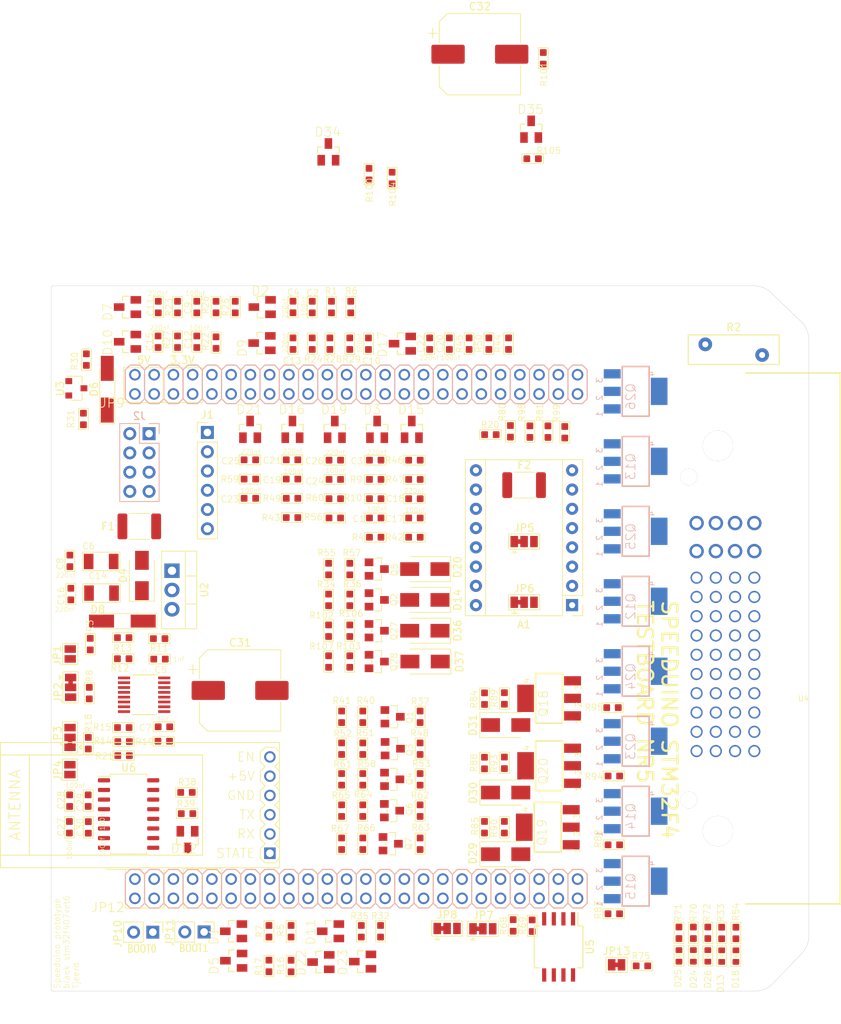
<source format=kicad_pcb>
(kicad_pcb (version 20171130) (host pcbnew 5.1.6-c6e7f7d~87~ubuntu18.04.1)
  (layers (0 Top signal) (31 Bottom signal) (34 B.Paste user hide) (35 F.Paste user hide) (36 B.SilkS user hide) (37 F.SilkS user) (38 B.Mask user hide) (39 F.Mask user hide) (44 Edge.Cuts user))
  (net 0 "")
  (net 1 GND)
  (net 2 "Net-(U1-Pad12)")
  (net 3 "Net-(U1-Pad7)")
  (net 4 "Net-(U1-Pad2)")
  (net 5 /BT_TX)
  (net 6 "Net-(D1-Pad3)")
  (net 7 "Net-(Q7-Pad1)")
  (net 8 "Net-(C6-Pad2)")
  (net 9 "Net-(C3-Pad2)")
  (net 10 "Net-(C5-Pad2)")
  (net 11 "Net-(C5-Pad1)")
  (net 12 "Net-(JP2-Pad2)")
  (net 13 "Net-(Q1-Pad1)")
  (net 14 "Net-(Q2-Pad1)")
  (net 15 "Net-(Q3-Pad1)")
  (net 16 "Net-(Q4-Pad1)")
  (net 17 PWR_GND)
  (net 18 VBAT)
  (net 19 INJ1-OUT)
  (net 20 INJ2-OUT)
  (net 21 INJ3-OUT)
  (net 22 INJ4-OUT)
  (net 23 IDLE1-OUT)
  (net 24 IDLE2-OUT)
  (net 25 V_IDLE)
  (net 26 FUEL_PUMP)
  (net 27 FAN)
  (net 28 IGN1-OUT)
  (net 29 IGN2-OUT)
  (net 30 IGN3-OUT)
  (net 31 IGN4-OUT)
  (net 32 STEP_1B_OUT)
  (net 33 STEP_1A_OUT)
  (net 34 STEP_2B_OUT)
  (net 35 STEP_2A_OUT)
  (net 36 MAP)
  (net 37 5V)
  (net 38 O2)
  (net 39 IAT)
  (net 40 CLT)
  (net 41 TPS)
  (net 42 VR1+)
  (net 43 VR1-)
  (net 44 VR2+)
  (net 45 VR2-)
  (net 46 3.3V)
  (net 47 TACHO-OUT)
  (net 48 FLEX_FUEL_IN)
  (net 49 VBAT_F1)
  (net 50 PA2)
  (net 51 BARO)
  (net 52 PA1)
  (net 53 PA3)
  (net 54 PB1)
  (net 55 PC13)
  (net 56 PD3)
  (net 57 PD12)
  (net 58 PD13)
  (net 59 PD14)
  (net 60 PD15)
  (net 61 PE0)
  (net 62 PE1)
  (net 63 PC8)
  (net 64 BOOT0)
  (net 65 BOOT1)
  (net 66 PA9)
  (net 67 PA10)
  (net 68 PD4)
  (net 69 PC2)
  (net 70 PE7)
  (net 71 PE5)
  (net 72 "Net-(A1-Pad12)")
  (net 73 "Net-(A1-Pad11)")
  (net 74 "Net-(A1-Pad10)")
  (net 75 PE2)
  (net 76 PC3)
  (net 77 PC5)
  (net 78 PC1)
  (net 79 PC4)
  (net 80 PC0)
  (net 81 PB14)
  (net 82 PB13)
  (net 83 PB12)
  (net 84 PB11)
  (net 85 PB10)
  (net 86 PE15)
  (net 87 PE14)
  (net 88 PE13)
  (net 89 PE12)
  (net 90 PE11)
  (net 91 PE10)
  (net 92 PE9)
  (net 93 PE8)
  (net 94 PA5)
  (net 95 PA4)
  (net 96 PA0)
  (net 97 PE6)
  (net 98 PE4)
  (net 99 PE3)
  (net 100 PB15)
  (net 101 PD8)
  (net 102 PD9)
  (net 103 PD10)
  (net 104 PD11)
  (net 105 PC6)
  (net 106 PC7)
  (net 107 PA8)
  (net 108 PD0)
  (net 109 PD1)
  (net 110 PD5)
  (net 111 PD6)
  (net 112 PD7)
  (net 113 PB3)
  (net 114 PB5)
  (net 115 PB6)
  (net 116 PB7)
  (net 117 PB8)
  (net 118 PB9)
  (net 119 BOOST-OUT)
  (net 120 INJ5-OUT)
  (net 121 INJ7-OUT)
  (net 122 INJ6-OUT)
  (net 123 INJ8-OUT)
  (net 124 CANL)
  (net 125 CANH)
  (net 126 "Net-(C27-Pad1)")
  (net 127 "Net-(C28-Pad1)")
  (net 128 "Net-(C29-Pad2)")
  (net 129 "Net-(C29-Pad1)")
  (net 130 "Net-(C30-Pad2)")
  (net 131 "Net-(C30-Pad1)")
  (net 132 RS232_TX)
  (net 133 RS232_RX)
  (net 134 "Net-(J2-Pad8)")
  (net 135 SPI1_MISO)
  (net 136 BME280_CS)
  (net 137 "Net-(J2-Pad3)")
  (net 138 "Net-(J2-Pad2)")
  (net 139 "Net-(J2-Pad1)")
  (net 140 SPI1_MOSI)
  (net 141 SPI1_SCK)
  (net 142 "Net-(Q20-Pad1)")
  (net 143 "Net-(JP5-Pad2)")
  (net 144 "Net-(C7-Pad2)")
  (net 145 "Net-(C7-Pad1)")
  (net 146 "Net-(C11-Pad2)")
  (net 147 "Net-(C13-Pad2)")
  (net 148 "Net-(C18-Pad2)")
  (net 149 "Net-(C20-Pad2)")
  (net 150 "Net-(D5-Pad3)")
  (net 151 "Net-(D11-Pad3)")
  (net 152 "Net-(D12-Pad3)")
  (net 153 "Net-(D13-Pad+)")
  (net 154 "Net-(D18-Pad+)")
  (net 155 "Net-(D23-Pad3)")
  (net 156 "Net-(D24-Pad+)")
  (net 157 "Net-(D25-Pad+)")
  (net 158 "Net-(D26-Pad+)")
  (net 159 "Net-(JP1-Pad1)")
  (net 160 "Net-(JP2-Pad3)")
  (net 161 "Net-(JP3-Pad2)")
  (net 162 "Net-(JP3-Pad3)")
  (net 163 "Net-(JP4-Pad1)")
  (net 164 "Net-(JP6-Pad2)")
  (net 165 "Net-(JP7-Pad2)")
  (net 166 "Net-(JP8-Pad2)")
  (net 167 "Net-(JP9-Pad33)")
  (net 168 "Net-(JP9-Pad30)")
  (net 169 "Net-(JP9-Pad29)")
  (net 170 "Net-(JP9-Pad22)")
  (net 171 "Net-(JP9-Pad21)")
  (net 172 "Net-(JP12-Pad36)")
  (net 173 "Net-(JP12-Pad32)")
  (net 174 "Net-(JP12-Pad31)")
  (net 175 "Net-(JP12-Pad30)")
  (net 176 "Net-(JP12-Pad29)")
  (net 177 "Net-(JP12-Pad28)")
  (net 178 "Net-(JP12-Pad27)")
  (net 179 "Net-(JP12-Pad24)")
  (net 180 "Net-(JP13-Pad2)")
  (net 181 "Net-(Q5-Pad1)")
  (net 182 "Net-(Q6-Pad1)")
  (net 183 "Net-(Q18-Pad1)")
  (net 184 "Net-(Q19-Pad1)")
  (net 185 "Net-(R30-Pad1)")
  (net 186 "Net-(R69-Pad2)")
  (net 187 "Net-(U5-Pad5)")
  (net 188 "Net-(U6-Pad10)")
  (net 189 "Net-(U6-Pad9)")
  (net 190 "Net-(U6-Pad8)")
  (net 191 "Net-(U6-Pad7)")
  (net 192 "Net-(U$1-Pad6)")
  (net 193 "Net-(U$1-Pad1)")
  (net 194 AIN_1)
  (net 195 AIN_0)
  (net 196 AIN_2)
  (net 197 "Net-(C32-Pad1)")
  (net 198 "Net-(D34-Pad3)")
  (net 199 "Net-(D35-Pad3)")
  (net 200 Spare_1-Out)
  (net 201 Spare_2-Out)
  (net 202 "Net-(Q27-Pad1)")
  (net 203 "Net-(Q28-Pad1)")
  (net 204 D0)
  (net 205 D1)
  (module Speeduino_base:WIRELESS-BLUETOOTH-HC-05 (layer Top) (at 125.73 85.471 90)
    (fp_text reference U$1 hide)
    (fp_text value WIRELESS-BLUETOOTH-HC-05)
    (fp_text user ANTENNA (at 0 -16.51 90) (layer F.SilkS) (effects (font (size 1.4478 1.4478) (thickness 0.12192))))
    (fp_text user EN (at 6.35 15.24) (layer F.SilkS) (effects (font (size 1.2065 1.2065) (thickness 0.1016)) (justify right)))
    (fp_text user +5V (at 3.81 15.24) (layer F.SilkS) (effects (font (size 1.2065 1.2065) (thickness 0.1016)) (justify right)))
    (fp_text user GND (at 1.27 15.24) (layer F.SilkS) (effects (font (size 1.2065 1.2065) (thickness 0.1016)) (justify right)))
    (fp_text user TX (at -1.27 15.24) (layer F.SilkS) (effects (font (size 1.2065 1.2065) (thickness 0.1016)) (justify right)))
    (fp_text user RX (at -3.81 15.24) (layer F.SilkS) (effects (font (size 1.2065 1.2065) (thickness 0.1016)) (justify right)))
    (fp_text user STATE (at -6.35 15.24) (layer F.SilkS) (effects (font (size 1.2065 1.2065) (thickness 0.1016)) (justify right)))
    (pad 6 thru_hole circle (at 6.35 17.145 90) (size 1.508 1.508) (drill 1) (layers *.Cu *.Mask) (net 192 "Net-(U$1-Pad6)"))
    (pad 5 thru_hole circle (at 3.81 17.145 90) (size 1.508 1.508) (drill 1) (layers *.Cu *.Mask) (net 37 5V))
    (pad 4 thru_hole circle (at 1.27 17.145 90) (size 1.508 1.508) (drill 1) (layers *.Cu *.Mask) (net 1 GND))
    (pad 3 thru_hole circle (at -1.27 17.145 90) (size 1.508 1.508) (drill 1) (layers *.Cu *.Mask) (net 5 /BT_TX))
    (pad 1 thru_hole rect (at -6.35 17.145 90) (size 1.508 1.508) (drill 1) (layers *.Cu *.Mask) (net 193 "Net-(U$1-Pad1)"))
    (pad 2 thru_hole circle (at -3.81 17.145 90) (size 1.508 1.508) (drill 1) (layers *.Cu *.Mask) (net 66 PA9))
  )
  (module Speeduino_base:SOT-23 (layer Top) (at 156.972 62.484 270)
    (fp_text reference Q27 (at -1.27 -2.794 270) (layer F.SilkS) (effects (font (size 0.84455 0.84455) (thickness 0.0929)) (justify right bottom)))
    (fp_text value AO3400)
    (pad 1 smd rect (at -0.889 1.016 90) (size 1.016 1.143) (layers Top F.Paste F.Mask) (net 202 "Net-(Q27-Pad1)"))
    (pad 2 smd rect (at 0.889 1.016 270) (size 1.016 1.143) (layers Top F.Paste F.Mask) (net 17 PWR_GND))
    (pad 3 smd rect (at 0 -1.016 270) (size 1.016 1.143) (layers Top F.Paste F.Mask) (net 200 Spare_1-Out))
  )
  (module Speeduino_base:R0603 (layer Top) (at 150.622 66.548 180)
    (fp_text reference R107 (at -0.762 1.524) (layer F.SilkS) (effects (font (size 0.84455 0.84455) (thickness 0.0929)) (justify right bottom)))
    (fp_text value 10k)
    (pad 2 smd roundrect (at 0 0.762 90) (size 0.889 0.889) (layers Top F.Paste F.Mask) (roundrect_rratio 0.125) (net 17 PWR_GND))
    (pad 1 smd roundrect (at 0 -0.762 90) (size 0.889 0.889) (layers Top F.Paste F.Mask) (roundrect_rratio 0.125) (net 203 "Net-(Q28-Pad1)"))
  )
  (module Speeduino_base:R0603 (layer Top) (at 153.416 62.484)
    (fp_text reference R106 (at -1.524 -1.778 180) (layer F.SilkS) (effects (font (size 0.84455 0.84455) (thickness 0.0929)) (justify left bottom)))
    (fp_text value 10k)
    (pad 2 smd roundrect (at 0 0.762 270) (size 0.889 0.889) (layers Top F.Paste F.Mask) (roundrect_rratio 0.125) (net 17 PWR_GND))
    (pad 1 smd roundrect (at 0 -0.762 270) (size 0.889 0.889) (layers Top F.Paste F.Mask) (roundrect_rratio 0.125) (net 202 "Net-(Q27-Pad1)"))
  )
  (module Speeduino_base:R0603 (layer Top) (at 177.546 0.254 90)
    (fp_text reference R105 (at 0.5715 3.81 180) (layer F.SilkS) (effects (font (size 0.84455 0.84455) (thickness 0.0929)) (justify right bottom)))
    (fp_text value 1k)
    (pad 2 smd roundrect (at 0 0.762) (size 0.889 0.889) (layers Top F.Paste F.Mask) (roundrect_rratio 0.125) (net 199 "Net-(D35-Pad3)"))
    (pad 1 smd roundrect (at 0 -0.762) (size 0.889 0.889) (layers Top F.Paste F.Mask) (roundrect_rratio 0.125) (net 101 PD8))
  )
  (module Speeduino_base:R0603 (layer Top) (at 159.004 2.794)
    (fp_text reference R104 (at 0.5715 3.81 -90) (layer F.SilkS) (effects (font (size 0.84455 0.84455) (thickness 0.0929)) (justify left bottom)))
    (fp_text value 1k)
    (pad 2 smd roundrect (at 0 0.762 270) (size 0.889 0.889) (layers Top F.Paste F.Mask) (roundrect_rratio 0.125) (net 198 "Net-(D34-Pad3)"))
    (pad 1 smd roundrect (at 0 -0.762 270) (size 0.889 0.889) (layers Top F.Paste F.Mask) (roundrect_rratio 0.125) (net 112 PD7))
  )
  (module Speeduino_base:R0603 (layer Top) (at 153.416 66.548 180)
    (fp_text reference R103 (at -1.524 1.524) (layer F.SilkS) (effects (font (size 0.84455 0.84455) (thickness 0.0929)) (justify right bottom)))
    (fp_text value 100R)
    (pad 2 smd roundrect (at 0 0.762 90) (size 0.889 0.889) (layers Top F.Paste F.Mask) (roundrect_rratio 0.125) (net 203 "Net-(Q28-Pad1)"))
    (pad 1 smd roundrect (at 0 -0.762 90) (size 0.889 0.889) (layers Top F.Paste F.Mask) (roundrect_rratio 0.125) (net 98 PE4))
  )
  (module Speeduino_base:R0603 (layer Top) (at 150.622 62.484 180)
    (fp_text reference R102 (at -0.762 1.524) (layer F.SilkS) (effects (font (size 0.84455 0.84455) (thickness 0.0929)) (justify right bottom)))
    (fp_text value 100R)
    (pad 2 smd roundrect (at 0 0.762 90) (size 0.889 0.889) (layers Top F.Paste F.Mask) (roundrect_rratio 0.125) (net 202 "Net-(Q27-Pad1)"))
    (pad 1 smd roundrect (at 0 -0.762 90) (size 0.889 0.889) (layers Top F.Paste F.Mask) (roundrect_rratio 0.125) (net 104 PD11))
  )
  (module Speeduino_base:R0603 (layer Top) (at 178.956501 -12.989499)
    (fp_text reference R101 (at 0.5715 3.81 -90) (layer F.SilkS) (effects (font (size 0.84455 0.84455) (thickness 0.0929)) (justify left bottom)))
    (fp_text value 1k)
    (pad 2 smd roundrect (at 0 0.762 270) (size 0.889 0.889) (layers Top F.Paste F.Mask) (roundrect_rratio 0.125) (net 205 D1))
    (pad 1 smd roundrect (at 0 -0.762 270) (size 0.889 0.889) (layers Top F.Paste F.Mask) (roundrect_rratio 0.125) (net 199 "Net-(D35-Pad3)"))
  )
  (module Speeduino_base:R0603 (layer Top) (at 155.956 2.286)
    (fp_text reference R100 (at 0.5715 3.81 -90) (layer F.SilkS) (effects (font (size 0.84455 0.84455) (thickness 0.0929)) (justify left bottom)))
    (fp_text value 1k)
    (pad 2 smd roundrect (at 0 0.762 270) (size 0.889 0.889) (layers Top F.Paste F.Mask) (roundrect_rratio 0.125) (net 204 D0))
    (pad 1 smd roundrect (at 0 -0.762 270) (size 0.889 0.889) (layers Top F.Paste F.Mask) (roundrect_rratio 0.125) (net 198 "Net-(D34-Pad3)"))
  )
  (module Speeduino_base:SOT-23 (layer Top) (at 156.972 66.548 270)
    (fp_text reference Q28 (at -1.27 -2.794 270) (layer F.SilkS) (effects (font (size 0.84455 0.84455) (thickness 0.0929)) (justify right bottom)))
    (fp_text value AO3400)
    (pad 1 smd rect (at -0.889 1.016 90) (size 1.016 1.143) (layers Top F.Paste F.Mask) (net 203 "Net-(Q28-Pad1)"))
    (pad 2 smd rect (at 0.889 1.016 270) (size 1.016 1.143) (layers Top F.Paste F.Mask) (net 17 PWR_GND))
    (pad 3 smd rect (at 0 -1.016 270) (size 1.016 1.143) (layers Top F.Paste F.Mask) (net 201 Spare_2-Out))
  )
  (module Diode_SMD:D_SMA (layer Top) (at 163.354 66.548 180)
    (fp_text reference D37 (at -4.54 0 90) (layer F.SilkS))
    (fp_text value 1N4007)
    (pad 2 smd rect (at 2 0 180) (size 2.5 1.8) (layers Top F.Paste F.Mask) (net 201 Spare_2-Out))
    (pad 1 smd rect (at -2 0 180) (size 2.5 1.8) (layers Top F.Paste F.Mask) (net 18 VBAT))
  )
  (module Diode_SMD:D_SMA (layer Top) (at 163.322 62.484 180)
    (fp_text reference D36 (at -4.318 0 90) (layer F.SilkS))
    (fp_text value 1N4007)
    (pad 2 smd rect (at 2 0 180) (size 2.5 1.8) (layers Top F.Paste F.Mask) (net 200 Spare_1-Out))
    (pad 1 smd rect (at -2 0 180) (size 2.5 1.8) (layers Top F.Paste F.Mask) (net 18 VBAT))
  )
  (module Speeduino_base:SOT23 (layer Top) (at 177.358 -3.64)
    (fp_text reference D35 (at -1.905 -1.905) (layer F.SilkS) (effects (font (size 1.2065 1.2065) (thickness 0.09652)) (justify left bottom)))
    (fp_text value BAT54S hide)
    (pad 1 smd rect (at -0.95 1.1) (size 1 1.4) (layers Top F.Paste F.Mask) (net 1 GND))
    (pad 2 smd rect (at 0.95 1.1) (size 1 1.4) (layers Top F.Paste F.Mask) (net 46 3.3V))
    (pad 3 smd rect (at 0 -1.1) (size 1 1.4) (layers Top F.Paste F.Mask) (net 199 "Net-(D35-Pad3)"))
  )
  (module Speeduino_base:SOT23 (layer Top) (at 150.596601 -0.65)
    (fp_text reference D34 (at -1.905 -1.905) (layer F.SilkS) (effects (font (size 1.2065 1.2065) (thickness 0.09652)) (justify left bottom)))
    (fp_text value BAT54S hide)
    (pad 1 smd rect (at -0.95 1.1) (size 1 1.4) (layers Top F.Paste F.Mask) (net 1 GND))
    (pad 2 smd rect (at 0.95 1.1) (size 1 1.4) (layers Top F.Paste F.Mask) (net 46 3.3V))
    (pad 3 smd rect (at 0 -1.1) (size 1 1.4) (layers Top F.Paste F.Mask) (net 198 "Net-(D34-Pad3)"))
  )
  (module Capacitor_SMD:CP_Elec_10x12.5 (layer Top) (at 170.588001 -13.524999)
    (fp_text reference C32 (at 0 -6.3) (layer F.SilkS))
    (fp_text value 1000uF)
    (pad 2 smd roundrect (at 4.2 0) (size 4.4 2.5) (layers Top F.Paste F.Mask) (roundrect_rratio 0.1) (net 17 PWR_GND))
    (pad 1 smd roundrect (at -4.2 0) (size 4.4 2.5) (layers Top F.Paste F.Mask) (roundrect_rratio 0.1) (net 197 "Net-(C32-Pad1)"))
  )
  (module Capacitor_SMD:CP_Elec_10x12.5 (layer Top) (at 138.938 70.358)
    (fp_text reference C31 (at 0 -6.3) (layer F.SilkS))
    (fp_text value 1000uF)
    (pad 2 smd roundrect (at 4.2 0) (size 4.4 2.5) (layers Top F.Paste F.Mask) (roundrect_rratio 0.1) (net 1 GND))
    (pad 1 smd roundrect (at -4.2 0) (size 4.4 2.5) (layers Top F.Paste F.Mask) (roundrect_rratio 0.1) (net 46 3.3V))
  )
  (module Speeduino_base:R0603 (layer Top) (at 130.683 19.812 180)
    (fp_text reference R23 (at 0.635 1.27 270) (layer F.SilkS) (effects (font (size 0.84455 0.84455) (thickness 0.0929)) (justify right bottom)))
    (fp_text value 470R)
    (pad 2 smd roundrect (at 0 0.762 90) (size 0.889 0.889) (layers Top F.Paste F.Mask) (roundrect_rratio 0.125) (net 146 "Net-(C11-Pad2)"))
    (pad 1 smd roundrect (at 0 -0.762 90) (size 0.889 0.889) (layers Top F.Paste F.Mask) (roundrect_rratio 0.125) (net 36 MAP))
  )
  (module Speeduino_base:R0603 (layer Top) (at 145.669 102.108)
    (fp_text reference R5 (at -0.889 0.762 90) (layer F.SilkS) (effects (font (size 0.84455 0.84455) (thickness 0.0929)) (justify left bottom)))
    (fp_text value 10k)
    (pad 2 smd roundrect (at 0 0.762 270) (size 0.889 0.889) (layers Top F.Paste F.Mask) (roundrect_rratio 0.125) (net 1 GND))
    (pad 1 smd roundrect (at 0 -0.762 270) (size 0.889 0.889) (layers Top F.Paste F.Mask) (roundrect_rratio 0.125) (net 61 PE0))
  )
  (module Speeduino_base:R0603 (layer Top) (at 119.162 64.247)
    (fp_text reference R3 (at 0.472 -1.509 270) (layer F.SilkS) (effects (font (size 0.84455 0.84455) (thickness 0.0929)) (justify left bottom)))
    (fp_text value 1k)
    (pad 2 smd roundrect (at 0 0.762 270) (size 0.889 0.889) (layers Top F.Paste F.Mask) (roundrect_rratio 0.125) (net 159 "Net-(JP1-Pad1)"))
    (pad 1 smd roundrect (at 0 -0.762 270) (size 0.889 0.889) (layers Top F.Paste F.Mask) (roundrect_rratio 0.125) (net 42 VR1+))
  )
  (module Speeduino_base:R0603 (layer Top) (at 181.79 36.32 180)
    (fp_text reference R99 (at 0.5715 3.81 270) (layer F.SilkS) (effects (font (size 0.84455 0.84455) (thickness 0.0929)) (justify right bottom)))
    (fp_text value 10k)
    (pad 2 smd roundrect (at 0 0.762 90) (size 0.889 0.889) (layers Top F.Paste F.Mask) (roundrect_rratio 0.125) (net 17 PWR_GND))
    (pad 1 smd roundrect (at 0 -0.762 90) (size 0.889 0.889) (layers Top F.Paste F.Mask) (roundrect_rratio 0.125) (net 88 PE13))
  )
  (module Speeduino_base:R0603 (layer Top) (at 177.19 36.235 180)
    (fp_text reference R98 (at 0.5715 3.81 270) (layer F.SilkS) (effects (font (size 0.84455 0.84455) (thickness 0.0929)) (justify right bottom)))
    (fp_text value 10k)
    (pad 2 smd roundrect (at 0 0.762 90) (size 0.889 0.889) (layers Top F.Paste F.Mask) (roundrect_rratio 0.125) (net 17 PWR_GND))
    (pad 1 smd roundrect (at 0 -0.762 90) (size 0.889 0.889) (layers Top F.Paste F.Mask) (roundrect_rratio 0.125) (net 90 PE11))
  )
  (module Speeduino_base:R0603 (layer Top) (at 179.57 36.24 180)
    (fp_text reference R81 (at 0.5715 3.81 270) (layer F.SilkS) (effects (font (size 0.84455 0.84455) (thickness 0.0929)) (justify right bottom)))
    (fp_text value 10k)
    (pad 2 smd roundrect (at 0 0.762 90) (size 0.889 0.889) (layers Top F.Paste F.Mask) (roundrect_rratio 0.125) (net 17 PWR_GND))
    (pad 1 smd roundrect (at 0 -0.762 90) (size 0.889 0.889) (layers Top F.Paste F.Mask) (roundrect_rratio 0.125) (net 87 PE14))
  )
  (module Speeduino_base:R0603 (layer Top) (at 174.62 36.195 180)
    (fp_text reference R80 (at 0.5715 3.81 270) (layer F.SilkS) (effects (font (size 0.84455 0.84455) (thickness 0.0929)) (justify right bottom)))
    (fp_text value 10k)
    (pad 2 smd roundrect (at 0 0.762 90) (size 0.889 0.889) (layers Top F.Paste F.Mask) (roundrect_rratio 0.125) (net 17 PWR_GND))
    (pad 1 smd roundrect (at 0 -0.762 90) (size 0.889 0.889) (layers Top F.Paste F.Mask) (roundrect_rratio 0.125) (net 92 PE9))
  )
  (module Speeduino_base:R0603 (layer Top) (at 118.26 34.565 180)
    (fp_text reference R31 (at 1.166 1.291 270) (layer F.SilkS) (effects (font (size 0.84455 0.84455) (thickness 0.0929)) (justify right bottom)))
    (fp_text value 1k8)
    (pad 2 smd roundrect (at 0 0.762 90) (size 0.889 0.889) (layers Top F.Paste F.Mask) (roundrect_rratio 0.125) (net 185 "Net-(R30-Pad1)"))
    (pad 1 smd roundrect (at 0 -0.762 90) (size 0.889 0.889) (layers Top F.Paste F.Mask) (roundrect_rratio 0.125) (net 46 3.3V))
  )
  (module Speeduino_base:R0603 (layer Top) (at 118.65 26.735 180)
    (fp_text reference R30 (at 1.048 1.081 270) (layer F.SilkS) (effects (font (size 0.84455 0.84455) (thickness 0.0929)) (justify right bottom)))
    (fp_text value 2k49)
    (pad 2 smd roundrect (at 0 0.762 90) (size 0.889 0.889) (layers Top F.Paste F.Mask) (roundrect_rratio 0.125) (net 1 GND))
    (pad 1 smd roundrect (at 0 -0.762 90) (size 0.889 0.889) (layers Top F.Paste F.Mask) (roundrect_rratio 0.125) (net 185 "Net-(R30-Pad1)"))
  )
  (module Speeduino_base:R0603 (layer Top) (at 171.975 36.63 90)
    (fp_text reference R20 (at 0.816 1.253 180) (layer F.SilkS) (effects (font (size 0.84455 0.84455) (thickness 0.0929)) (justify right bottom)))
    (fp_text value 0R0)
    (pad 2 smd roundrect (at 0 0.762) (size 0.889 0.889) (layers Top F.Paste F.Mask) (roundrect_rratio 0.125) (net 17 PWR_GND))
    (pad 1 smd roundrect (at 0 -0.762) (size 0.889 0.889) (layers Top F.Paste F.Mask) (roundrect_rratio 0.125) (net 1 GND))
  )
  (module Speeduino_base:R0603 (layer Top) (at 145.669 106.694)
    (fp_text reference R16 (at -0.889 1.256 90) (layer F.SilkS) (effects (font (size 0.84455 0.84455) (thickness 0.0929)) (justify left bottom)))
    (fp_text value 10k)
    (pad 2 smd roundrect (at 0 0.762 270) (size 0.889 0.889) (layers Top F.Paste F.Mask) (roundrect_rratio 0.125) (net 1 GND))
    (pad 1 smd roundrect (at 0 -0.762 270) (size 0.889 0.889) (layers Top F.Paste F.Mask) (roundrect_rratio 0.125) (net 62 PE1))
  )
  (module Package_TO_SOT_THT:TO-220-3_Vertical (layer Top) (at 129.95 54.575 270)
    (fp_text reference U2 (at 2.54 -4.27 90) (layer F.SilkS))
    (fp_text value LM78M05_TO220)
    (pad 3 thru_hole oval (at 5.08 0 270) (size 1.905 2) (drill 1.1) (layers *.Cu *.Mask) (net 37 5V))
    (pad 2 thru_hole oval (at 2.54 0 270) (size 1.905 2) (drill 1.1) (layers *.Cu *.Mask) (net 17 PWR_GND))
    (pad 1 thru_hole rect (at 0 0 270) (size 1.905 2) (drill 1.1) (layers *.Cu *.Mask) (net 8 "Net-(C6-Pad2)"))
  )
  (module Diode_SMD:D_MiniMELF_Handsoldering (layer Top) (at 123.4 61.214 180)
    (fp_text reference D8 (at 3.258 1.524) (layer F.SilkS))
    (fp_text value "Zener 5.1V")
    (pad 2 smd rect (at 2.75 0 180) (size 3.3 1.7) (layers Top F.Paste F.Mask) (net 17 PWR_GND))
    (pad 1 smd rect (at -2.75 0 180) (size 3.3 1.7) (layers Top F.Paste F.Mask) (net 37 5V))
  )
  (module Diode_SMD:D_SMA (layer Top) (at 173.99 74.92)
    (fp_text reference D31 (at -4.318 0.01 90) (layer F.SilkS))
    (fp_text value 1N4007)
    (pad 1 smd rect (at -2 0) (size 2.5 1.8) (layers Top F.Paste F.Mask) (net 18 VBAT))
    (pad 2 smd rect (at 2 0) (size 2.5 1.8) (layers Top F.Paste F.Mask) (net 24 IDLE2-OUT))
  )
  (module Diode_SMD:D_SMA (layer Top) (at 173.99 83.82)
    (fp_text reference D30 (at -4.286 0.049 90) (layer F.SilkS))
    (fp_text value 1N4007)
    (pad 1 smd rect (at -2 0) (size 2.5 1.8) (layers Top F.Paste F.Mask) (net 18 VBAT))
    (pad 2 smd rect (at 2 0) (size 2.5 1.8) (layers Top F.Paste F.Mask) (net 23 IDLE1-OUT))
  )
  (module Diode_SMD:D_SMA (layer Top) (at 173.99 91.948)
    (fp_text reference D29 (at -4.318 -0.102 90) (layer F.SilkS))
    (fp_text value 1N4007)
    (pad 1 smd rect (at -2 0) (size 2.5 1.8) (layers Top F.Paste F.Mask) (net 18 VBAT))
    (pad 2 smd rect (at 2 0) (size 2.5 1.8) (layers Top F.Paste F.Mask) (net 119 BOOST-OUT))
  )
  (module Diode_SMD:D_SMA (layer Top) (at 163.322 54.356 180)
    (fp_text reference D20 (at -4.318 0.254 90) (layer F.SilkS))
    (fp_text value 1N4007)
    (pad 2 smd rect (at 2 0 180) (size 2.5 1.8) (layers Top F.Paste F.Mask) (net 27 FAN))
    (pad 1 smd rect (at -2 0 180) (size 2.5 1.8) (layers Top F.Paste F.Mask) (net 18 VBAT))
  )
  (module Diode_SMD:D_SMA (layer Top) (at 163.322 58.42 180)
    (fp_text reference D14 (at -4.318 0 90) (layer F.SilkS))
    (fp_text value 1N4007)
    (pad 2 smd rect (at 2 0 180) (size 2.5 1.8) (layers Top F.Paste F.Mask) (net 26 FUEL_PUMP))
    (pad 1 smd rect (at -2 0 180) (size 2.5 1.8) (layers Top F.Paste F.Mask) (net 18 VBAT))
  )
  (module Diode_SMD:D_SMA (layer Top) (at 125.984 55.204 90)
    (fp_text reference D4 (at 0 -2.5 90) (layer F.SilkS))
    (fp_text value 1N4007)
    (pad 2 smd rect (at 2 0 90) (size 2.5 1.8) (layers Top F.Paste F.Mask) (net 49 VBAT_F1))
    (pad 1 smd rect (at -2 0 90) (size 2.5 1.8) (layers Top F.Paste F.Mask) (net 8 "Net-(C6-Pad2)"))
  )
  (module Speeduino_base:C0603 (layer Top) (at 118.91 88.4175)
    (fp_text reference C30 (at -1.562 -1.2955 90) (layer F.SilkS) (effects (font (size 0.84455 0.84455) (thickness 0.0929)) (justify right top)))
    (fp_text value 100nf (at 1.524 1.27 -90) (layer F.SilkS) (effects (font (size 0.60325 0.60325) (thickness 0.060325)) (justify right top)))
    (pad 2 smd roundrect (at 0 0.762 270) (size 0.889 0.889) (layers Top F.Paste F.Mask) (roundrect_rratio 0.125) (net 130 "Net-(C30-Pad2)"))
    (pad 1 smd roundrect (at 0 -0.762 270) (size 0.889 0.889) (layers Top F.Paste F.Mask) (roundrect_rratio 0.125) (net 131 "Net-(C30-Pad1)"))
  )
  (module Speeduino_base:C0603 (layer Top) (at 118.89 84.8875)
    (fp_text reference C29 (at -1.542 -1.0675 90) (layer F.SilkS) (effects (font (size 0.84455 0.84455) (thickness 0.0929)) (justify right top)))
    (fp_text value 100nf (at 1.524 1.27 -90) (layer F.SilkS) (effects (font (size 0.60325 0.60325) (thickness 0.060325)) (justify right top)))
    (pad 2 smd roundrect (at 0 0.762 270) (size 0.889 0.889) (layers Top F.Paste F.Mask) (roundrect_rratio 0.125) (net 128 "Net-(C29-Pad2)"))
    (pad 1 smd roundrect (at 0 -0.762 270) (size 0.889 0.889) (layers Top F.Paste F.Mask) (roundrect_rratio 0.125) (net 129 "Net-(C29-Pad1)"))
  )
  (module Speeduino_base:C0603 (layer Top) (at 116.44 84.8875 180)
    (fp_text reference C28 (at 1.632 -1.2185 270) (layer F.SilkS) (effects (font (size 0.84455 0.84455) (thickness 0.0929)) (justify left top)))
    (fp_text value 100nf (at 0.616 2.3375) (layer F.SilkS) (effects (font (size 0.60325 0.60325) (thickness 0.060325)) (justify left top)))
    (pad 2 smd roundrect (at 0 0.762 90) (size 0.889 0.889) (layers Top F.Paste F.Mask) (roundrect_rratio 0.125) (net 1 GND))
    (pad 1 smd roundrect (at 0 -0.762 90) (size 0.889 0.889) (layers Top F.Paste F.Mask) (roundrect_rratio 0.125) (net 127 "Net-(C28-Pad1)"))
  )
  (module Speeduino_base:C0603 (layer Top) (at 116.41 88.3975 180)
    (fp_text reference C27 (at 1.602 -1.2645 270) (layer F.SilkS) (effects (font (size 0.84455 0.84455) (thickness 0.0929)) (justify left top)))
    (fp_text value 100nf (at 0.332 -4.3125 270) (layer F.SilkS) (effects (font (size 0.60325 0.60325) (thickness 0.060325)) (justify left top)))
    (pad 2 smd roundrect (at 0 0.762 90) (size 0.889 0.889) (layers Top F.Paste F.Mask) (roundrect_rratio 0.125) (net 1 GND))
    (pad 1 smd roundrect (at 0 -0.762 90) (size 0.889 0.889) (layers Top F.Paste F.Mask) (roundrect_rratio 0.125) (net 126 "Net-(C27-Pad1)"))
  )
  (module Speeduino_base:R0603 (layer Top) (at 174.98 101.338 180)
    (fp_text reference R68 (at 0.76 1.232 270) (layer F.SilkS) (effects (font (size 0.84455 0.84455) (thickness 0.0929)) (justify right bottom)))
    (fp_text value 1k)
    (pad 2 smd roundrect (at 0 0.762 90) (size 0.889 0.889) (layers Top F.Paste F.Mask) (roundrect_rratio 0.125) (net 155 "Net-(D23-Pad3)"))
    (pad 1 smd roundrect (at 0 -0.762 90) (size 0.889 0.889) (layers Top F.Paste F.Mask) (roundrect_rratio 0.125) (net 109 PD1))
  )
  (module Package_SO:SOIC-16_4.55x10.3mm_P1.27mm (layer Top) (at 124.228 86.653)
    (fp_text reference U6 (at 0 -6.1) (layer F.SilkS))
    (fp_text value MAX3232)
    (pad 16 smd roundrect (at 3.25 -4.445) (size 1.6 0.55) (layers Top F.Paste F.Mask) (net 46 3.3V))
    (pad 15 smd roundrect (at 3.25 -3.175) (size 1.6 0.55) (layers Top F.Paste F.Mask) (net 1 GND))
    (pad 14 smd roundrect (at 3.25 -1.905) (size 1.6 0.55) (layers Top F.Paste F.Mask) (net 132 RS232_TX))
    (pad 13 smd roundrect (at 3.25 -0.635) (size 1.6 0.55) (layers Top F.Paste F.Mask) (net 133 RS232_RX))
    (pad 12 smd roundrect (at 3.25 0.635) (size 1.6 0.55) (layers Top F.Paste F.Mask) (net 67 PA10))
    (pad 11 smd roundrect (at 3.25 1.905) (size 1.6 0.55) (layers Top F.Paste F.Mask) (net 66 PA9))
    (pad 10 smd roundrect (at 3.25 3.175) (size 1.6 0.55) (layers Top F.Paste F.Mask) (net 188 "Net-(U6-Pad10)"))
    (pad 9 smd roundrect (at 3.25 4.445) (size 1.6 0.55) (layers Top F.Paste F.Mask) (net 189 "Net-(U6-Pad9)"))
    (pad 8 smd roundrect (at -3.25 4.445) (size 1.6 0.55) (layers Top F.Paste F.Mask) (net 190 "Net-(U6-Pad8)"))
    (pad 7 smd roundrect (at -3.25 3.175) (size 1.6 0.55) (layers Top F.Paste F.Mask) (net 191 "Net-(U6-Pad7)"))
    (pad 6 smd roundrect (at -3.25 1.905) (size 1.6 0.55) (layers Top F.Paste F.Mask) (net 126 "Net-(C27-Pad1)"))
    (pad 5 smd roundrect (at -3.25 0.635) (size 1.6 0.55) (layers Top F.Paste F.Mask) (net 130 "Net-(C30-Pad2)"))
    (pad 4 smd roundrect (at -3.25 -0.635) (size 1.6 0.55) (layers Top F.Paste F.Mask) (net 131 "Net-(C30-Pad1)"))
    (pad 3 smd roundrect (at -3.25 -1.905) (size 1.6 0.55) (layers Top F.Paste F.Mask) (net 128 "Net-(C29-Pad2)"))
    (pad 2 smd roundrect (at -3.25 -3.175) (size 1.6 0.55) (layers Top F.Paste F.Mask) (net 127 "Net-(C28-Pad1)"))
    (pad 1 smd roundrect (at -3.25 -4.445) (size 1.6 0.55) (layers Top F.Paste F.Mask) (net 129 "Net-(C29-Pad1)"))
  )
  (module Package_SO:SO-8_5.3x6.2mm_P1.27mm (layer Top) (at 180.98 104.17 270)
    (fp_text reference U5 (at 0 -4.13 90) (layer F.SilkS))
    (fp_text value TJA1050)
    (pad 8 smd rect (at 3.7 -1.905 270) (size 1.75 0.55) (layers Top F.Paste F.Mask) (net 1 GND))
    (pad 7 smd rect (at 3.7 -0.635 270) (size 1.75 0.55) (layers Top F.Paste F.Mask) (net 125 CANH))
    (pad 6 smd rect (at 3.7 0.635 270) (size 1.75 0.55) (layers Top F.Paste F.Mask) (net 124 CANL))
    (pad 5 smd rect (at 3.7 1.905 270) (size 1.75 0.55) (layers Top F.Paste F.Mask) (net 187 "Net-(U5-Pad5)"))
    (pad 4 smd rect (at -3.7 1.905 270) (size 1.75 0.55) (layers Top F.Paste F.Mask) (net 186 "Net-(R69-Pad2)"))
    (pad 3 smd rect (at -3.7 0.635 270) (size 1.75 0.55) (layers Top F.Paste F.Mask) (net 37 5V))
    (pad 2 smd rect (at -3.7 -0.635 270) (size 1.75 0.55) (layers Top F.Paste F.Mask) (net 1 GND))
    (pad 1 smd rect (at -3.7 -1.905 270) (size 1.75 0.55) (layers Top F.Paste F.Mask) (net 155 "Net-(D23-Pad3)"))
  )
  (module Speeduino_base:R0603 (layer Top) (at 161.948 50.16 270)
    (fp_text reference R42 (at 0.508 3.937 180) (layer F.SilkS) (effects (font (size 0.84455 0.84455) (thickness 0.0929)) (justify left bottom)))
    (fp_text value 470R)
    (pad 2 smd roundrect (at 0 0.762 180) (size 0.889 0.889) (layers Top F.Paste F.Mask) (roundrect_rratio 0.125) (net 148 "Net-(C18-Pad2)"))
    (pad 1 smd roundrect (at 0 -0.762 180) (size 0.889 0.889) (layers Top F.Paste F.Mask) (roundrect_rratio 0.125) (net 51 BARO))
  )
  (module Package_TO_SOT_SMD:SOT-23 (layer Top) (at 117.33 30.52)
    (fp_text reference U3 (at -2.14 0.05 270) (layer F.SilkS))
    (fp_text value TL431DBZ)
    (pad 3 smd rect (at 1 0) (size 0.9 0.8) (layers Top F.Paste F.Mask) (net 1 GND))
    (pad 2 smd rect (at -1 0.95) (size 0.9 0.8) (layers Top F.Paste F.Mask) (net 185 "Net-(R30-Pad1)"))
    (pad 1 smd rect (at -1 -0.95) (size 0.9 0.8) (layers Top F.Paste F.Mask) (net 46 3.3V))
  )
  (module Speeduino_base:R0603 (layer Top) (at 191.978 106.67 90)
    (fp_text reference R75 (at 0.81 1.152 180) (layer F.SilkS) (effects (font (size 0.84455 0.84455) (thickness 0.0929)) (justify right bottom)))
    (fp_text value 120R)
    (pad 2 smd roundrect (at 0 0.762) (size 0.889 0.889) (layers Top F.Paste F.Mask) (roundrect_rratio 0.125) (net 124 CANL))
    (pad 1 smd roundrect (at 0 -0.762) (size 0.889 0.889) (layers Top F.Paste F.Mask) (roundrect_rratio 0.125) (net 180 "Net-(JP13-Pad2)"))
  )
  (module Jumper:SolderJumper-2_P1.3mm_Bridged_Pad1.0x1.5mm (layer Top) (at 188.63 106.53)
    (fp_text reference JP13 (at 0 -1.8) (layer F.SilkS))
    (fp_text value Jumper_NC_Small)
    (fp_poly (pts (xy -0.25 -0.3) (xy 0.25 -0.3) (xy 0.25 0.3) (xy -0.25 0.3)) (layer Top) (width 0))
    (pad 2 smd rect (at 0.65 0) (size 1 1.5) (layers Top F.Mask) (net 180 "Net-(JP13-Pad2)"))
    (pad 1 smd rect (at -0.65 0) (size 1 1.5) (layers Top F.Mask) (net 125 CANH))
  )
  (module Speeduino_base:SOT223 (layer Top) (at 179.719 71.398 90)
    (fp_text reference Q18 (at -2.54 -0.0508 270) (layer F.SilkS) (effects (font (size 1.2065 1.2065) (thickness 0.09652)) (justify left bottom)))
    (fp_text value BSP78)
    (fp_text user 2 (at -1.2906 4.3274 90) (layer F.SilkS) (effects (font (size 0.77216 0.77216) (thickness 0.097536)) (justify left bottom)))
    (fp_text user 1 (at -3.4526 4.318 90) (layer F.SilkS) (effects (font (size 0.77216 0.77216) (thickness 0.097536)) (justify left bottom)))
    (fp_text user 4 (at 1.905 -2.54 90) (layer F.SilkS) (effects (font (size 0.77216 0.77216) (thickness 0.097536)) (justify left bottom)))
    (fp_text user 3 (at 1.0208 4.318 90) (layer F.SilkS) (effects (font (size 0.77216 0.77216) (thickness 0.097536)) (justify left bottom)))
    (pad 4 smd rect (at 0 -3.099 90) (size 3.6 2.2) (layers Top F.Paste F.Mask) (net 24 IDLE2-OUT))
    (pad 3 smd rect (at 2.3114 3.0988 90) (size 1.2192 2.2352) (layers Top F.Paste F.Mask) (net 17 PWR_GND))
    (pad 2 smd rect (at 0 3.0988 90) (size 1.2192 2.2352) (layers Top F.Paste F.Mask) (net 24 IDLE2-OUT))
    (pad 1 smd rect (at -2.3114 3.0988 90) (size 1.2192 2.2352) (layers Top F.Paste F.Mask) (net 183 "Net-(Q18-Pad1)"))
  )
  (module Speeduino_base:SOT223 (layer Bottom) (at 191.151 30.925 90)
    (fp_text reference Q26 (at -2.54 0.0508 270) (layer B.SilkS) (effects (font (size 1.2065 1.2065) (thickness 0.09652)) (justify right bottom mirror)))
    (fp_text value BSP78)
    (fp_text user 2 (at -1.2906 -4.3274 90) (layer B.SilkS) (effects (font (size 0.77216 0.77216) (thickness 0.097536)) (justify right bottom mirror)))
    (fp_text user 1 (at -3.4526 -4.318 90) (layer B.SilkS) (effects (font (size 0.77216 0.77216) (thickness 0.097536)) (justify right bottom mirror)))
    (fp_text user 4 (at 1.905 2.54 90) (layer B.SilkS) (effects (font (size 0.77216 0.77216) (thickness 0.097536)) (justify right bottom mirror)))
    (fp_text user 3 (at 1.0208 -4.318 90) (layer B.SilkS) (effects (font (size 0.77216 0.77216) (thickness 0.097536)) (justify right bottom mirror)))
    (pad 4 smd rect (at 0 3.099 90) (size 3.6 2.2) (layers Bottom B.Paste B.Mask) (net 123 INJ8-OUT))
    (pad 3 smd rect (at 2.3114 -3.0988 90) (size 1.2192 2.2352) (layers Bottom B.Paste B.Mask) (net 17 PWR_GND))
    (pad 2 smd rect (at 0 -3.0988 90) (size 1.2192 2.2352) (layers Bottom B.Paste B.Mask) (net 123 INJ8-OUT))
    (pad 1 smd rect (at -2.3114 -3.0988 90) (size 1.2192 2.2352) (layers Bottom B.Paste B.Mask) (net 88 PE13))
  )
  (module Speeduino_base:SOT223 (layer Bottom) (at 191.151 49.376142 90)
    (fp_text reference Q25 (at -2.54 0.0508 270) (layer B.SilkS) (effects (font (size 1.2065 1.2065) (thickness 0.09652)) (justify right bottom mirror)))
    (fp_text value BSP78)
    (fp_text user 2 (at -1.2906 -4.3274 90) (layer B.SilkS) (effects (font (size 0.77216 0.77216) (thickness 0.097536)) (justify right bottom mirror)))
    (fp_text user 1 (at -3.4526 -4.318 90) (layer B.SilkS) (effects (font (size 0.77216 0.77216) (thickness 0.097536)) (justify right bottom mirror)))
    (fp_text user 4 (at 1.905 2.54 90) (layer B.SilkS) (effects (font (size 0.77216 0.77216) (thickness 0.097536)) (justify right bottom mirror)))
    (fp_text user 3 (at 1.0208 -4.318 90) (layer B.SilkS) (effects (font (size 0.77216 0.77216) (thickness 0.097536)) (justify right bottom mirror)))
    (pad 4 smd rect (at 0 3.099 90) (size 3.6 2.2) (layers Bottom B.Paste B.Mask) (net 122 INJ6-OUT))
    (pad 3 smd rect (at 2.3114 -3.0988 90) (size 1.2192 2.2352) (layers Bottom B.Paste B.Mask) (net 17 PWR_GND))
    (pad 2 smd rect (at 0 -3.0988 90) (size 1.2192 2.2352) (layers Bottom B.Paste B.Mask) (net 122 INJ6-OUT))
    (pad 1 smd rect (at -2.3114 -3.0988 90) (size 1.2192 2.2352) (layers Bottom B.Paste B.Mask) (net 90 PE11))
  )
  (module Speeduino_base:SOT223 (layer Bottom) (at 191.151 40.150571 90)
    (fp_text reference Q13 (at -2.54 0.0508 270) (layer B.SilkS) (effects (font (size 1.2065 1.2065) (thickness 0.09652)) (justify right bottom mirror)))
    (fp_text value BSP78)
    (fp_text user 2 (at -1.2906 -4.3274 90) (layer B.SilkS) (effects (font (size 0.77216 0.77216) (thickness 0.097536)) (justify right bottom mirror)))
    (fp_text user 1 (at -3.4526 -4.318 90) (layer B.SilkS) (effects (font (size 0.77216 0.77216) (thickness 0.097536)) (justify right bottom mirror)))
    (fp_text user 4 (at 1.905 2.54 90) (layer B.SilkS) (effects (font (size 0.77216 0.77216) (thickness 0.097536)) (justify right bottom mirror)))
    (fp_text user 3 (at 1.0208 -4.318 90) (layer B.SilkS) (effects (font (size 0.77216 0.77216) (thickness 0.097536)) (justify right bottom mirror)))
    (pad 4 smd rect (at 0 3.099 90) (size 3.6 2.2) (layers Bottom B.Paste B.Mask) (net 121 INJ7-OUT))
    (pad 3 smd rect (at 2.3114 -3.0988 90) (size 1.2192 2.2352) (layers Bottom B.Paste B.Mask) (net 17 PWR_GND))
    (pad 2 smd rect (at 0 -3.0988 90) (size 1.2192 2.2352) (layers Bottom B.Paste B.Mask) (net 121 INJ7-OUT))
    (pad 1 smd rect (at -2.3114 -3.0988 90) (size 1.2192 2.2352) (layers Bottom B.Paste B.Mask) (net 87 PE14))
  )
  (module Speeduino_base:PinHeader_2x04_P2.54mm_Vertical (layer Bottom) (at 126.925 36.5 180)
    (fp_text reference J2 (at 1.27 2.33) (layer B.SilkS) (effects (justify mirror)))
    (fp_text value Conn_02x04_Odd_Even)
    (pad 1 thru_hole rect (at 0 0 180) (size 1.7 1.7) (drill 1) (layers *.Cu *.Mask) (net 139 "Net-(J2-Pad1)"))
    (pad 2 thru_hole oval (at 2.54 0 180) (size 1.7 1.7) (drill 1) (layers *.Cu *.Mask) (net 138 "Net-(J2-Pad2)"))
    (pad 3 thru_hole oval (at 0 -2.54 180) (size 1.7 1.7) (drill 1) (layers *.Cu *.Mask) (net 137 "Net-(J2-Pad3)"))
    (pad 4 thru_hole oval (at 2.54 -2.54 180) (size 1.7 1.7) (drill 1) (layers *.Cu *.Mask) (net 136 BME280_CS))
    (pad 5 thru_hole oval (at 0 -5.08 180) (size 1.7 1.7) (drill 1) (layers *.Cu *.Mask) (net 141 SPI1_SCK))
    (pad 6 thru_hole oval (at 2.54 -5.08 180) (size 1.7 1.7) (drill 1) (layers *.Cu *.Mask) (net 140 SPI1_MOSI))
    (pad 7 thru_hole oval (at 0 -7.62 180) (size 1.7 1.7) (drill 1) (layers *.Cu *.Mask) (net 135 SPI1_MISO))
    (pad 8 thru_hole oval (at 2.54 -7.62 180) (size 1.7 1.7) (drill 1) (layers *.Cu *.Mask) (net 134 "Net-(J2-Pad8)"))
  )
  (module Resistor_SMD:R_1812_4532Metric_Pad1.30x3.40mm_HandSolder (layer Top) (at 125.635 48.73 180)
    (fp_text reference F1 (at 4.125 0) (layer F.SilkS))
    (fp_text value "PPTC 16V2A")
    (pad 2 smd roundrect (at 2.225 0 180) (size 1.3 3.4) (layers Top F.Paste F.Mask) (roundrect_rratio 0.192308) (net 49 VBAT_F1))
    (pad 1 smd roundrect (at -2.225 0 180) (size 1.3 3.4) (layers Top F.Paste F.Mask) (roundrect_rratio 0.192308) (net 18 VBAT))
  )
  (module Connector_PinHeader_2.54mm:PinHeader_1x06_P2.54mm_Vertical (layer Top) (at 134.625 36.345)
    (fp_text reference J1 (at 0 -2.33) (layer F.SilkS))
    (fp_text value Conn_01x06_Male)
    (pad 6 thru_hole oval (at 0 12.7) (size 1.7 1.7) (drill 1) (layers *.Cu *.Mask) (net 135 SPI1_MISO))
    (pad 5 thru_hole oval (at 0 10.16) (size 1.7 1.7) (drill 1) (layers *.Cu *.Mask) (net 136 BME280_CS))
    (pad 4 thru_hole oval (at 0 7.62) (size 1.7 1.7) (drill 1) (layers *.Cu *.Mask) (net 140 SPI1_MOSI))
    (pad 3 thru_hole oval (at 0 5.08) (size 1.7 1.7) (drill 1) (layers *.Cu *.Mask) (net 141 SPI1_SCK))
    (pad 2 thru_hole oval (at 0 2.54) (size 1.7 1.7) (drill 1) (layers *.Cu *.Mask) (net 1 GND))
    (pad 1 thru_hole rect (at 0 0) (size 1.7 1.7) (drill 1) (layers *.Cu *.Mask) (net 46 3.3V))
  )
  (module rusefi_lib:Molex_48 (layer Top) (at 203 63.5 180)
    (fp_text reference U4 (at -10.2997 -7.9248 180) (layer F.SilkS) (effects (font (size 0.7 0.7) (thickness 0.1))))
    (fp_text value molex_48pin)
    (pad "" thru_hole circle (at 4.85 -21.3 180) (size 2.2 2.2) (drill 2.2) (layers *.Cu *.Mask F.SilkS))
    (pad "" thru_hole circle (at 4.85 21.3 180) (size 2.2 2.2) (drill 2.2) (layers *.Cu *.Mask F.SilkS))
    (pad "" thru_hole circle (at 1 -25.4 180) (size 4 4) (drill 4) (layers *.Cu *.Mask F.SilkS))
    (pad "" thru_hole circle (at 1 25.4 180) (size 4 4) (drill 4) (layers *.Cu *.Mask F.SilkS))
    (pad 4 thru_hole circle (at 3.81 15.21 180) (size 1.9 1.9) (drill 1.25) (layers *.Cu *.Mask) (net 18 VBAT))
    (pad 3 thru_hole circle (at 1.27 15.21 180) (size 1.9 1.9) (drill 1.25) (layers *.Cu *.Mask) (net 18 VBAT))
    (pad 2 thru_hole circle (at -1.27 15.21 180) (size 1.9 1.9) (drill 1.25) (layers *.Cu *.Mask) (net 17 PWR_GND))
    (pad 1 thru_hole circle (at -3.81 15.21 180) (size 1.9 1.9) (drill 1.25) (layers *.Cu *.Mask) (net 17 PWR_GND))
    (pad 8 thru_hole circle (at 3.81 11.51 180) (size 1.9 1.9) (drill 1.25) (layers *.Cu *.Mask) (net 122 INJ6-OUT))
    (pad 7 thru_hole circle (at 1.27 11.51 180) (size 1.9 1.9) (drill 1.25) (layers *.Cu *.Mask) (net 120 INJ5-OUT))
    (pad 6 thru_hole circle (at -1.27 11.51 180) (size 1.9 1.9) (drill 1.25) (layers *.Cu *.Mask) (net 121 INJ7-OUT))
    (pad 5 thru_hole circle (at -3.81 11.51 180) (size 1.9 1.9) (drill 1.25) (layers *.Cu *.Mask) (net 123 INJ8-OUT))
    (pad 12 thru_hole circle (at 3.81 8.01 180) (size 1.6 1.6) (drill 1.2) (layers *.Cu *.Mask) (net 32 STEP_1B_OUT))
    (pad 11 thru_hole circle (at 1.27 8.01 180) (size 1.6 1.6) (drill 1.2) (layers *.Cu *.Mask) (net 34 STEP_2B_OUT))
    (pad 10 thru_hole circle (at -1.27 8.01 180) (size 1.6 1.6) (drill 1.2) (layers *.Cu *.Mask) (net 51 BARO))
    (pad 9 thru_hole circle (at -3.81 8.01 180) (size 1.6 1.6) (drill 1.2) (layers *.Cu *.Mask) (net 143 "Net-(JP5-Pad2)"))
    (pad 16 thru_hole circle (at 3.81 5.47 180) (size 1.6 1.6) (drill 1.2) (layers *.Cu *.Mask) (net 164 "Net-(JP6-Pad2)"))
    (pad 15 thru_hole circle (at 1.27 5.47 180) (size 1.6 1.6) (drill 1.2) (layers *.Cu *.Mask) (net 27 FAN))
    (pad 14 thru_hole circle (at -1.27 5.47 180) (size 1.6 1.6) (drill 1.2) (layers *.Cu *.Mask) (net 194 AIN_1))
    (pad 13 thru_hole circle (at -3.81 5.47 180) (size 1.6 1.6) (drill 1.2) (layers *.Cu *.Mask) (net 28 IGN1-OUT))
    (pad 20 thru_hole circle (at 3.81 2.93 180) (size 1.6 1.6) (drill 1.2) (layers *.Cu *.Mask) (net 196 AIN_2))
    (pad 19 thru_hole circle (at 1.27 2.93 180) (size 1.6 1.6) (drill 1.2) (layers *.Cu *.Mask) (net 26 FUEL_PUMP))
    (pad 18 thru_hole circle (at -1.27 2.93 180) (size 1.6 1.6) (drill 1.2) (layers *.Cu *.Mask) (net 195 AIN_0))
    (pad 17 thru_hole circle (at -3.81 2.93 180) (size 1.6 1.6) (drill 1.2) (layers *.Cu *.Mask) (net 39 IAT))
    (pad 24 thru_hole circle (at 3.81 0.39 180) (size 1.6 1.6) (drill 1.2) (layers *.Cu *.Mask) (net 22 INJ4-OUT))
    (pad 23 thru_hole circle (at 1.27 0.39 180) (size 1.6 1.6) (drill 1.2) (layers *.Cu *.Mask) (net 38 O2))
    (pad 22 thru_hole circle (at -1.27 0.39 180) (size 1.6 1.6) (drill 1.2) (layers *.Cu *.Mask) (net 1 GND))
    (pad 21 thru_hole circle (at -3.81 0.39 180) (size 1.6 1.6) (drill 1.2) (layers *.Cu *.Mask) (net 132 RS232_TX))
    (pad 28 thru_hole circle (at 3.81 -2.15 180) (size 1.6 1.6) (drill 1.2) (layers *.Cu *.Mask) (net 21 INJ3-OUT))
    (pad 27 thru_hole circle (at 1.27 -2.15 180) (size 1.6 1.6) (drill 1.2) (layers *.Cu *.Mask) (net 40 CLT))
    (pad 26 thru_hole circle (at -1.27 -2.15 180) (size 1.6 1.6) (drill 1.2) (layers *.Cu *.Mask) (net 1 GND))
    (pad 25 thru_hole circle (at -3.81 -2.15 180) (size 1.6 1.6) (drill 1.2) (layers *.Cu *.Mask) (net 36 MAP))
    (pad 32 thru_hole circle (at 3.81 -4.69 180) (size 1.6 1.6) (drill 1.2) (layers *.Cu *.Mask) (net 19 INJ1-OUT))
    (pad 31 thru_hole circle (at 1.27 -4.69 180) (size 1.6 1.6) (drill 1.2) (layers *.Cu *.Mask) (net 29 IGN2-OUT))
    (pad 30 thru_hole circle (at -1.27 -4.69 180) (size 1.6 1.6) (drill 1.2) (layers *.Cu *.Mask) (net 1 GND))
    (pad 29 thru_hole circle (at -3.81 -4.69 180) (size 1.6 1.6) (drill 1.2) (layers *.Cu *.Mask) (net 125 CANH))
    (pad 36 thru_hole circle (at 3.81 -7.23 180) (size 1.6 1.6) (drill 1.2) (layers *.Cu *.Mask) (net 30 IGN3-OUT))
    (pad 35 thru_hole circle (at 1.27 -7.23 180) (size 1.6 1.6) (drill 1.2) (layers *.Cu *.Mask) (net 41 TPS))
    (pad 34 thru_hole circle (at -1.27 -7.23 180) (size 1.6 1.6) (drill 1.2) (layers *.Cu *.Mask) (net 133 RS232_RX))
    (pad 33 thru_hole circle (at -3.81 -7.23 180) (size 1.6 1.6) (drill 1.2) (layers *.Cu *.Mask) (net 1 GND))
    (pad 40 thru_hole circle (at 3.81 -9.77 180) (size 1.6 1.6) (drill 1.2) (layers *.Cu *.Mask) (net 31 IGN4-OUT))
    (pad 39 thru_hole circle (at 1.27 -9.77 180) (size 1.6 1.6) (drill 1.2) (layers *.Cu *.Mask) (net 45 VR2-))
    (pad 38 thru_hole circle (at -1.27 -9.77 180) (size 1.6 1.6) (drill 1.2) (layers *.Cu *.Mask) (net 48 FLEX_FUEL_IN))
    (pad 37 thru_hole circle (at -3.81 -9.77 180) (size 1.6 1.6) (drill 1.2) (layers *.Cu *.Mask) (net 37 5V))
    (pad 44 thru_hole circle (at 3.81 -12.31 180) (size 1.6 1.6) (drill 1.2) (layers *.Cu *.Mask) (net 20 INJ2-OUT))
    (pad 43 thru_hole circle (at 1.27 -12.31 180) (size 1.6 1.6) (drill 1.2) (layers *.Cu *.Mask) (net 42 VR1+))
    (pad 42 thru_hole circle (at -1.27 -12.31 180) (size 1.6 1.6) (drill 1.2) (layers *.Cu *.Mask) (net 43 VR1-))
    (pad 41 thru_hole circle (at -3.81 -12.31 180) (size 1.6 1.6) (drill 1.2) (layers *.Cu *.Mask) (net 44 VR2+))
    (pad 48 thru_hole circle (at 3.81 -14.85 180) (size 1.6 1.6) (drill 1.2) (layers *.Cu *.Mask) (net 47 TACHO-OUT))
    (pad 47 thru_hole circle (at 1.27 -14.85 180) (size 1.6 1.6) (drill 1.2) (layers *.Cu *.Mask) (net 119 BOOST-OUT))
    (pad 46 thru_hole circle (at -1.27 -14.85 180) (size 1.6 1.6) (drill 1.2) (layers *.Cu *.Mask) (net 46 3.3V))
    (pad 45 thru_hole circle (at -3.81 -14.85 180) (size 1.6 1.6) (drill 1.2) (layers *.Cu *.Mask) (net 124 CANL))
  )
  (module Speeduino_base:2X24 (layer Bottom) (at 153 96.5)
    (fp_text reference JP12 (at -29.21 3.175 180) (layer F.SilkS) (effects (font (size 1.2065 1.2065) (thickness 0.12065)) (justify right bottom)))
    (fp_text value PINHD-2X24)
    (pad 48 thru_hole circle (at 30.48 1.27) (size 1.524 1.524) (drill 1.016) (layers *.Cu *.Mask) (net 100 PB15))
    (pad 47 thru_hole circle (at 30.48 -1.27) (size 1.524 1.524) (drill 1.016) (layers *.Cu *.Mask) (net 101 PD8))
    (pad 46 thru_hole circle (at 27.94 1.27) (size 1.524 1.524) (drill 1.016) (layers *.Cu *.Mask) (net 102 PD9))
    (pad 45 thru_hole circle (at 27.94 -1.27) (size 1.524 1.524) (drill 1.016) (layers *.Cu *.Mask) (net 103 PD10))
    (pad 44 thru_hole circle (at 25.4 1.27) (size 1.524 1.524) (drill 1.016) (layers *.Cu *.Mask) (net 104 PD11))
    (pad 43 thru_hole circle (at 25.4 -1.27) (size 1.524 1.524) (drill 1.016) (layers *.Cu *.Mask) (net 57 PD12))
    (pad 42 thru_hole circle (at 22.86 1.27) (size 1.524 1.524) (drill 1.016) (layers *.Cu *.Mask) (net 58 PD13))
    (pad 41 thru_hole circle (at 22.86 -1.27) (size 1.524 1.524) (drill 1.016) (layers *.Cu *.Mask) (net 59 PD14))
    (pad 40 thru_hole circle (at 20.32 1.27) (size 1.524 1.524) (drill 1.016) (layers *.Cu *.Mask) (net 60 PD15))
    (pad 39 thru_hole circle (at 20.32 -1.27) (size 1.524 1.524) (drill 1.016) (layers *.Cu *.Mask) (net 105 PC6))
    (pad 38 thru_hole circle (at 17.78 1.27) (size 1.524 1.524) (drill 1.016) (layers *.Cu *.Mask) (net 106 PC7))
    (pad 37 thru_hole circle (at 17.78 -1.27) (size 1.524 1.524) (drill 1.016) (layers *.Cu *.Mask) (net 63 PC8))
    (pad 36 thru_hole circle (at 15.24 1.27) (size 1.524 1.524) (drill 1.016) (layers *.Cu *.Mask) (net 172 "Net-(JP12-Pad36)"))
    (pad 35 thru_hole circle (at 15.24 -1.27) (size 1.524 1.524) (drill 1.016) (layers *.Cu *.Mask) (net 107 PA8))
    (pad 34 thru_hole circle (at 12.7 1.27) (size 1.524 1.524) (drill 1.016) (layers *.Cu *.Mask) (net 66 PA9))
    (pad 33 thru_hole circle (at 12.7 -1.27) (size 1.524 1.524) (drill 1.016) (layers *.Cu *.Mask) (net 67 PA10))
    (pad 32 thru_hole circle (at 10.16 1.27) (size 1.524 1.524) (drill 1.016) (layers *.Cu *.Mask) (net 173 "Net-(JP12-Pad32)"))
    (pad 31 thru_hole circle (at 10.16 -1.27) (size 1.524 1.524) (drill 1.016) (layers *.Cu *.Mask) (net 174 "Net-(JP12-Pad31)"))
    (pad 30 thru_hole circle (at 7.62 1.27) (size 1.524 1.524) (drill 1.016) (layers *.Cu *.Mask) (net 175 "Net-(JP12-Pad30)"))
    (pad 29 thru_hole circle (at 7.62 -1.27) (size 1.524 1.524) (drill 1.016) (layers *.Cu *.Mask) (net 176 "Net-(JP12-Pad29)"))
    (pad 28 thru_hole circle (at 5.08 1.27) (size 1.524 1.524) (drill 1.016) (layers *.Cu *.Mask) (net 177 "Net-(JP12-Pad28)"))
    (pad 27 thru_hole circle (at 5.08 -1.27) (size 1.524 1.524) (drill 1.016) (layers *.Cu *.Mask) (net 178 "Net-(JP12-Pad27)"))
    (pad 26 thru_hole circle (at 2.54 1.27) (size 1.524 1.524) (drill 1.016) (layers *.Cu *.Mask) (net 108 PD0))
    (pad 25 thru_hole circle (at 2.54 -1.27) (size 1.524 1.524) (drill 1.016) (layers *.Cu *.Mask) (net 109 PD1))
    (pad 24 thru_hole circle (at 0 1.27) (size 1.524 1.524) (drill 1.016) (layers *.Cu *.Mask) (net 179 "Net-(JP12-Pad24)"))
    (pad 23 thru_hole circle (at 0 -1.27) (size 1.524 1.524) (drill 1.016) (layers *.Cu *.Mask) (net 56 PD3))
    (pad 22 thru_hole circle (at -2.54 1.27) (size 1.524 1.524) (drill 1.016) (layers *.Cu *.Mask) (net 68 PD4))
    (pad 21 thru_hole circle (at -2.54 -1.27) (size 1.524 1.524) (drill 1.016) (layers *.Cu *.Mask) (net 110 PD5))
    (pad 20 thru_hole circle (at -5.08 1.27) (size 1.524 1.524) (drill 1.016) (layers *.Cu *.Mask) (net 111 PD6))
    (pad 19 thru_hole circle (at -5.08 -1.27) (size 1.524 1.524) (drill 1.016) (layers *.Cu *.Mask) (net 112 PD7))
    (pad 18 thru_hole circle (at -7.62 1.27) (size 1.524 1.524) (drill 1.016) (layers *.Cu *.Mask) (net 113 PB3))
    (pad 17 thru_hole circle (at -7.62 -1.27) (size 1.524 1.524) (drill 1.016) (layers *.Cu *.Mask) (net 114 PB5))
    (pad 16 thru_hole circle (at -10.16 1.27) (size 1.524 1.524) (drill 1.016) (layers *.Cu *.Mask) (net 115 PB6))
    (pad 15 thru_hole circle (at -10.16 -1.27) (size 1.524 1.524) (drill 1.016) (layers *.Cu *.Mask) (net 116 PB7))
    (pad 14 thru_hole circle (at -12.7 1.27) (size 1.524 1.524) (drill 1.016) (layers *.Cu *.Mask) (net 117 PB8))
    (pad 13 thru_hole circle (at -12.7 -1.27) (size 1.524 1.524) (drill 1.016) (layers *.Cu *.Mask) (net 118 PB9))
    (pad 12 thru_hole circle (at -15.24 1.27) (size 1.524 1.524) (drill 1.016) (layers *.Cu *.Mask) (net 61 PE0))
    (pad 11 thru_hole circle (at -15.24 -1.27) (size 1.524 1.524) (drill 1.016) (layers *.Cu *.Mask) (net 62 PE1))
    (pad 10 thru_hole circle (at -17.78 1.27) (size 1.524 1.524) (drill 1.016) (layers *.Cu *.Mask) (net 1 GND))
    (pad 9 thru_hole circle (at -17.78 -1.27) (size 1.524 1.524) (drill 1.016) (layers *.Cu *.Mask) (net 1 GND))
    (pad 8 thru_hole circle (at -20.32 1.27) (size 1.524 1.524) (drill 1.016) (layers *.Cu *.Mask) (net 1 GND))
    (pad 7 thru_hole circle (at -20.32 -1.27) (size 1.524 1.524) (drill 1.016) (layers *.Cu *.Mask) (net 1 GND))
    (pad 6 thru_hole circle (at -22.86 1.27) (size 1.524 1.524) (drill 1.016) (layers *.Cu *.Mask) (net 65 BOOT1))
    (pad 5 thru_hole circle (at -22.86 -1.27) (size 1.524 1.524) (drill 1.016) (layers *.Cu *.Mask) (net 64 BOOT0))
    (pad 4 thru_hole circle (at -25.4 1.27) (size 1.524 1.524) (drill 1.016) (layers *.Cu *.Mask) (net 46 3.3V))
    (pad 3 thru_hole circle (at -25.4 -1.27) (size 1.524 1.524) (drill 1.016) (layers *.Cu *.Mask) (net 46 3.3V))
    (pad 2 thru_hole circle (at -27.94 1.27) (size 1.524 1.524) (drill 1.016) (layers *.Cu *.Mask) (net 46 3.3V))
    (pad 1 thru_hole circle (at -27.94 -1.27) (size 1.524 1.524) (drill 1.016) (layers *.Cu *.Mask) (net 46 3.3V))
  )
  (module Speeduino_base:C0603 (layer Top) (at 156.774 47.618 90)
    (fp_text reference C1 (at 0.381 -3.048 180) (layer F.SilkS) (effects (font (size 0.84455 0.84455) (thickness 0.0929)) (justify left top)))
    (fp_text value 100nf (at 1.524 -1.143 180) (layer F.SilkS) (effects (font (size 0.60325 0.60325) (thickness 0.060325)) (justify left top)))
    (pad 2 smd roundrect (at 0 0.762) (size 0.889 0.889) (layers Top F.Paste F.Mask) (roundrect_rratio 0.125) (net 194 AIN_1))
    (pad 1 smd roundrect (at 0 -0.762) (size 0.889 0.889) (layers Top F.Paste F.Mask) (roundrect_rratio 0.125) (net 1 GND))
  )
  (module Speeduino_base:C0603 (layer Top) (at 145.923 19.7994 180)
    (fp_text reference C4 (at 0.8382 2.4258) (layer F.SilkS) (effects (font (size 0.84455 0.84455) (thickness 0.0929)) (justify left top)))
    (fp_text value 220nf (at 1.397 -1.5366 90) (layer F.SilkS) (effects (font (size 0.60325 0.60325) (thickness 0.060325)) (justify left top)))
    (pad 2 smd roundrect (at 0 0.762 90) (size 0.889 0.889) (layers Top F.Paste F.Mask) (roundrect_rratio 0.125) (net 96 PA0))
    (pad 1 smd roundrect (at 0 -0.762 90) (size 0.889 0.889) (layers Top F.Paste F.Mask) (roundrect_rratio 0.125) (net 1 GND))
  )
  (module Speeduino_base:C0603 (layer Top) (at 148.463 19.812 180)
    (fp_text reference C2 (at 0.8382 2.3876) (layer F.SilkS) (effects (font (size 0.84455 0.84455) (thickness 0.0929)) (justify left top)))
    (fp_text value 100nf (at 1.397 -1.27 90) (layer F.SilkS) (effects (font (size 0.60325 0.60325) (thickness 0.060325)) (justify left top)))
    (pad 2 smd roundrect (at 0 0.762 90) (size 0.889 0.889) (layers Top F.Paste F.Mask) (roundrect_rratio 0.125) (net 195 AIN_0))
    (pad 1 smd roundrect (at 0 -0.762 90) (size 0.889 0.889) (layers Top F.Paste F.Mask) (roundrect_rratio 0.125) (net 1 GND))
  )
  (module Speeduino_base:C0603 (layer Top) (at 151.44 39.998 270)
    (fp_text reference C26 (at -0.381 1.397 180) (layer F.SilkS) (effects (font (size 0.84455 0.84455) (thickness 0.0929)) (justify right top)))
    (fp_text value 220nf (at -1.397 -1.397 180) (layer F.SilkS) (effects (font (size 0.60325 0.60325) (thickness 0.060325)) (justify right top)))
    (pad 2 smd roundrect (at 0 0.762 180) (size 0.889 0.889) (layers Top F.Paste F.Mask) (roundrect_rratio 0.125) (net 52 PA1))
    (pad 1 smd roundrect (at 0 -0.762 180) (size 0.889 0.889) (layers Top F.Paste F.Mask) (roundrect_rratio 0.125) (net 1 GND))
  )
  (module Speeduino_base:C0603 (layer Top) (at 151.44 42.538 90)
    (fp_text reference C24 (at 0.254 -3.937 180) (layer F.SilkS) (effects (font (size 0.84455 0.84455) (thickness 0.0929)) (justify left top)))
    (fp_text value 100nf (at 1.524 -1.27 180) (layer F.SilkS) (effects (font (size 0.60325 0.60325) (thickness 0.060325)) (justify left top)))
    (pad 2 smd roundrect (at 0 0.762) (size 0.889 0.889) (layers Top F.Paste F.Mask) (roundrect_rratio 0.125) (net 196 AIN_2))
    (pad 1 smd roundrect (at 0 -0.762) (size 0.889 0.889) (layers Top F.Paste F.Mask) (roundrect_rratio 0.125) (net 1 GND))
  )
  (module Speeduino_base:C0603 (layer Top) (at 128.143 19.812 180)
    (fp_text reference C11 (at 1.524 -1.27 270) (layer F.SilkS) (effects (font (size 0.84455 0.84455) (thickness 0.0929)) (justify left top)))
    (fp_text value 220nf (at 1.397 2.159) (layer F.SilkS) (effects (font (size 0.60325 0.60325) (thickness 0.060325)) (justify left top)))
    (pad 2 smd roundrect (at 0 0.762 90) (size 0.889 0.889) (layers Top F.Paste F.Mask) (roundrect_rratio 0.125) (net 146 "Net-(C11-Pad2)"))
    (pad 1 smd roundrect (at 0 -0.762 90) (size 0.889 0.889) (layers Top F.Paste F.Mask) (roundrect_rratio 0.125) (net 1 GND))
  )
  (module Speeduino_base:C0603 (layer Top) (at 133.223 19.812)
    (fp_text reference C9 (at -1.651 -0.762 90) (layer F.SilkS) (effects (font (size 0.84455 0.84455) (thickness 0.0929)) (justify right top)))
    (fp_text value 100nf (at 1.143 -2.159) (layer F.SilkS) (effects (font (size 0.60325 0.60325) (thickness 0.060325)) (justify right top)))
    (pad 2 smd roundrect (at 0 0.762 270) (size 0.889 0.889) (layers Top F.Paste F.Mask) (roundrect_rratio 0.125) (net 36 MAP))
    (pad 1 smd roundrect (at 0 -0.762 270) (size 0.889 0.889) (layers Top F.Paste F.Mask) (roundrect_rratio 0.125) (net 1 GND))
  )
  (module Speeduino_base:C0603 (layer Top) (at 145.796 42.49 90)
    (fp_text reference C19 (at 0.381 -3.937 180) (layer F.SilkS) (effects (font (size 0.84455 0.84455) (thickness 0.0929)) (justify left top)))
    (fp_text value 100nf (at 1.397 -1.143 180) (layer F.SilkS) (effects (font (size 0.60325 0.60325) (thickness 0.060325)) (justify left top)))
    (pad 2 smd roundrect (at 0 0.762) (size 0.889 0.889) (layers Top F.Paste F.Mask) (roundrect_rratio 0.125) (net 40 CLT))
    (pad 1 smd roundrect (at 0 -0.762) (size 0.889 0.889) (layers Top F.Paste F.Mask) (roundrect_rratio 0.125) (net 1 GND))
  )
  (module Speeduino_base:C0603 (layer Top) (at 128.888 75.15 270)
    (fp_text reference C7 (at -0.381 1.5875 180) (layer F.SilkS) (effects (font (size 0.84455 0.84455) (thickness 0.0929)) (justify right top)))
    (fp_text value 1nf (at -1.3 -0.612 180) (layer F.SilkS) (effects (font (size 0.60325 0.60325) (thickness 0.060325)) (justify right top)))
    (pad 2 smd roundrect (at 0 0.762 180) (size 0.889 0.889) (layers Top F.Paste F.Mask) (roundrect_rratio 0.125) (net 144 "Net-(C7-Pad2)"))
    (pad 1 smd roundrect (at 0 -0.762 180) (size 0.889 0.889) (layers Top F.Paste F.Mask) (roundrect_rratio 0.125) (net 145 "Net-(C7-Pad1)"))
  )
  (module Speeduino_base:C0603 (layer Top) (at 128.306 66.225 90)
    (fp_text reference C5 (at -0.925 -0.731 180) (layer F.SilkS) (effects (font (size 0.84455 0.84455) (thickness 0.0929)) (justify left top)))
    (fp_text value 1nf (at 0.325 1.769 180) (layer F.SilkS) (effects (font (size 0.60325 0.60325) (thickness 0.060325)) (justify left top)))
    (pad 2 smd roundrect (at 0 0.762) (size 0.889 0.889) (layers Top F.Paste F.Mask) (roundrect_rratio 0.125) (net 10 "Net-(C5-Pad2)"))
    (pad 1 smd roundrect (at 0 -0.762) (size 0.889 0.889) (layers Top F.Paste F.Mask) (roundrect_rratio 0.125) (net 11 "Net-(C5-Pad1)"))
  )
  (module Speeduino_base:C0603 (layer Top) (at 116.475 53.275 180)
    (fp_text reference C8 (at 1.775 -1.275 270) (layer F.SilkS) (effects (font (size 0.84455 0.84455) (thickness 0.0929)) (justify left top)))
    (fp_text value 220nf (at -0.8 -1.55) (layer F.SilkS) (effects (font (size 0.60325 0.60325) (thickness 0.060325)) (justify right top)))
    (pad 2 smd roundrect (at 0 0.762 90) (size 0.889 0.889) (layers Top F.Paste F.Mask) (roundrect_rratio 0.125) (net 8 "Net-(C6-Pad2)"))
    (pad 1 smd roundrect (at 0 -0.762 90) (size 0.889 0.889) (layers Top F.Paste F.Mask) (roundrect_rratio 0.125) (net 17 PWR_GND))
  )
  (module Speeduino_base:C0603 (layer Top) (at 163.957 24.638 180)
    (fp_text reference C22 (at 1.651 -1.27 270) (layer F.SilkS) (effects (font (size 0.84455 0.84455) (thickness 0.0929)) (justify left top)))
    (fp_text value 220nf (at 1.397 -1.524) (layer F.SilkS) (effects (font (size 0.60325 0.60325) (thickness 0.060325)) (justify left top)))
    (pad 2 smd roundrect (at 0 0.762 90) (size 0.889 0.889) (layers Top F.Paste F.Mask) (roundrect_rratio 0.125) (net 77 PC5))
    (pad 1 smd roundrect (at 0 -0.762 90) (size 0.889 0.889) (layers Top F.Paste F.Mask) (roundrect_rratio 0.125) (net 1 GND))
  )
  (module Speeduino_base:C0603 (layer Top) (at 116.6 57.65)
    (fp_text reference C16 (at -1.775 -1.025 90) (layer F.SilkS) (effects (font (size 0.84455 0.84455) (thickness 0.0929)) (justify right top)))
    (fp_text value 220nf (at 0.55 1.675) (layer F.SilkS) (effects (font (size 0.60325 0.60325) (thickness 0.060325)) (justify right top)))
    (pad 2 smd roundrect (at 0 0.762 270) (size 0.889 0.889) (layers Top F.Paste F.Mask) (roundrect_rratio 0.125) (net 37 5V))
    (pad 1 smd roundrect (at 0 -0.762 270) (size 0.889 0.889) (layers Top F.Paste F.Mask) (roundrect_rratio 0.125) (net 17 PWR_GND))
  )
  (module Speeduino_base:C0603 (layer Top) (at 140.232 39.95 90)
    (fp_text reference C25 (at 0.34 -3.842 180) (layer F.SilkS) (effects (font (size 0.84455 0.84455) (thickness 0.0929)) (justify left top)))
    (fp_text value 220nf (at 1.43 -1.252 180) (layer F.SilkS) (effects (font (size 0.60325 0.60325) (thickness 0.060325)) (justify left top)))
    (pad 2 smd roundrect (at 0 0.762) (size 0.889 0.889) (layers Top F.Paste F.Mask) (roundrect_rratio 0.125) (net 78 PC1))
    (pad 1 smd roundrect (at 0 -0.762) (size 0.889 0.889) (layers Top F.Paste F.Mask) (roundrect_rratio 0.125) (net 1 GND))
  )
  (module Speeduino_base:C0603 (layer Top) (at 140.232 45.03 90)
    (fp_text reference C23 (at 0.381 -3.937 180) (layer F.SilkS) (effects (font (size 0.84455 0.84455) (thickness 0.0929)) (justify left top)))
    (fp_text value 100nf (at 1.397 -1.27 180) (layer F.SilkS) (effects (font (size 0.60325 0.60325) (thickness 0.060325)) (justify left top)))
    (pad 2 smd roundrect (at 0 0.762) (size 0.889 0.889) (layers Top F.Paste F.Mask) (roundrect_rratio 0.125) (net 41 TPS))
    (pad 1 smd roundrect (at 0 -0.762) (size 0.889 0.889) (layers Top F.Paste F.Mask) (roundrect_rratio 0.125) (net 1 GND))
  )
  (module Speeduino_base:C0603 (layer Top) (at 145.923 24.638 180)
    (fp_text reference C13 (at 1.397 -1.778) (layer F.SilkS) (effects (font (size 0.84455 0.84455) (thickness 0.0929)) (justify left top)))
    (fp_text value 220nf (at 1.397 -1.27 90) (layer F.SilkS) (effects (font (size 0.60325 0.60325) (thickness 0.060325)) (justify left top)))
    (pad 2 smd roundrect (at 0 0.762 90) (size 0.889 0.889) (layers Top F.Paste F.Mask) (roundrect_rratio 0.125) (net 147 "Net-(C13-Pad2)"))
    (pad 1 smd roundrect (at 0 -0.762 90) (size 0.889 0.889) (layers Top F.Paste F.Mask) (roundrect_rratio 0.125) (net 1 GND))
  )
  (module Speeduino_base:C0603 (layer Top) (at 155.88 24.648 180)
    (fp_text reference C10 (at 0.889 -1.778) (layer F.SilkS) (effects (font (size 0.84455 0.84455) (thickness 0.0929)) (justify left top)))
    (fp_text value 100nf (at 1.524 -1.27 90) (layer F.SilkS) (effects (font (size 0.60325 0.60325) (thickness 0.060325)) (justify left top)))
    (pad 2 smd roundrect (at 0 0.762 90) (size 0.889 0.889) (layers Top F.Paste F.Mask) (roundrect_rratio 0.125) (net 38 O2))
    (pad 1 smd roundrect (at 0 -0.762 90) (size 0.889 0.889) (layers Top F.Paste F.Mask) (roundrect_rratio 0.125) (net 1 GND))
  )
  (module Speeduino_base:C0603 (layer Top) (at 128.1126 24.384 180)
    (fp_text reference C15 (at 1.6206 -1.27 270) (layer F.SilkS) (effects (font (size 0.84455 0.84455) (thickness 0.0929)) (justify left top)))
    (fp_text value 220nf (at 1.1634 2.1844) (layer F.SilkS) (effects (font (size 0.60325 0.60325) (thickness 0.060325)) (justify left top)))
    (pad 2 smd roundrect (at 0 0.762 90) (size 0.889 0.889) (layers Top F.Paste F.Mask) (roundrect_rratio 0.125) (net 80 PC0))
    (pad 1 smd roundrect (at 0 -0.762 90) (size 0.889 0.889) (layers Top F.Paste F.Mask) (roundrect_rratio 0.125) (net 1 GND))
  )
  (module Speeduino_base:C0603 (layer Top) (at 133.223 24.384 180)
    (fp_text reference C12 (at 1.651 -1.016 270) (layer F.SilkS) (effects (font (size 0.84455 0.84455) (thickness 0.0929)) (justify left top)))
    (fp_text value 100nf (at 0.9906 2.1844) (layer F.SilkS) (effects (font (size 0.60325 0.60325) (thickness 0.060325)) (justify left top)))
    (pad 2 smd roundrect (at 0 0.762 90) (size 0.889 0.889) (layers Top F.Paste F.Mask) (roundrect_rratio 0.125) (net 39 IAT))
    (pad 1 smd roundrect (at 0 -0.762 90) (size 0.889 0.889) (layers Top F.Paste F.Mask) (roundrect_rratio 0.125) (net 1 GND))
  )
  (module Speeduino_base:C0603 (layer Top) (at 166.5605 24.638 180)
    (fp_text reference C20 (at 1.7145 -1.27 270) (layer F.SilkS) (effects (font (size 0.84455 0.84455) (thickness 0.0929)) (justify left top)))
    (fp_text value 100nf (at 1.2065 -1.524) (layer F.SilkS) (effects (font (size 0.60325 0.60325) (thickness 0.060325)) (justify left top)))
    (pad 2 smd roundrect (at 0 0.762 90) (size 0.889 0.889) (layers Top F.Paste F.Mask) (roundrect_rratio 0.125) (net 149 "Net-(C20-Pad2)"))
    (pad 1 smd roundrect (at 0 -0.762 90) (size 0.889 0.889) (layers Top F.Paste F.Mask) (roundrect_rratio 0.125) (net 1 GND))
  )
  (module Speeduino_base:C0603 (layer Top) (at 161.948 47.62 90)
    (fp_text reference C17 (at 0.381 -3.937 180) (layer F.SilkS) (effects (font (size 0.84455 0.84455) (thickness 0.0929)) (justify left top)))
    (fp_text value 100nf (at 1.397 -1.27 180) (layer F.SilkS) (effects (font (size 0.60325 0.60325) (thickness 0.060325)) (justify left top)))
    (pad 2 smd roundrect (at 0 0.762) (size 0.889 0.889) (layers Top F.Paste F.Mask) (roundrect_rratio 0.125) (net 51 BARO))
    (pad 1 smd roundrect (at 0 -0.762) (size 0.889 0.889) (layers Top F.Paste F.Mask) (roundrect_rratio 0.125) (net 1 GND))
  )
  (module Speeduino_base:C0603 (layer Top) (at 161.948 45.08 90)
    (fp_text reference C18 (at 0.508 -3.81 180) (layer F.SilkS) (effects (font (size 0.84455 0.84455) (thickness 0.0929)) (justify left top)))
    (fp_text value 220nf (at 1.397 -1.397 180) (layer F.SilkS) (effects (font (size 0.60325 0.60325) (thickness 0.060325)) (justify left top)))
    (pad 2 smd roundrect (at 0 0.762) (size 0.889 0.889) (layers Top F.Paste F.Mask) (roundrect_rratio 0.125) (net 148 "Net-(C18-Pad2)"))
    (pad 1 smd roundrect (at 0 -0.762) (size 0.889 0.889) (layers Top F.Paste F.Mask) (roundrect_rratio 0.125) (net 1 GND))
  )
  (module Speeduino_base:C0603 (layer Top) (at 156.774 39.998 90)
    (fp_text reference C3 (at 0.381 -3.302 180) (layer F.SilkS) (effects (font (size 0.84455 0.84455) (thickness 0.0929)) (justify left top)))
    (fp_text value 220nf (at 1.397 -1.143 180) (layer F.SilkS) (effects (font (size 0.60325 0.60325) (thickness 0.060325)) (justify left top)))
    (pad 2 smd roundrect (at 0 0.762) (size 0.889 0.889) (layers Top F.Paste F.Mask) (roundrect_rratio 0.125) (net 9 "Net-(C3-Pad2)"))
    (pad 1 smd roundrect (at 0 -0.762) (size 0.889 0.889) (layers Top F.Paste F.Mask) (roundrect_rratio 0.125) (net 1 GND))
  )
  (module Speeduino_base:C0603 (layer Top) (at 145.796 39.95 90)
    (fp_text reference C21 (at 0.408 -3.912 180) (layer F.SilkS) (effects (font (size 0.84455 0.84455) (thickness 0.0929)) (justify left top)))
    (fp_text value 220nf (at 1.488 -1.262 180) (layer F.SilkS) (effects (font (size 0.60325 0.60325) (thickness 0.060325)) (justify left top)))
    (pad 2 smd roundrect (at 0 0.762) (size 0.889 0.889) (layers Top F.Paste F.Mask) (roundrect_rratio 0.125) (net 76 PC3))
    (pad 1 smd roundrect (at 0 -0.762) (size 0.889 0.889) (layers Top F.Paste F.Mask) (roundrect_rratio 0.125) (net 1 GND))
  )
  (module Speeduino_base:SOT23 (layer Top) (at 151.44 35.934)
    (fp_text reference D19 (at -1.905 -1.905) (layer F.SilkS) (effects (font (size 1.2065 1.2065) (thickness 0.09652)) (justify left bottom)))
    (fp_text value BAT54S hide)
    (pad 1 smd rect (at -0.95 1.1) (size 1 1.4) (layers Top F.Paste F.Mask) (net 1 GND))
    (pad 2 smd rect (at 0.95 1.1) (size 1 1.4) (layers Top F.Paste F.Mask) (net 46 3.3V))
    (pad 3 smd rect (at 0 -1.1) (size 1 1.4) (layers Top F.Paste F.Mask) (net 52 PA1))
  )
  (module Speeduino_base:SOT23 (layer Top) (at 155.11 106.106 90)
    (fp_text reference D23 (at -1.905 -1.905 90) (layer F.SilkS) (effects (font (size 1.2065 1.2065) (thickness 0.09652)) (justify left bottom)))
    (fp_text value BAT54S hide)
    (pad 1 smd rect (at -0.95 1.1 90) (size 1 1.4) (layers Top F.Paste F.Mask) (net 1 GND))
    (pad 2 smd rect (at 0.95 1.1 90) (size 1 1.4) (layers Top F.Paste F.Mask) (net 46 3.3V))
    (pad 3 smd rect (at 0 -1.1 90) (size 1 1.4) (layers Top F.Paste F.Mask) (net 155 "Net-(D23-Pad3)"))
  )
  (module Speeduino_base:SOT23 (layer Top) (at 149.606 106.172 90)
    (fp_text reference D22 (at -1.905 -1.905 90) (layer F.SilkS) (effects (font (size 1.2065 1.2065) (thickness 0.09652)) (justify left bottom)))
    (fp_text value BAT54S hide)
    (pad 1 smd rect (at -0.95 1.1 90) (size 1 1.4) (layers Top F.Paste F.Mask) (net 1 GND))
    (pad 2 smd rect (at 0.95 1.1 90) (size 1 1.4) (layers Top F.Paste F.Mask) (net 46 3.3V))
    (pad 3 smd rect (at 0 -1.1 90) (size 1 1.4) (layers Top F.Paste F.Mask) (net 108 PD0))
  )
  (module Speeduino_base:R0603 (layer Top) (at 177.49 101.378 180)
    (fp_text reference R69 (at 0.762 -1.27 270) (layer F.SilkS) (effects (font (size 0.84455 0.84455) (thickness 0.0929)) (justify left bottom)))
    (fp_text value 1k)
    (pad 2 smd roundrect (at 0 0.762 90) (size 0.889 0.889) (layers Top F.Paste F.Mask) (roundrect_rratio 0.125) (net 186 "Net-(R69-Pad2)"))
    (pad 1 smd roundrect (at 0 -0.762 90) (size 0.889 0.889) (layers Top F.Paste F.Mask) (roundrect_rratio 0.125) (net 108 PD0))
  )
  (module Diode_SMD:D_MiniMELF_Handsoldering (layer Top) (at 121.41 30.64 90)
    (fp_text reference D6 (at 0 -1.75 90) (layer F.SilkS))
    (fp_text value "Zener 3.6V")
    (pad 2 smd rect (at 2.75 0 90) (size 3.3 1.7) (layers Top F.Paste F.Mask) (net 1 GND))
    (pad 1 smd rect (at -2.75 0 90) (size 3.3 1.7) (layers Top F.Paste F.Mask) (net 46 3.3V))
  )
  (module Speeduino_base:SOT223 (layer Bottom) (at 191.151 67.827284 90)
    (fp_text reference Q24 (at -2.54 0.0508 270) (layer B.SilkS) (effects (font (size 1.2065 1.2065) (thickness 0.09652)) (justify right bottom mirror)))
    (fp_text value BSP78)
    (fp_text user 2 (at -1.2906 -4.3274 90) (layer B.SilkS) (effects (font (size 0.77216 0.77216) (thickness 0.097536)) (justify right bottom mirror)))
    (fp_text user 1 (at -3.4526 -4.318 90) (layer B.SilkS) (effects (font (size 0.77216 0.77216) (thickness 0.097536)) (justify right bottom mirror)))
    (fp_text user 4 (at 1.905 2.54 90) (layer B.SilkS) (effects (font (size 0.77216 0.77216) (thickness 0.097536)) (justify right bottom mirror)))
    (fp_text user 3 (at 1.0208 -4.318 90) (layer B.SilkS) (effects (font (size 0.77216 0.77216) (thickness 0.097536)) (justify right bottom mirror)))
    (pad 4 smd rect (at 0 3.099 90) (size 3.6 2.2) (layers Bottom B.Paste B.Mask) (net 22 INJ4-OUT))
    (pad 3 smd rect (at 2.3114 -3.0988 90) (size 1.2192 2.2352) (layers Bottom B.Paste B.Mask) (net 17 PWR_GND))
    (pad 2 smd rect (at 0 -3.0988 90) (size 1.2192 2.2352) (layers Bottom B.Paste B.Mask) (net 22 INJ4-OUT))
    (pad 1 smd rect (at -2.3114 -3.0988 90) (size 1.2192 2.2352) (layers Bottom B.Paste B.Mask) (net 60 PD15))
  )
  (module Speeduino_base:21-0055H_16 (layer Top) (at 126.275 70.925)
    (fp_text reference U1 (at -0.466469 -2.918131) (layer F.SilkS) (effects (font (size 0.435499 0.435499) (thickness 0.034839)) (justify left bottom)))
    (fp_text value MAX9926UAEE+)
    (pad 16 smd rect (at 2.6543 -2.2225) (size 1.6002 0.3556) (layers Top F.Paste F.Mask) (net 10 "Net-(C5-Pad2)"))
    (pad 15 smd rect (at 2.6543 -1.5875) (size 1.6002 0.3556) (layers Top F.Paste F.Mask) (net 11 "Net-(C5-Pad1)"))
    (pad 14 smd rect (at 2.6543 -0.9525) (size 1.6002 0.3556) (layers Top F.Paste F.Mask) (net 37 5V))
    (pad 13 smd rect (at 2.6543 -0.3175) (size 1.6002 0.3556) (layers Top F.Paste F.Mask) (net 1 GND))
    (pad 12 smd rect (at 2.6543 0.3175) (size 1.6002 0.3556) (layers Top F.Paste F.Mask) (net 2 "Net-(U1-Pad12)"))
    (pad 11 smd rect (at 2.6543 0.9525) (size 1.6002 0.3556) (layers Top F.Paste F.Mask) (net 1 GND))
    (pad 10 smd rect (at 2.6543 1.5875) (size 1.6002 0.3556) (layers Top F.Paste F.Mask) (net 145 "Net-(C7-Pad1)"))
    (pad 9 smd rect (at 2.6543 2.2225) (size 1.6002 0.3556) (layers Top F.Paste F.Mask) (net 144 "Net-(C7-Pad2)"))
    (pad 8 smd rect (at -2.6543 2.2225) (size 1.6002 0.3556) (layers Top F.Paste F.Mask) (net 1 GND))
    (pad 7 smd rect (at -2.6543 1.5875) (size 1.6002 0.3556) (layers Top F.Paste F.Mask) (net 3 "Net-(U1-Pad7)"))
    (pad 6 smd rect (at -2.6543 0.9525) (size 1.6002 0.3556) (layers Top F.Paste F.Mask) (net 1 GND))
    (pad 5 smd rect (at -2.6543 0.3175) (size 1.6002 0.3556) (layers Top F.Paste F.Mask) (net 162 "Net-(JP3-Pad3)"))
    (pad 4 smd rect (at -2.6543 -0.3175) (size 1.6002 0.3556) (layers Top F.Paste F.Mask) (net 160 "Net-(JP2-Pad3)"))
    (pad 3 smd rect (at -2.6543 -0.9525) (size 1.6002 0.3556) (layers Top F.Paste F.Mask) (net 1 GND))
    (pad 2 smd rect (at -2.6543 -1.5875) (size 1.6002 0.3556) (layers Top F.Paste F.Mask) (net 4 "Net-(U1-Pad2)"))
    (pad 1 smd rect (at -2.6543 -2.2225) (size 1.6002 0.3556) (layers Top F.Paste F.Mask) (net 1 GND))
  )
  (module Module:Pololu_Breakout-16_15.2x20.3mm (layer Top) (at 182.765 59.111 180)
    (fp_text reference A1 (at 6.35 -2.54) (layer F.SilkS))
    (fp_text value Pololu_Breakout_DRV8825)
    (pad 16 thru_hole oval (at 12.7 0 180) (size 1.6 1.6) (drill 0.8) (layers *.Cu *.Mask) (net 70 PE7))
    (pad 8 thru_hole oval (at 0 17.78 180) (size 1.6 1.6) (drill 0.8) (layers *.Cu *.Mask) (net 25 V_IDLE))
    (pad 15 thru_hole oval (at 12.7 2.54 180) (size 1.6 1.6) (drill 0.8) (layers *.Cu *.Mask) (net 71 PE5))
    (pad 7 thru_hole oval (at 0 15.24 180) (size 1.6 1.6) (drill 0.8) (layers *.Cu *.Mask) (net 17 PWR_GND))
    (pad 14 thru_hole oval (at 12.7 5.08 180) (size 1.6 1.6) (drill 0.8) (layers *.Cu *.Mask) (net 46 3.3V))
    (pad 6 thru_hole oval (at 0 12.7 180) (size 1.6 1.6) (drill 0.8) (layers *.Cu *.Mask) (net 34 STEP_2B_OUT))
    (pad 13 thru_hole oval (at 12.7 7.62 180) (size 1.6 1.6) (drill 0.8) (layers *.Cu *.Mask) (net 46 3.3V))
    (pad 5 thru_hole oval (at 0 10.16 180) (size 1.6 1.6) (drill 0.8) (layers *.Cu *.Mask) (net 32 STEP_1B_OUT))
    (pad 12 thru_hole oval (at 12.7 10.16 180) (size 1.6 1.6) (drill 0.8) (layers *.Cu *.Mask) (net 72 "Net-(A1-Pad12)"))
    (pad 4 thru_hole oval (at 0 7.62 180) (size 1.6 1.6) (drill 0.8) (layers *.Cu *.Mask) (net 33 STEP_1A_OUT))
    (pad 11 thru_hole oval (at 12.7 12.7 180) (size 1.6 1.6) (drill 0.8) (layers *.Cu *.Mask) (net 73 "Net-(A1-Pad11)"))
    (pad 3 thru_hole oval (at 0 5.08 180) (size 1.6 1.6) (drill 0.8) (layers *.Cu *.Mask) (net 35 STEP_2A_OUT))
    (pad 10 thru_hole oval (at 12.7 15.24 180) (size 1.6 1.6) (drill 0.8) (layers *.Cu *.Mask) (net 74 "Net-(A1-Pad10)"))
    (pad 2 thru_hole oval (at 0 2.54 180) (size 1.6 1.6) (drill 0.8) (layers *.Cu *.Mask) (net 46 3.3V))
    (pad 9 thru_hole oval (at 12.7 17.78 180) (size 1.6 1.6) (drill 0.8) (layers *.Cu *.Mask) (net 75 PE2))
    (pad 1 thru_hole rect (at 0 0 180) (size 1.6 1.6) (drill 0.8) (layers *.Cu *.Mask) (net 17 PWR_GND))
  )
  (module Resistor_SMD:R_1812_4532Metric_Pad1.30x3.40mm_HandSolder (layer Top) (at 176.425 43.29)
    (fp_text reference F2 (at 0 -2.65) (layer F.SilkS))
    (fp_text value "PPTC 16V2A")
    (pad 2 smd roundrect (at 2.225 0) (size 1.3 3.4) (layers Top F.Paste F.Mask) (roundrect_rratio 0.192308) (net 25 V_IDLE))
    (pad 1 smd roundrect (at -2.225 0) (size 1.3 3.4) (layers Top F.Paste F.Mask) (roundrect_rratio 0.192308) (net 18 VBAT))
  )
  (module Speeduino_base:SOT223 (layer Bottom) (at 191.151 58.601713 90)
    (fp_text reference Q12 (at -2.54 0.0508 270) (layer B.SilkS) (effects (font (size 1.2065 1.2065) (thickness 0.09652)) (justify right bottom mirror)))
    (fp_text value BSP78)
    (fp_text user 2 (at -1.2906 -4.3274 90) (layer B.SilkS) (effects (font (size 0.77216 0.77216) (thickness 0.097536)) (justify right bottom mirror)))
    (fp_text user 1 (at -3.4526 -4.318 90) (layer B.SilkS) (effects (font (size 0.77216 0.77216) (thickness 0.097536)) (justify right bottom mirror)))
    (fp_text user 4 (at 1.905 2.54 90) (layer B.SilkS) (effects (font (size 0.77216 0.77216) (thickness 0.097536)) (justify right bottom mirror)))
    (fp_text user 3 (at 1.0208 -4.318 90) (layer B.SilkS) (effects (font (size 0.77216 0.77216) (thickness 0.097536)) (justify right bottom mirror)))
    (pad 4 smd rect (at 0 3.099 90) (size 3.6 2.2) (layers Bottom B.Paste B.Mask) (net 120 INJ5-OUT))
    (pad 3 smd rect (at 2.3114 -3.0988 90) (size 1.2192 2.2352) (layers Bottom B.Paste B.Mask) (net 17 PWR_GND))
    (pad 2 smd rect (at 0 -3.0988 90) (size 1.2192 2.2352) (layers Bottom B.Paste B.Mask) (net 120 INJ5-OUT))
    (pad 1 smd rect (at -2.3114 -3.0988 90) (size 1.2192 2.2352) (layers Bottom B.Paste B.Mask) (net 92 PE9))
  )
  (module Speeduino_base:R0603 (layer Top) (at 173.825 88.392 180)
    (fp_text reference R90 (at 0.889 1.143 90) (layer F.SilkS) (effects (font (size 0.84455 0.84455) (thickness 0.0929)) (justify right bottom)))
    (fp_text value 10k)
    (pad 1 smd roundrect (at 0 -0.762 90) (size 0.889 0.889) (layers Top F.Paste F.Mask) (roundrect_rratio 0.125) (net 184 "Net-(Q19-Pad1)"))
    (pad 2 smd roundrect (at 0 0.762 90) (size 0.889 0.889) (layers Top F.Paste F.Mask) (roundrect_rratio 0.125) (net 17 PWR_GND))
  )
  (module Speeduino_base:R0603 (layer Top) (at 171.196 88.392)
    (fp_text reference R85 (at -0.762 1.143 270) (layer F.SilkS) (effects (font (size 0.84455 0.84455) (thickness 0.0929)) (justify left bottom)))
    (fp_text value 100R)
    (pad 1 smd roundrect (at 0 -0.762 270) (size 0.889 0.889) (layers Top F.Paste F.Mask) (roundrect_rratio 0.125) (net 105 PC6))
    (pad 2 smd roundrect (at 0 0.762 270) (size 0.889 0.889) (layers Top F.Paste F.Mask) (roundrect_rratio 0.125) (net 184 "Net-(Q19-Pad1)"))
  )
  (module Speeduino_base:SOT223 (layer Top) (at 179.541 88.392 90)
    (fp_text reference Q19 (at -2.54 -0.0508 270) (layer F.SilkS) (effects (font (size 1.2065 1.2065) (thickness 0.09652)) (justify left bottom)))
    (fp_text value BSP78)
    (fp_text user 2 (at -1.2906 4.3274 90) (layer F.SilkS) (effects (font (size 0.77216 0.77216) (thickness 0.097536)) (justify left bottom)))
    (fp_text user 1 (at -3.4526 4.318 90) (layer F.SilkS) (effects (font (size 0.77216 0.77216) (thickness 0.097536)) (justify left bottom)))
    (fp_text user 4 (at 1.905 -2.54 90) (layer F.SilkS) (effects (font (size 0.77216 0.77216) (thickness 0.097536)) (justify left bottom)))
    (fp_text user 3 (at 1.0208 4.318 90) (layer F.SilkS) (effects (font (size 0.77216 0.77216) (thickness 0.097536)) (justify left bottom)))
    (pad 4 smd rect (at 0 -3.099 90) (size 3.6 2.2) (layers Top F.Paste F.Mask) (net 119 BOOST-OUT))
    (pad 3 smd rect (at 2.3114 3.0988 90) (size 1.2192 2.2352) (layers Top F.Paste F.Mask) (net 17 PWR_GND))
    (pad 2 smd rect (at 0 3.0988 90) (size 1.2192 2.2352) (layers Top F.Paste F.Mask) (net 119 BOOST-OUT))
    (pad 1 smd rect (at -2.3114 3.0988 90) (size 1.2192 2.2352) (layers Top F.Paste F.Mask) (net 184 "Net-(Q19-Pad1)"))
  )
  (module Varistor:RV_Disc_D12mm_W3.9mm_P7.5mm (layer Top) (at 207.84 26.13 180)
    (fp_text reference R2 (at 3.75 3.65) (layer F.SilkS))
    (fp_text value VARISTOR-18V)
    (pad 2 thru_hole circle (at 7.5 1.4 180) (size 1.8 1.8) (drill 0.8) (layers *.Cu *.Mask) (net 18 VBAT))
    (pad 1 thru_hole circle (at 0 0 180) (size 1.8 1.8) (drill 0.8) (layers *.Cu *.Mask) (net 17 PWR_GND))
  )
  (module Speeduino_base:R0603 (layer Top) (at 118.908 77.314 180)
    (fp_text reference R18 (at -0.508 3.937 270) (layer F.SilkS) (effects (font (size 0.84455 0.84455) (thickness 0.0929)) (justify right bottom)))
    (fp_text value 1k)
    (pad 2 smd roundrect (at 0 0.762 90) (size 0.889 0.889) (layers Top F.Paste F.Mask) (roundrect_rratio 0.125) (net 161 "Net-(JP3-Pad2)"))
    (pad 1 smd roundrect (at 0 -0.762 90) (size 0.889 0.889) (layers Top F.Paste F.Mask) (roundrect_rratio 0.125) (net 150 "Net-(D5-Pad3)"))
  )
  (module Speeduino_base:R0603 (layer Top) (at 119.035 70.71 180)
    (fp_text reference R8 (at -0.508 3.146 270) (layer F.SilkS) (effects (font (size 0.84455 0.84455) (thickness 0.0929)) (justify right bottom)))
    (fp_text value 1k)
    (pad 2 smd roundrect (at 0 0.762 90) (size 0.889 0.889) (layers Top F.Paste F.Mask) (roundrect_rratio 0.125) (net 12 "Net-(JP2-Pad2)"))
    (pad 1 smd roundrect (at 0 -0.762 90) (size 0.889 0.889) (layers Top F.Paste F.Mask) (roundrect_rratio 0.125) (net 6 "Net-(D1-Pad3)"))
  )
  (module Speeduino_base:R0603 (layer Top) (at 200.6704 102.3094 180)
    (fp_text reference R72 (at -0.381 3.937 270) (layer F.SilkS) (effects (font (size 0.84455 0.84455) (thickness 0.0929)) (justify right bottom)))
    (fp_text value 470R)
    (pad 2 smd roundrect (at 0 0.762 90) (size 0.889 0.889) (layers Top F.Paste F.Mask) (roundrect_rratio 0.125) (net 18 VBAT))
    (pad 1 smd roundrect (at 0 -0.762 90) (size 0.889 0.889) (layers Top F.Paste F.Mask) (roundrect_rratio 0.125) (net 158 "Net-(D26-Pad+)"))
  )
  (module Speeduino_base:R0603 (layer Top) (at 196.8604 102.3094 180)
    (fp_text reference R71 (at -0.381 3.937 270) (layer F.SilkS) (effects (font (size 0.84455 0.84455) (thickness 0.0929)) (justify right bottom)))
    (fp_text value 100R)
    (pad 2 smd roundrect (at 0 0.762 90) (size 0.889 0.889) (layers Top F.Paste F.Mask) (roundrect_rratio 0.125) (net 46 3.3V))
    (pad 1 smd roundrect (at 0 -0.762 90) (size 0.889 0.889) (layers Top F.Paste F.Mask) (roundrect_rratio 0.125) (net 157 "Net-(D25-Pad+)"))
  )
  (module Speeduino_base:R0603 (layer Top) (at 198.7654 102.3094 180)
    (fp_text reference R70 (at -0.508 3.937 270) (layer F.SilkS) (effects (font (size 0.84455 0.84455) (thickness 0.0929)) (justify right bottom)))
    (fp_text value 220R)
    (pad 2 smd roundrect (at 0 0.762 90) (size 0.889 0.889) (layers Top F.Paste F.Mask) (roundrect_rratio 0.125) (net 37 5V))
    (pad 1 smd roundrect (at 0 -0.762 90) (size 0.889 0.889) (layers Top F.Paste F.Mask) (roundrect_rratio 0.125) (net 156 "Net-(D24-Pad+)"))
  )
  (module Speeduino_base:LED-0603 (layer Top) (at 200.6704 105.3574 270)
    (fp_text reference D26 (at 1.778 -0.508 270) (layer F.SilkS) (effects (font (size 0.84455 0.84455) (thickness 0.0929)) (justify right bottom)))
    (fp_text value YEL)
    (pad - smd roundrect (at 0.762 0 270) (size 0.762 0.889) (layers Top F.Paste F.Mask) (roundrect_rratio 0.125) (net 17 PWR_GND))
    (pad + smd roundrect (at -0.762 0 270) (size 0.762 0.889) (layers Top F.Paste F.Mask) (roundrect_rratio 0.125) (net 158 "Net-(D26-Pad+)"))
  )
  (module Speeduino_base:LED-0603 (layer Top) (at 196.8604 105.3574 270)
    (fp_text reference D25 (at 1.651 -0.381 90) (layer F.SilkS) (effects (font (size 0.84455 0.84455) (thickness 0.0929)) (justify right bottom)))
    (fp_text value YEL)
    (pad - smd roundrect (at 0.762 0 270) (size 0.762 0.889) (layers Top F.Paste F.Mask) (roundrect_rratio 0.125) (net 17 PWR_GND))
    (pad + smd roundrect (at -0.762 0 270) (size 0.762 0.889) (layers Top F.Paste F.Mask) (roundrect_rratio 0.125) (net 157 "Net-(D25-Pad+)"))
  )
  (module Speeduino_base:LED-0603 (layer Top) (at 198.7654 105.3574 270)
    (fp_text reference D24 (at 1.778 -0.508 90) (layer F.SilkS) (effects (font (size 0.84455 0.84455) (thickness 0.0929)) (justify right bottom)))
    (fp_text value YEL)
    (pad - smd roundrect (at 0.762 0 270) (size 0.762 0.889) (layers Top F.Paste F.Mask) (roundrect_rratio 0.125) (net 17 PWR_GND))
    (pad + smd roundrect (at -0.762 0 270) (size 0.762 0.889) (layers Top F.Paste F.Mask) (roundrect_rratio 0.125) (net 156 "Net-(D24-Pad+)"))
  )
  (module Connector_PinHeader_2.54mm:PinHeader_1x02_P2.54mm_Vertical (layer Top) (at 134.19 102.2 270)
    (fp_text reference JP11 (at 0.05 4.565 90) (layer F.SilkS))
    (fp_text value Jumper_NO_Small)
    (pad 2 thru_hole oval (at 0 2.54 270) (size 1.7 1.7) (drill 1) (layers *.Cu *.Mask) (net 46 3.3V))
    (pad 1 thru_hole rect (at 0 0 270) (size 1.7 1.7) (drill 1) (layers *.Cu *.Mask) (net 65 BOOT1))
  )
  (module Connector_PinHeader_2.54mm:PinHeader_1x02_P2.54mm_Vertical (layer Top) (at 127.425 102.225 270)
    (fp_text reference JP10 (at 0.225 4.625 90) (layer F.SilkS))
    (fp_text value Jumper_NO_Small)
    (pad 2 thru_hole oval (at 0 2.54 270) (size 1.7 1.7) (drill 1) (layers *.Cu *.Mask) (net 46 3.3V))
    (pad 1 thru_hole rect (at 0 0 270) (size 1.7 1.7) (drill 1) (layers *.Cu *.Mask) (net 64 BOOT0))
  )
  (module Speeduino_base:R0603 (layer Top) (at 153.416 54.356)
    (fp_text reference R57 (at -1.016 -1.651) (layer F.SilkS) (effects (font (size 0.84455 0.84455) (thickness 0.0929)) (justify left bottom)))
    (fp_text value 10k)
    (pad 2 smd roundrect (at 0 0.762 270) (size 0.889 0.889) (layers Top F.Paste F.Mask) (roundrect_rratio 0.125) (net 17 PWR_GND))
    (pad 1 smd roundrect (at 0 -0.762 270) (size 0.889 0.889) (layers Top F.Paste F.Mask) (roundrect_rratio 0.125) (net 181 "Net-(Q5-Pad1)"))
  )
  (module Speeduino_base:R0603 (layer Top) (at 169.164 24.638 180)
    (fp_text reference R45 (at 0.762 1.27 270) (layer F.SilkS) (effects (font (size 0.84455 0.84455) (thickness 0.0929)) (justify right bottom)))
    (fp_text value 5k1)
    (pad 2 smd roundrect (at 0 0.762 90) (size 0.889 0.889) (layers Top F.Paste F.Mask) (roundrect_rratio 0.125) (net 149 "Net-(C20-Pad2)"))
    (pad 1 smd roundrect (at 0 -0.762 90) (size 0.889 0.889) (layers Top F.Paste F.Mask) (roundrect_rratio 0.125) (net 1 GND))
  )
  (module Speeduino_base:R0603 (layer Top) (at 162.7 86.2046 180)
    (fp_text reference R62 (at -1.27 1.524) (layer F.SilkS) (effects (font (size 0.84455 0.84455) (thickness 0.0929)) (justify right bottom)))
    (fp_text value 1k)
    (pad 2 smd roundrect (at 0 0.762 90) (size 0.889 0.889) (layers Top F.Paste F.Mask) (roundrect_rratio 0.125) (net 166 "Net-(JP8-Pad2)"))
    (pad 1 smd roundrect (at 0 -0.762 90) (size 0.889 0.889) (layers Top F.Paste F.Mask) (roundrect_rratio 0.125) (net 31 IGN4-OUT))
  )
  (module Speeduino_base:R0603 (layer Top) (at 152.338 82.0806)
    (fp_text reference R61 (at -1.143 -1.524) (layer F.SilkS) (effects (font (size 0.84455 0.84455) (thickness 0.0929)) (justify left bottom)))
    (fp_text value 100R)
    (pad 2 smd roundrect (at 0 0.762 270) (size 0.889 0.889) (layers Top F.Paste F.Mask) (roundrect_rratio 0.125) (net 107 PA8))
    (pad 1 smd roundrect (at 0 -0.762 270) (size 0.889 0.889) (layers Top F.Paste F.Mask) (roundrect_rratio 0.125) (net 16 "Net-(Q4-Pad1)"))
  )
  (module Speeduino_base:R0603 (layer Top) (at 155.132 82.0806)
    (fp_text reference R58 (at -0.762 -1.5626) (layer F.SilkS) (effects (font (size 0.84455 0.84455) (thickness 0.0929)) (justify left bottom)))
    (fp_text value 10k)
    (pad 2 smd roundrect (at 0 0.762 270) (size 0.889 0.889) (layers Top F.Paste F.Mask) (roundrect_rratio 0.125) (net 46 3.3V))
    (pad 1 smd roundrect (at 0 -0.762 270) (size 0.889 0.889) (layers Top F.Paste F.Mask) (roundrect_rratio 0.125) (net 16 "Net-(Q4-Pad1)"))
  )
  (module Speeduino_base:R0603 (layer Top) (at 162.7 82.0806)
    (fp_text reference R53 (at -1.143 -1.5875) (layer F.SilkS) (effects (font (size 0.84455 0.84455) (thickness 0.0929)) (justify left bottom)))
    (fp_text value 1k)
    (pad 2 smd roundrect (at 0 0.762 270) (size 0.889 0.889) (layers Top F.Paste F.Mask) (roundrect_rratio 0.125) (net 166 "Net-(JP8-Pad2)"))
    (pad 1 smd roundrect (at 0 -0.762 270) (size 0.889 0.889) (layers Top F.Paste F.Mask) (roundrect_rratio 0.125) (net 30 IGN3-OUT))
  )
  (module Speeduino_base:R0603 (layer Top) (at 152.338 78.038)
    (fp_text reference R52 (at -1.143 -1.524) (layer F.SilkS) (effects (font (size 0.84455 0.84455) (thickness 0.0929)) (justify left bottom)))
    (fp_text value 100R)
    (pad 2 smd roundrect (at 0 0.762 270) (size 0.889 0.889) (layers Top F.Paste F.Mask) (roundrect_rratio 0.125) (net 118 PB9))
    (pad 1 smd roundrect (at 0 -0.762 270) (size 0.889 0.889) (layers Top F.Paste F.Mask) (roundrect_rratio 0.125) (net 15 "Net-(Q3-Pad1)"))
  )
  (module Speeduino_base:R0603 (layer Top) (at 174.371 24.638)
    (fp_text reference R44 (at -0.889 1.27 90) (layer F.SilkS) (effects (font (size 0.84455 0.84455) (thickness 0.0929)) (justify left bottom)))
    (fp_text value 33k)
    (pad 2 smd roundrect (at 0 0.762 270) (size 0.889 0.889) (layers Top F.Paste F.Mask) (roundrect_rratio 0.125) (net 18 VBAT))
    (pad 1 smd roundrect (at 0 -0.762 270) (size 0.889 0.889) (layers Top F.Paste F.Mask) (roundrect_rratio 0.125) (net 149 "Net-(C20-Pad2)"))
  )
  (module Speeduino_base:R0603 (layer Top) (at 188.092 72.62 270)
    (fp_text reference R95 (at 0.46 3.762 180) (layer F.SilkS) (effects (font (size 0.84455 0.84455) (thickness 0.0929)) (justify left bottom)))
    (fp_text value 10k)
    (pad 2 smd roundrect (at 0 0.762 180) (size 0.889 0.889) (layers Top F.Paste F.Mask) (roundrect_rratio 0.125) (net 17 PWR_GND))
    (pad 1 smd roundrect (at 0 -0.762 180) (size 0.889 0.889) (layers Top F.Paste F.Mask) (roundrect_rratio 0.125) (net 60 PD15))
  )
  (module Speeduino_base:R0603 (layer Top) (at 188.26 99.8 270)
    (fp_text reference R83 (at 0.784 1.57 270) (layer F.SilkS) (effects (font (size 0.84455 0.84455) (thickness 0.0929)) (justify left bottom)))
    (fp_text value 10k)
    (pad 2 smd roundrect (at 0 0.762 180) (size 0.889 0.889) (layers Top F.Paste F.Mask) (roundrect_rratio 0.125) (net 17 PWR_GND))
    (pad 1 smd roundrect (at 0 -0.762 180) (size 0.889 0.889) (layers Top F.Paste F.Mask) (roundrect_rratio 0.125) (net 58 PD13))
  )
  (module Speeduino_base:R0603 (layer Top) (at 188.268 90.71 270)
    (fp_text reference R82 (at 0.476 1.578 270) (layer F.SilkS) (effects (font (size 0.84455 0.84455) (thickness 0.0929)) (justify left bottom)))
    (fp_text value 10k)
    (pad 2 smd roundrect (at 0 0.762 180) (size 0.889 0.889) (layers Top F.Paste F.Mask) (roundrect_rratio 0.125) (net 17 PWR_GND))
    (pad 1 smd roundrect (at 0 -0.762 180) (size 0.889 0.889) (layers Top F.Paste F.Mask) (roundrect_rratio 0.125) (net 57 PD12))
  )
  (module Speeduino_base:R0603 (layer Top) (at 188.272 81.64 270)
    (fp_text reference R94 (at 0.57 3.922 180) (layer F.SilkS) (effects (font (size 0.84455 0.84455) (thickness 0.0929)) (justify left bottom)))
    (fp_text value 10k)
    (pad 2 smd roundrect (at 0 0.762 180) (size 0.889 0.889) (layers Top F.Paste F.Mask) (roundrect_rratio 0.125) (net 17 PWR_GND))
    (pad 1 smd roundrect (at 0 -0.762 180) (size 0.889 0.889) (layers Top F.Paste F.Mask) (roundrect_rratio 0.125) (net 59 PD14))
  )
  (module Speeduino_base:R0603 (layer Top) (at 155.132 78.038 180)
    (fp_text reference R51 (at -1.586 1.5748) (layer F.SilkS) (effects (font (size 0.84455 0.84455) (thickness 0.0929)) (justify right bottom)))
    (fp_text value 10k)
    (pad 2 smd roundrect (at 0 0.762 90) (size 0.889 0.889) (layers Top F.Paste F.Mask) (roundrect_rratio 0.125) (net 46 3.3V))
    (pad 1 smd roundrect (at 0 -0.762 90) (size 0.889 0.889) (layers Top F.Paste F.Mask) (roundrect_rratio 0.125) (net 15 "Net-(Q3-Pad1)"))
  )
  (module Speeduino_base:R0603 (layer Top) (at 162.7 78.038 180)
    (fp_text reference R48 (at -1.2065 1.5494) (layer F.SilkS) (effects (font (size 0.84455 0.84455) (thickness 0.0929)) (justify right bottom)))
    (fp_text value 1k)
    (pad 2 smd roundrect (at 0 0.762 90) (size 0.889 0.889) (layers Top F.Paste F.Mask) (roundrect_rratio 0.125) (net 166 "Net-(JP8-Pad2)"))
    (pad 1 smd roundrect (at 0 -0.762 90) (size 0.889 0.889) (layers Top F.Paste F.Mask) (roundrect_rratio 0.125) (net 29 IGN2-OUT))
  )
  (module Speeduino_base:R0603 (layer Top) (at 131.938 86.6 90)
    (fp_text reference R39 (at 0.825 1.137 180) (layer F.SilkS) (effects (font (size 0.84455 0.84455) (thickness 0.0929)) (justify right bottom)))
    (fp_text value 1k)
    (pad 2 smd roundrect (at 0 0.762) (size 0.889 0.889) (layers Top F.Paste F.Mask) (roundrect_rratio 0.125) (net 152 "Net-(D12-Pad3)"))
    (pad 1 smd roundrect (at 0 -0.762) (size 0.889 0.889) (layers Top F.Paste F.Mask) (roundrect_rratio 0.125) (net 67 PA10))
  )
  (module Speeduino_base:R0603 (layer Top) (at 171.7675 24.638)
    (fp_text reference R50 (at -0.8255 1.27 270) (layer F.SilkS) (effects (font (size 0.84455 0.84455) (thickness 0.0929)) (justify left bottom)))
    (fp_text value 470R)
    (pad 2 smd roundrect (at 0 0.762 270) (size 0.889 0.889) (layers Top F.Paste F.Mask) (roundrect_rratio 0.125) (net 77 PC5))
    (pad 1 smd roundrect (at 0 -0.762 270) (size 0.889 0.889) (layers Top F.Paste F.Mask) (roundrect_rratio 0.125) (net 149 "Net-(C20-Pad2)"))
  )
  (module Speeduino_base:R0603 (layer Top) (at 142.748 102.108)
    (fp_text reference R7 (at -0.762 0.889 90) (layer F.SilkS) (effects (font (size 0.84455 0.84455) (thickness 0.0929)) (justify left bottom)))
    (fp_text value 1k)
    (pad 2 smd roundrect (at 0 0.762 270) (size 0.889 0.889) (layers Top F.Paste F.Mask) (roundrect_rratio 0.125) (net 6 "Net-(D1-Pad3)"))
    (pad 1 smd roundrect (at 0 -0.762 270) (size 0.889 0.889) (layers Top F.Paste F.Mask) (roundrect_rratio 0.125) (net 61 PE0))
  )
  (module Speeduino_base:R0603 (layer Top) (at 142.748 106.68)
    (fp_text reference R17 (at -0.889 1.397 90) (layer F.SilkS) (effects (font (size 0.84455 0.84455) (thickness 0.0929)) (justify left bottom)))
    (fp_text value 1k)
    (pad 2 smd roundrect (at 0 0.762 270) (size 0.889 0.889) (layers Top F.Paste F.Mask) (roundrect_rratio 0.125) (net 150 "Net-(D5-Pad3)"))
    (pad 1 smd roundrect (at 0 -0.762 270) (size 0.889 0.889) (layers Top F.Paste F.Mask) (roundrect_rratio 0.125) (net 62 PE1))
  )
  (module Speeduino_base:R0603 (layer Top) (at 173.825 71.413)
    (fp_text reference R89 (at -0.851 1.27 270) (layer F.SilkS) (effects (font (size 0.84455 0.84455) (thickness 0.0929)) (justify left bottom)))
    (fp_text value 10k)
    (pad 1 smd roundrect (at 0 -0.762 270) (size 0.889 0.889) (layers Top F.Paste F.Mask) (roundrect_rratio 0.125) (net 183 "Net-(Q18-Pad1)"))
    (pad 2 smd roundrect (at 0 0.762 270) (size 0.889 0.889) (layers Top F.Paste F.Mask) (roundrect_rratio 0.125) (net 17 PWR_GND))
  )
  (module Speeduino_base:R0603 (layer Top) (at 171.2 71.438 180)
    (fp_text reference R84 (at 0.9 1.213 90) (layer F.SilkS) (effects (font (size 0.84455 0.84455) (thickness 0.0929)) (justify right bottom)))
    (fp_text value 100R)
    (pad 1 smd roundrect (at 0 -0.762 90) (size 0.889 0.889) (layers Top F.Paste F.Mask) (roundrect_rratio 0.125) (net 56 PD3))
    (pad 2 smd roundrect (at 0 0.762 90) (size 0.889 0.889) (layers Top F.Paste F.Mask) (roundrect_rratio 0.125) (net 183 "Net-(Q18-Pad1)"))
  )
  (module Speeduino_base:R0603 (layer Top) (at 173.825 79.9 180)
    (fp_text reference R93 (at 0.875 1.187 90) (layer F.SilkS) (effects (font (size 0.84455 0.84455) (thickness 0.0929)) (justify right bottom)))
    (fp_text value 10k)
    (pad 1 smd roundrect (at 0 -0.762 90) (size 0.889 0.889) (layers Top F.Paste F.Mask) (roundrect_rratio 0.125) (net 142 "Net-(Q20-Pad1)"))
    (pad 2 smd roundrect (at 0 0.762 90) (size 0.889 0.889) (layers Top F.Paste F.Mask) (roundrect_rratio 0.125) (net 17 PWR_GND))
  )
  (module Speeduino_base:R0603 (layer Top) (at 171.196 79.927)
    (fp_text reference R88 (at -0.9 1.275 90) (layer F.SilkS) (effects (font (size 0.84455 0.84455) (thickness 0.0929)) (justify left bottom)))
    (fp_text value 100R)
    (pad 1 smd roundrect (at 0 -0.762 270) (size 0.889 0.889) (layers Top F.Paste F.Mask) (roundrect_rratio 0.125) (net 106 PC7))
    (pad 2 smd roundrect (at 0 0.762 270) (size 0.889 0.889) (layers Top F.Paste F.Mask) (roundrect_rratio 0.125) (net 142 "Net-(Q20-Pad1)"))
  )
  (module Speeduino_base:R0603 (layer Top) (at 204.3788 102.3348 180)
    (fp_text reference R54 (at -0.508 4.064 90) (layer F.SilkS) (effects (font (size 0.84455 0.84455) (thickness 0.0929)) (justify right bottom)))
    (fp_text value 1k)
    (pad 2 smd roundrect (at 0 0.762 90) (size 0.889 0.889) (layers Top F.Paste F.Mask) (roundrect_rratio 0.125) (net 18 VBAT))
    (pad 1 smd roundrect (at 0 -0.762 90) (size 0.889 0.889) (layers Top F.Paste F.Mask) (roundrect_rratio 0.125) (net 154 "Net-(D18-Pad+)"))
  )
  (module Speeduino_base:R0603 (layer Top) (at 145.796 45.03 270)
    (fp_text reference R49 (at 0.508 3.937 180) (layer F.SilkS) (effects (font (size 0.84455 0.84455) (thickness 0.0929)) (justify left bottom)))
    (fp_text value 470R)
    (pad 2 smd roundrect (at 0 0.762 180) (size 0.889 0.889) (layers Top F.Paste F.Mask) (roundrect_rratio 0.125) (net 76 PC3))
    (pad 1 smd roundrect (at 0 -0.762 180) (size 0.889 0.889) (layers Top F.Paste F.Mask) (roundrect_rratio 0.125) (net 40 CLT))
  )
  (module Speeduino_base:R0603 (layer Top) (at 150.622 54.356 180)
    (fp_text reference R55 (at -1.016 1.651) (layer F.SilkS) (effects (font (size 0.84455 0.84455) (thickness 0.0929)) (justify right bottom)))
    (fp_text value 100R)
    (pad 2 smd roundrect (at 0 0.762 90) (size 0.889 0.889) (layers Top F.Paste F.Mask) (roundrect_rratio 0.125) (net 181 "Net-(Q5-Pad1)"))
    (pad 1 smd roundrect (at 0 -0.762 90) (size 0.889 0.889) (layers Top F.Paste F.Mask) (roundrect_rratio 0.125) (net 97 PE6))
  )
  (module Speeduino_base:R0603 (layer Top) (at 130.683 24.384)
    (fp_text reference R27 (at -0.889 1.016 90) (layer F.SilkS) (effects (font (size 0.84455 0.84455) (thickness 0.0929)) (justify left bottom)))
    (fp_text value 470R)
    (pad 2 smd roundrect (at 0 0.762 270) (size 0.889 0.889) (layers Top F.Paste F.Mask) (roundrect_rratio 0.125) (net 80 PC0))
    (pad 1 smd roundrect (at 0 -0.762 270) (size 0.889 0.889) (layers Top F.Paste F.Mask) (roundrect_rratio 0.125) (net 39 IAT))
  )
  (module Speeduino_base:R0603 (layer Top) (at 135.763 24.4984)
    (fp_text reference R22 (at -0.889 1.1556 90) (layer F.SilkS) (effects (font (size 0.84455 0.84455) (thickness 0.0929)) (justify left bottom)))
    (fp_text value 2k49)
    (pad 2 smd roundrect (at 0 0.762 270) (size 0.889 0.889) (layers Top F.Paste F.Mask) (roundrect_rratio 0.125) (net 46 3.3V))
    (pad 1 smd roundrect (at 0 -0.762 270) (size 0.889 0.889) (layers Top F.Paste F.Mask) (roundrect_rratio 0.125) (net 39 IAT))
  )
  (module Speeduino_base:R0603 (layer Top) (at 148.463 24.638)
    (fp_text reference R24 (at -1.143 2.54) (layer F.SilkS) (effects (font (size 0.84455 0.84455) (thickness 0.0929)) (justify left bottom)))
    (fp_text value 470R)
    (pad 2 smd roundrect (at 0 0.762 270) (size 0.889 0.889) (layers Top F.Paste F.Mask) (roundrect_rratio 0.125) (net 147 "Net-(C13-Pad2)"))
    (pad 1 smd roundrect (at 0 -0.762 270) (size 0.889 0.889) (layers Top F.Paste F.Mask) (roundrect_rratio 0.125) (net 38 O2))
  )
  (module Speeduino_base:R0603 (layer Top) (at 140.232 42.49 270)
    (fp_text reference R59 (at 0.508 3.937 180) (layer F.SilkS) (effects (font (size 0.84455 0.84455) (thickness 0.0929)) (justify left bottom)))
    (fp_text value 470R)
    (pad 2 smd roundrect (at 0 0.762 180) (size 0.889 0.889) (layers Top F.Paste F.Mask) (roundrect_rratio 0.125) (net 78 PC1))
    (pad 1 smd roundrect (at 0 -0.762 180) (size 0.889 0.889) (layers Top F.Paste F.Mask) (roundrect_rratio 0.125) (net 41 TPS))
  )
  (module Speeduino_base:R0603 (layer Top) (at 202.4992 102.3348 180)
    (fp_text reference R33 (at -0.381 3.937 270) (layer F.SilkS) (effects (font (size 0.84455 0.84455) (thickness 0.0929)) (justify right bottom)))
    (fp_text value 1k)
    (pad 2 smd roundrect (at 0 0.762 90) (size 0.889 0.889) (layers Top F.Paste F.Mask) (roundrect_rratio 0.125) (net 18 VBAT))
    (pad 1 smd roundrect (at 0 -0.762 90) (size 0.889 0.889) (layers Top F.Paste F.Mask) (roundrect_rratio 0.125) (net 153 "Net-(D13-Pad+)"))
  )
  (module Speeduino_base:R0603 (layer Top) (at 153.416 58.42)
    (fp_text reference R36 (at -0.9525 -1.5875) (layer F.SilkS) (effects (font (size 0.84455 0.84455) (thickness 0.0929)) (justify left bottom)))
    (fp_text value 10k)
    (pad 2 smd roundrect (at 0 0.762 270) (size 0.889 0.889) (layers Top F.Paste F.Mask) (roundrect_rratio 0.125) (net 17 PWR_GND))
    (pad 1 smd roundrect (at 0 -0.762 270) (size 0.889 0.889) (layers Top F.Paste F.Mask) (roundrect_rratio 0.125) (net 14 "Net-(Q2-Pad1)"))
  )
  (module Speeduino_base:R0603 (layer Top) (at 150.622 58.42 180)
    (fp_text reference R34 (at -0.9763 1.5597) (layer F.SilkS) (effects (font (size 0.84455 0.84455) (thickness 0.0929)) (justify right bottom)))
    (fp_text value 100R)
    (pad 2 smd roundrect (at 0 0.762 90) (size 0.889 0.889) (layers Top F.Paste F.Mask) (roundrect_rratio 0.125) (net 14 "Net-(Q2-Pad1)"))
    (pad 1 smd roundrect (at 0 -0.762 90) (size 0.889 0.889) (layers Top F.Paste F.Mask) (roundrect_rratio 0.125) (net 99 PE3))
  )
  (module Speeduino_base:R0603 (layer Top) (at 152.338 90.5705 180)
    (fp_text reference R67 (at -1.0795 1.524) (layer F.SilkS) (effects (font (size 0.84455 0.84455) (thickness 0.0929)) (justify right bottom)))
    (fp_text value 100R)
    (pad 2 smd roundrect (at 0 0.762 90) (size 0.889 0.889) (layers Top F.Paste F.Mask) (roundrect_rratio 0.125) (net 55 PC13))
    (pad 1 smd roundrect (at 0 -0.762 90) (size 0.889 0.889) (layers Top F.Paste F.Mask) (roundrect_rratio 0.125) (net 7 "Net-(Q7-Pad1)"))
  )
  (module Speeduino_base:R0603 (layer Top) (at 131.862 83.8 90)
    (fp_text reference R38 (at 0.8586 1.3844 180) (layer F.SilkS) (effects (font (size 0.84455 0.84455) (thickness 0.0929)) (justify right bottom)))
    (fp_text value 470R)
    (pad 2 smd roundrect (at 0 0.762) (size 0.889 0.889) (layers Top F.Paste F.Mask) (roundrect_rratio 0.125) (net 5 /BT_TX))
    (pad 1 smd roundrect (at 0 -0.762) (size 0.889 0.889) (layers Top F.Paste F.Mask) (roundrect_rratio 0.125) (net 152 "Net-(D12-Pad3)"))
  )
  (module Speeduino_base:R0603 (layer Top) (at 128.262 63.525 90)
    (fp_text reference R11 (at -1.753 1.278 180) (layer F.SilkS) (effects (font (size 0.84455 0.84455) (thickness 0.0929)) (justify right bottom)))
    (fp_text value 10k)
    (pad 2 smd roundrect (at 0 0.762) (size 0.889 0.889) (layers Top F.Paste F.Mask) (roundrect_rratio 0.125) (net 10 "Net-(C5-Pad2)"))
    (pad 1 smd roundrect (at 0 -0.762) (size 0.889 0.889) (layers Top F.Paste F.Mask) (roundrect_rratio 0.125) (net 42 VR1+))
  )
  (module Speeduino_base:R0603 (layer Top) (at 123.513 63.4 90)
    (fp_text reference R13 (at -1.878 1.201 180) (layer F.SilkS) (effects (font (size 0.84455 0.84455) (thickness 0.0929)) (justify right bottom)))
    (fp_text value 10k)
    (pad 2 smd roundrect (at 0 0.762) (size 0.889 0.889) (layers Top F.Paste F.Mask) (roundrect_rratio 0.125) (net 11 "Net-(C5-Pad1)"))
    (pad 1 smd roundrect (at 0 -0.762) (size 0.889 0.889) (layers Top F.Paste F.Mask) (roundrect_rratio 0.125) (net 43 VR1-))
  )
  (module Speeduino_base:R0603 (layer Top) (at 123.563 77.1 90)
    (fp_text reference R14 (at -0.4064 -1.4478 180) (layer F.SilkS) (effects (font (size 0.84455 0.84455) (thickness 0.0929)) (justify right bottom)))
    (fp_text value 10k)
    (pad 2 smd roundrect (at 0 0.762) (size 0.889 0.889) (layers Top F.Paste F.Mask) (roundrect_rratio 0.125) (net 144 "Net-(C7-Pad2)"))
    (pad 1 smd roundrect (at 0 -0.762) (size 0.889 0.889) (layers Top F.Paste F.Mask) (roundrect_rratio 0.125) (net 44 VR2+))
  )
  (module Speeduino_base:R0603 (layer Top) (at 128.863 77.05 270)
    (fp_text reference R19 (at 0.5715 3.81 180) (layer F.SilkS) (effects (font (size 0.84455 0.84455) (thickness 0.0929)) (justify left bottom)))
    (fp_text value 10k)
    (pad 2 smd roundrect (at 0 0.762 180) (size 0.889 0.889) (layers Top F.Paste F.Mask) (roundrect_rratio 0.125) (net 145 "Net-(C7-Pad1)"))
    (pad 1 smd roundrect (at 0 -0.762 180) (size 0.889 0.889) (layers Top F.Paste F.Mask) (roundrect_rratio 0.125) (net 45 VR2-))
  )
  (module Speeduino_base:R0603 (layer Top) (at 123.512 66.175 90)
    (fp_text reference R12 (at -1.75 0.838 180) (layer F.SilkS) (effects (font (size 0.84455 0.84455) (thickness 0.0929)) (justify right bottom)))
    (fp_text value 10k)
    (pad 2 smd roundrect (at 0 0.762) (size 0.889 0.889) (layers Top F.Paste F.Mask) (roundrect_rratio 0.125) (net 37 5V))
    (pad 1 smd roundrect (at 0 -0.762) (size 0.889 0.889) (layers Top F.Paste F.Mask) (roundrect_rratio 0.125) (net 160 "Net-(JP2-Pad3)"))
  )
  (module Speeduino_base:R0603 (layer Top) (at 123.5244 75.2494 90)
    (fp_text reference R15 (at -0.4406 -1.4944 180) (layer F.SilkS) (effects (font (size 0.84455 0.84455) (thickness 0.0929)) (justify right bottom)))
    (fp_text value 10k)
    (pad 2 smd roundrect (at 0 0.762) (size 0.889 0.889) (layers Top F.Paste F.Mask) (roundrect_rratio 0.125) (net 37 5V))
    (pad 1 smd roundrect (at 0 -0.762) (size 0.889 0.889) (layers Top F.Paste F.Mask) (roundrect_rratio 0.125) (net 162 "Net-(JP3-Pad3)"))
  )
  (module Speeduino_base:R0603 (layer Top) (at 155.132 90.5705)
    (fp_text reference R66 (at -0.8255 -1.5875) (layer F.SilkS) (effects (font (size 0.84455 0.84455) (thickness 0.0929)) (justify left bottom)))
    (fp_text value 10k)
    (pad 2 smd roundrect (at 0 0.762 270) (size 0.889 0.889) (layers Top F.Paste F.Mask) (roundrect_rratio 0.125) (net 17 PWR_GND))
    (pad 1 smd roundrect (at 0 -0.762 270) (size 0.889 0.889) (layers Top F.Paste F.Mask) (roundrect_rratio 0.125) (net 7 "Net-(Q7-Pad1)"))
  )
  (module Speeduino_base:R0603 (layer Top) (at 162.7 90.5705)
    (fp_text reference R63 (at -1.2065 -1.651) (layer F.SilkS) (effects (font (size 0.84455 0.84455) (thickness 0.0929)) (justify left bottom)))
    (fp_text value 1k)
    (pad 2 smd roundrect (at 0 0.762 270) (size 0.889 0.889) (layers Top F.Paste F.Mask) (roundrect_rratio 0.125) (net 165 "Net-(JP7-Pad2)"))
    (pad 1 smd roundrect (at 0 -0.762 270) (size 0.889 0.889) (layers Top F.Paste F.Mask) (roundrect_rratio 0.125) (net 47 TACHO-OUT))
  )
  (module Speeduino_base:R0603 (layer Top) (at 157.48 102.108 180)
    (fp_text reference R32 (at -1.27 1.524 180) (layer F.SilkS) (effects (font (size 0.84455 0.84455) (thickness 0.0929)) (justify right bottom)))
    (fp_text value 1k)
    (pad 2 smd roundrect (at 0 0.762 90) (size 0.889 0.889) (layers Top F.Paste F.Mask) (roundrect_rratio 0.125) (net 48 FLEX_FUEL_IN))
    (pad 1 smd roundrect (at 0 -0.762 90) (size 0.889 0.889) (layers Top F.Paste F.Mask) (roundrect_rratio 0.125) (net 151 "Net-(D11-Pad3)"))
  )
  (module Speeduino_base:R0603 (layer Top) (at 154.94 102.108)
    (fp_text reference R35 (at -1.524 -1.524) (layer F.SilkS) (effects (font (size 0.84455 0.84455) (thickness 0.0929)) (justify left bottom)))
    (fp_text value 1k)
    (pad 2 smd roundrect (at 0 0.762 270) (size 0.889 0.889) (layers Top F.Paste F.Mask) (roundrect_rratio 0.125) (net 151 "Net-(D11-Pad3)"))
    (pad 1 smd roundrect (at 0 -0.762 270) (size 0.889 0.889) (layers Top F.Paste F.Mask) (roundrect_rratio 0.125) (net 68 PD4))
  )
  (module Speeduino_base:R0603 (layer Top) (at 152.338 73.8326)
    (fp_text reference R41 (at -1.27 -1.651) (layer F.SilkS) (effects (font (size 0.84455 0.84455) (thickness 0.0929)) (justify left bottom)))
    (fp_text value 100R)
    (pad 2 smd roundrect (at 0 0.762 270) (size 0.889 0.889) (layers Top F.Paste F.Mask) (roundrect_rratio 0.125) (net 112 PD7))
    (pad 1 smd roundrect (at 0 -0.762 270) (size 0.889 0.889) (layers Top F.Paste F.Mask) (roundrect_rratio 0.125) (net 13 "Net-(Q1-Pad1)"))
  )
  (module Speeduino_base:R0603 (layer Top) (at 155.132 73.8326)
    (fp_text reference R40 (at -0.889 -1.651) (layer F.SilkS) (effects (font (size 0.84455 0.84455) (thickness 0.0929)) (justify left bottom)))
    (fp_text value 10k)
    (pad 2 smd roundrect (at 0 0.762 270) (size 0.889 0.889) (layers Top F.Paste F.Mask) (roundrect_rratio 0.125) (net 46 3.3V))
    (pad 1 smd roundrect (at 0 -0.762 270) (size 0.889 0.889) (layers Top F.Paste F.Mask) (roundrect_rratio 0.125) (net 13 "Net-(Q1-Pad1)"))
  )
  (module Speeduino_base:R0603 (layer Top) (at 123.563 78.95 270)
    (fp_text reference R21 (at 0.5715 3.81 180) (layer F.SilkS) (effects (font (size 0.84455 0.84455) (thickness 0.0929)) (justify left bottom)))
    (fp_text value 1k)
    (pad 2 smd roundrect (at 0 0.762 180) (size 0.889 0.889) (layers Top F.Paste F.Mask) (roundrect_rratio 0.125) (net 163 "Net-(JP4-Pad1)"))
    (pad 1 smd roundrect (at 0 -0.762 180) (size 0.889 0.889) (layers Top F.Paste F.Mask) (roundrect_rratio 0.125) (net 44 VR2+))
  )
  (module Speeduino_base:R0603 (layer Top) (at 162.7 73.8326)
    (fp_text reference R37 (at -1.27 -1.524) (layer F.SilkS) (effects (font (size 0.84455 0.84455) (thickness 0.0929)) (justify left bottom)))
    (fp_text value 1k)
    (pad 2 smd roundrect (at 0 0.762 270) (size 0.889 0.889) (layers Top F.Paste F.Mask) (roundrect_rratio 0.125) (net 166 "Net-(JP8-Pad2)"))
    (pad 1 smd roundrect (at 0 -0.762 270) (size 0.889 0.889) (layers Top F.Paste F.Mask) (roundrect_rratio 0.125) (net 28 IGN1-OUT))
  )
  (module Speeduino_base:R0603 (layer Top) (at 155.132 86.2046 180)
    (fp_text reference R64 (at -1.332 1.6256) (layer F.SilkS) (effects (font (size 0.84455 0.84455) (thickness 0.0929)) (justify right bottom)))
    (fp_text value 10k)
    (pad 2 smd roundrect (at 0 0.762 90) (size 0.889 0.889) (layers Top F.Paste F.Mask) (roundrect_rratio 0.125) (net 46 3.3V))
    (pad 1 smd roundrect (at 0 -0.762 90) (size 0.889 0.889) (layers Top F.Paste F.Mask) (roundrect_rratio 0.125) (net 182 "Net-(Q6-Pad1)"))
  )
  (module Speeduino_base:R0603 (layer Top) (at 145.796 47.57 270)
    (fp_text reference R43 (at 0.508 4.064 180) (layer F.SilkS) (effects (font (size 0.84455 0.84455) (thickness 0.0929)) (justify left bottom)))
    (fp_text value 2k49)
    (pad 2 smd roundrect (at 0 0.762 180) (size 0.889 0.889) (layers Top F.Paste F.Mask) (roundrect_rratio 0.125) (net 46 3.3V))
    (pad 1 smd roundrect (at 0 -0.762 180) (size 0.889 0.889) (layers Top F.Paste F.Mask) (roundrect_rratio 0.125) (net 40 CLT))
  )
  (module Speeduino_base:R0603 (layer Top) (at 151.44 45.078 270)
    (fp_text reference R60 (at 0.381 3.937 180) (layer F.SilkS) (effects (font (size 0.84455 0.84455) (thickness 0.0929)) (justify left bottom)))
    (fp_text value 470R)
    (pad 2 smd roundrect (at 0 0.762 180) (size 0.889 0.889) (layers Top F.Paste F.Mask) (roundrect_rratio 0.125) (net 52 PA1))
    (pad 1 smd roundrect (at 0 -0.762 180) (size 0.889 0.889) (layers Top F.Paste F.Mask) (roundrect_rratio 0.125) (net 196 AIN_2))
  )
  (module Speeduino_base:R0603 (layer Top) (at 151.44 47.618 90)
    (fp_text reference R56 (at -0.365 -1.54 180) (layer F.SilkS) (effects (font (size 0.84455 0.84455) (thickness 0.0929)) (justify right bottom)))
    (fp_text value 2k49)
    (pad 2 smd roundrect (at 0 0.762) (size 0.889 0.889) (layers Top F.Paste F.Mask) (roundrect_rratio 0.125) (net 46 3.3V))
    (pad 1 smd roundrect (at 0 -0.762) (size 0.889 0.889) (layers Top F.Paste F.Mask) (roundrect_rratio 0.125) (net 196 AIN_2))
  )
  (module Speeduino_base:R0603 (layer Top) (at 153.543 19.812)
    (fp_text reference R6 (at -0.7874 -1.6256) (layer F.SilkS) (effects (font (size 0.84455 0.84455) (thickness 0.0929)) (justify left bottom)))
    (fp_text value 470R)
    (pad 2 smd roundrect (at 0 0.762 270) (size 0.889 0.889) (layers Top F.Paste F.Mask) (roundrect_rratio 0.125) (net 96 PA0))
    (pad 1 smd roundrect (at 0 -0.762 270) (size 0.889 0.889) (layers Top F.Paste F.Mask) (roundrect_rratio 0.125) (net 195 AIN_0))
  )
  (module Speeduino_base:R0603 (layer Top) (at 151.003 19.812 180)
    (fp_text reference R1 (at -0.8382 1.6256) (layer F.SilkS) (effects (font (size 0.84455 0.84455) (thickness 0.0929)) (justify right bottom)))
    (fp_text value 2k49)
    (pad 2 smd roundrect (at 0 0.762 90) (size 0.889 0.889) (layers Top F.Paste F.Mask) (roundrect_rratio 0.125) (net 46 3.3V))
    (pad 1 smd roundrect (at 0 -0.762 90) (size 0.889 0.889) (layers Top F.Paste F.Mask) (roundrect_rratio 0.125) (net 195 AIN_0))
  )
  (module Speeduino_base:R0603 (layer Top) (at 156.774 50.158 270)
    (fp_text reference R4 (at 0.508 3.175 180) (layer F.SilkS) (effects (font (size 0.84455 0.84455) (thickness 0.0929)) (justify left bottom)))
    (fp_text value 470R)
    (pad 2 smd roundrect (at 0 0.762 180) (size 0.889 0.889) (layers Top F.Paste F.Mask) (roundrect_rratio 0.125) (net 9 "Net-(C3-Pad2)"))
    (pad 1 smd roundrect (at 0 -0.762 180) (size 0.889 0.889) (layers Top F.Paste F.Mask) (roundrect_rratio 0.125) (net 194 AIN_1))
  )
  (module Speeduino_base:R0603 (layer Top) (at 138.303 19.812 180)
    (fp_text reference R25 (at 0.762 1.27 270) (layer F.SilkS) (effects (font (size 0.84455 0.84455) (thickness 0.0929)) (justify right bottom)))
    (fp_text value 4K7)
    (pad 2 smd roundrect (at 0 0.762 90) (size 0.889 0.889) (layers Top F.Paste F.Mask) (roundrect_rratio 0.125) (net 146 "Net-(C11-Pad2)"))
    (pad 1 smd roundrect (at 0 -0.762 90) (size 0.889 0.889) (layers Top F.Paste F.Mask) (roundrect_rratio 0.125) (net 69 PC2))
  )
  (module Speeduino_base:R0603 (layer Top) (at 135.763 19.812)
    (fp_text reference R26 (at -0.889 1.016 90) (layer F.SilkS) (effects (font (size 0.84455 0.84455) (thickness 0.0929)) (justify left bottom)))
    (fp_text value 9k1)
    (pad 2 smd roundrect (at 0 0.762 270) (size 0.889 0.889) (layers Top F.Paste F.Mask) (roundrect_rratio 0.125) (net 69 PC2))
    (pad 1 smd roundrect (at 0 -0.762 270) (size 0.889 0.889) (layers Top F.Paste F.Mask) (roundrect_rratio 0.125) (net 1 GND))
  )
  (module Speeduino_base:R0603 (layer Top) (at 156.774 42.538 90)
    (fp_text reference R9 (at -0.51 -1.63 180) (layer F.SilkS) (effects (font (size 0.84455 0.84455) (thickness 0.0929)) (justify right bottom)))
    (fp_text value 4k7)
    (pad 2 smd roundrect (at 0 0.762) (size 0.889 0.889) (layers Top F.Paste F.Mask) (roundrect_rratio 0.125) (net 9 "Net-(C3-Pad2)"))
    (pad 1 smd roundrect (at 0 -0.762) (size 0.889 0.889) (layers Top F.Paste F.Mask) (roundrect_rratio 0.125) (net 95 PA4))
  )
  (module Speeduino_base:R0603 (layer Top) (at 156.774 45.078 90)
    (fp_text reference R10 (at -0.381 -1.651 180) (layer F.SilkS) (effects (font (size 0.84455 0.84455) (thickness 0.0929)) (justify right bottom)))
    (fp_text value 9k1)
    (pad 2 smd roundrect (at 0 0.762) (size 0.889 0.889) (layers Top F.Paste F.Mask) (roundrect_rratio 0.125) (net 95 PA4))
    (pad 1 smd roundrect (at 0 -0.762) (size 0.889 0.889) (layers Top F.Paste F.Mask) (roundrect_rratio 0.125) (net 1 GND))
  )
  (module Speeduino_base:R0603 (layer Top) (at 150.79 24.638)
    (fp_text reference R28 (at -0.93 2.54) (layer F.SilkS) (effects (font (size 0.84455 0.84455) (thickness 0.0929)) (justify left bottom)))
    (fp_text value 4k7)
    (pad 2 smd roundrect (at 0 0.762 270) (size 0.889 0.889) (layers Top F.Paste F.Mask) (roundrect_rratio 0.125) (net 147 "Net-(C13-Pad2)"))
    (pad 1 smd roundrect (at 0 -0.762 270) (size 0.889 0.889) (layers Top F.Paste F.Mask) (roundrect_rratio 0.125) (net 79 PC4))
  )
  (module Speeduino_base:R0603 (layer Top) (at 153.416 24.638 180)
    (fp_text reference R29 (at -1.524 -2.54 180) (layer F.SilkS) (effects (font (size 0.84455 0.84455) (thickness 0.0929)) (justify right bottom)))
    (fp_text value 9k1)
    (pad 2 smd roundrect (at 0 0.762 90) (size 0.889 0.889) (layers Top F.Paste F.Mask) (roundrect_rratio 0.125) (net 79 PC4))
    (pad 1 smd roundrect (at 0 -0.762 90) (size 0.889 0.889) (layers Top F.Paste F.Mask) (roundrect_rratio 0.125) (net 1 GND))
  )
  (module Speeduino_base:R0603 (layer Top) (at 161.948 40 270)
    (fp_text reference R46 (at 0.508 3.937 180) (layer F.SilkS) (effects (font (size 0.84455 0.84455) (thickness 0.0929)) (justify left bottom)))
    (fp_text value 4k7)
    (pad 2 smd roundrect (at 0 0.762 180) (size 0.889 0.889) (layers Top F.Paste F.Mask) (roundrect_rratio 0.125) (net 148 "Net-(C18-Pad2)"))
    (pad 1 smd roundrect (at 0 -0.762 180) (size 0.889 0.889) (layers Top F.Paste F.Mask) (roundrect_rratio 0.125) (net 54 PB1))
  )
  (module Speeduino_base:R0603 (layer Top) (at 161.948 42.54 90)
    (fp_text reference R47 (at -0.508 -1.27 180) (layer F.SilkS) (effects (font (size 0.84455 0.84455) (thickness 0.0929)) (justify right bottom)))
    (fp_text value 9k1)
    (pad 2 smd roundrect (at 0 0.762) (size 0.889 0.889) (layers Top F.Paste F.Mask) (roundrect_rratio 0.125) (net 54 PB1))
    (pad 1 smd roundrect (at 0 -0.762) (size 0.889 0.889) (layers Top F.Paste F.Mask) (roundrect_rratio 0.125) (net 1 GND))
  )
  (module Speeduino_base:R0603 (layer Top) (at 152.338 86.2046)
    (fp_text reference R65 (at -1.3716 -1.524) (layer F.SilkS) (effects (font (size 0.84455 0.84455) (thickness 0.0929)) (justify left bottom)))
    (fp_text value 100R)
    (pad 2 smd roundrect (at 0 0.762 270) (size 0.889 0.889) (layers Top F.Paste F.Mask) (roundrect_rratio 0.125) (net 103 PD10))
    (pad 1 smd roundrect (at 0 -0.762 270) (size 0.889 0.889) (layers Top F.Paste F.Mask) (roundrect_rratio 0.125) (net 182 "Net-(Q6-Pad1)"))
  )
  (module Jumper:SolderJumper-2_P1.3mm_Open_Pad1.0x1.5mm (layer Top) (at 116.48 80.8 90)
    (fp_text reference JP4 (at -0.12 -1.62 90) (layer F.SilkS))
    (fp_text value Jumper_NO_Small)
    (pad 1 smd rect (at -0.65 0 90) (size 1 1.5) (layers Top F.Mask) (net 163 "Net-(JP4-Pad1)"))
    (pad 2 smd rect (at 0.65 0 90) (size 1 1.5) (layers Top F.Mask) (net 37 5V))
  )
  (module Jumper:SolderJumper-2_P1.3mm_Open_Pad1.0x1.5mm (layer Top) (at 116.52 65.55 90)
    (fp_text reference JP1 (at -0.21 -1.72 90) (layer F.SilkS))
    (fp_text value Jumper_NO_Small)
    (pad 1 smd rect (at -0.65 0 90) (size 1 1.5) (layers Top F.Mask) (net 159 "Net-(JP1-Pad1)"))
    (pad 2 smd rect (at 0.65 0 90) (size 1 1.5) (layers Top F.Mask) (net 37 5V))
  )
  (module Speeduino_base:SOT23 (layer Top) (at 161.6 35.934)
    (fp_text reference D15 (at -1.905 -1.905) (layer F.SilkS) (effects (font (size 1.2065 1.2065) (thickness 0.09652)) (justify left bottom)))
    (fp_text value BAT54S hide)
    (pad 1 smd rect (at -0.95 1.1) (size 1 1.4) (layers Top F.Paste F.Mask) (net 1 GND))
    (pad 2 smd rect (at 0.95 1.1) (size 1 1.4) (layers Top F.Paste F.Mask) (net 46 3.3V))
    (pad 3 smd rect (at 0 -1.1) (size 1 1.4) (layers Top F.Paste F.Mask) (net 54 PB1))
  )
  (module Jumper:SolderJumper-3_P1.3mm_Bridged12_Pad1.0x1.5mm (layer Top) (at 116.495 76.552 90)
    (fp_text reference JP3 (at 0.182 -1.635 90) (layer F.SilkS))
    (fp_text value SolderJumper_3_Bridged12)
    (fp_poly (pts (xy -0.9 -0.3) (xy -0.4 -0.3) (xy -0.4 0.3) (xy -0.9 0.3)) (layer Top) (width 0))
    (pad 2 smd rect (at 0 0 90) (size 1 1.5) (layers Top F.Mask) (net 161 "Net-(JP3-Pad2)"))
    (pad 3 smd rect (at 1.3 0 90) (size 1 1.5) (layers Top F.Mask) (net 162 "Net-(JP3-Pad3)"))
    (pad 1 smd rect (at -1.3 0 90) (size 1 1.5) (layers Top F.Mask) (net 44 VR2+))
  )
  (module Jumper:SolderJumper-3_P1.3mm_Bridged12_Pad1.0x1.5mm (layer Top) (at 116.5712 69.948 270)
    (fp_text reference JP2 (at 0.722 1.6612 90) (layer F.SilkS))
    (fp_text value SolderJumper_3_Bridged12)
    (fp_poly (pts (xy -0.9 -0.3) (xy -0.4 -0.3) (xy -0.4 0.3) (xy -0.9 0.3)) (layer Top) (width 0))
    (pad 2 smd rect (at 0 0 270) (size 1 1.5) (layers Top F.Mask) (net 12 "Net-(JP2-Pad2)"))
    (pad 3 smd rect (at 1.3 0 270) (size 1 1.5) (layers Top F.Mask) (net 160 "Net-(JP2-Pad3)"))
    (pad 1 smd rect (at -1.3 0 270) (size 1 1.5) (layers Top F.Mask) (net 42 VR1+))
  )
  (module Jumper:SolderJumper-3_P1.3mm_Bridged12_Pad1.0x1.5mm (layer Top) (at 166.26 101.74)
    (fp_text reference JP8 (at 0 -1.8) (layer F.SilkS))
    (fp_text value SolderJumper_3_Bridged12)
    (fp_poly (pts (xy -0.9 -0.3) (xy -0.4 -0.3) (xy -0.4 0.3) (xy -0.9 0.3)) (layer Top) (width 0))
    (pad 2 smd rect (at 0 0) (size 1 1.5) (layers Top F.Mask) (net 166 "Net-(JP8-Pad2)"))
    (pad 3 smd rect (at 1.3 0) (size 1 1.5) (layers Top F.Mask) (net 49 VBAT_F1))
    (pad 1 smd rect (at -1.3 0) (size 1 1.5) (layers Top F.Mask) (net 37 5V))
  )
  (module Jumper:SolderJumper-3_P1.3mm_Bridged12_Pad1.0x1.5mm (layer Top) (at 170.98 101.78)
    (fp_text reference JP7 (at 0.05 -1.76) (layer F.SilkS))
    (fp_text value SolderJumper_3_Bridged12)
    (fp_poly (pts (xy -0.9 -0.3) (xy -0.4 -0.3) (xy -0.4 0.3) (xy -0.9 0.3)) (layer Top) (width 0))
    (pad 2 smd rect (at 0 0) (size 1 1.5) (layers Top F.Mask) (net 165 "Net-(JP7-Pad2)"))
    (pad 3 smd rect (at 1.3 0) (size 1 1.5) (layers Top F.Mask) (net 37 5V))
    (pad 1 smd rect (at -1.3 0) (size 1 1.5) (layers Top F.Mask) (net 49 VBAT_F1))
  )
  (module Jumper:SolderJumper-3_P1.3mm_Bridged12_Pad1.0x1.5mm (layer Top) (at 176.425 50.729)
    (fp_text reference JP5 (at 0 -1.8) (layer F.SilkS))
    (fp_text value SolderJumper_3_Bridged12)
    (fp_poly (pts (xy -0.9 -0.3) (xy -0.4 -0.3) (xy -0.4 0.3) (xy -0.9 0.3)) (layer Top) (width 0))
    (pad 2 smd rect (at 0 0) (size 1 1.5) (layers Top F.Mask) (net 143 "Net-(JP5-Pad2)"))
    (pad 3 smd rect (at 1.3 0) (size 1 1.5) (layers Top F.Mask) (net 33 STEP_1A_OUT))
    (pad 1 smd rect (at -1.3 0) (size 1 1.5) (layers Top F.Mask) (net 23 IDLE1-OUT))
  )
  (module Jumper:SolderJumper-3_P1.3mm_Bridged12_Pad1.0x1.5mm (layer Top) (at 176.425 58.73)
    (fp_text reference JP6 (at 0 -1.8) (layer F.SilkS))
    (fp_text value SolderJumper_3_Bridged12)
    (fp_poly (pts (xy -0.9 -0.3) (xy -0.4 -0.3) (xy -0.4 0.3) (xy -0.9 0.3)) (layer Top) (width 0))
    (pad 2 smd rect (at 0 0) (size 1 1.5) (layers Top F.Mask) (net 164 "Net-(JP6-Pad2)"))
    (pad 3 smd rect (at 1.3 0) (size 1 1.5) (layers Top F.Mask) (net 35 STEP_2A_OUT))
    (pad 1 smd rect (at -1.3 0) (size 1 1.5) (layers Top F.Mask) (net 24 IDLE2-OUT))
  )
  (module Speeduino_base:C1206 (layer Top) (at 120.651 57.525 180)
    (fp_text reference C14 (at -0.7951 1.7906) (layer F.SilkS) (effects (font (size 0.84455 0.84455) (thickness 0.0929)) (justify right bottom)))
    (fp_text value 10uf)
    (pad 2 smd rect (at 1.651 0 180) (size 1.27 2.032) (layers Top F.Paste F.Mask) (net 37 5V))
    (pad 1 smd rect (at -1.651 0 180) (size 1.27 2.032) (layers Top F.Paste F.Mask) (net 17 PWR_GND))
  )
  (module Speeduino_base:C1206 (layer Top) (at 120.601 53.35)
    (fp_text reference C6 (at -2.54 -1.524) (layer F.SilkS) (effects (font (size 0.84455 0.84455) (thickness 0.0929)) (justify left bottom)))
    (fp_text value 10uf)
    (pad 2 smd rect (at 1.651 0) (size 1.27 2.032) (layers Top F.Paste F.Mask) (net 8 "Net-(C6-Pad2)"))
    (pad 1 smd rect (at -1.651 0) (size 1.27 2.032) (layers Top F.Paste F.Mask) (net 17 PWR_GND))
  )
  (module Speeduino_base:SOT23 (layer Top) (at 138.08 102.11 90)
    (fp_text reference D1 (at -1.905 -1.905 90) (layer F.SilkS) (effects (font (size 1.2065 1.2065) (thickness 0.09652)) (justify left bottom)))
    (fp_text value BAT54S hide)
    (pad 1 smd rect (at -0.95 1.1 90) (size 1 1.4) (layers Top F.Paste F.Mask) (net 1 GND))
    (pad 2 smd rect (at 0.95 1.1 90) (size 1 1.4) (layers Top F.Paste F.Mask) (net 46 3.3V))
    (pad 3 smd rect (at 0 -1.1 90) (size 1 1.4) (layers Top F.Paste F.Mask) (net 6 "Net-(D1-Pad3)"))
  )
  (module Speeduino_base:SOT23 (layer Top) (at 124.079 19.812 90)
    (fp_text reference D7 (at -1.905 -1.905 90) (layer F.SilkS) (effects (font (size 1.2065 1.2065) (thickness 0.09652)) (justify left bottom)))
    (fp_text value BAT54S hide)
    (pad 1 smd rect (at -0.95 1.1 90) (size 1 1.4) (layers Top F.Paste F.Mask) (net 1 GND))
    (pad 2 smd rect (at 0.95 1.1 90) (size 1 1.4) (layers Top F.Paste F.Mask) (net 46 3.3V))
    (pad 3 smd rect (at 0 -1.1 90) (size 1 1.4) (layers Top F.Paste F.Mask) (net 69 PC2))
  )
  (module Speeduino_base:SOT23 (layer Top) (at 141.8286 24.5619 90)
    (fp_text reference D9 (at -1.905 -1.905 90) (layer F.SilkS) (effects (font (size 1.2065 1.2065) (thickness 0.09652)) (justify left bottom)))
    (fp_text value BAT54S hide)
    (pad 1 smd rect (at -0.95 1.1 90) (size 1 1.4) (layers Top F.Paste F.Mask) (net 1 GND))
    (pad 2 smd rect (at 0.95 1.1 90) (size 1 1.4) (layers Top F.Paste F.Mask) (net 46 3.3V))
    (pad 3 smd rect (at 0 -1.1 90) (size 1 1.4) (layers Top F.Paste F.Mask) (net 79 PC4))
  )
  (module Speeduino_base:LED-0603 (layer Top) (at 204.3788 105.3828 270)
    (fp_text reference D18 (at 1.778 -0.4572 90) (layer F.SilkS) (effects (font (size 0.84455 0.84455) (thickness 0.0929)) (justify right bottom)))
    (fp_text value YEL)
    (pad - smd roundrect (at 0.762 0 270) (size 0.762 0.889) (layers Top F.Paste F.Mask) (roundrect_rratio 0.125) (net 27 FAN))
    (pad + smd roundrect (at -0.762 0 270) (size 0.762 0.889) (layers Top F.Paste F.Mask) (roundrect_rratio 0.125) (net 154 "Net-(D18-Pad+)"))
  )
  (module Speeduino_base:LED-0603 (layer Top) (at 202.4992 105.3828 270)
    (fp_text reference D13 (at 2.3368 -0.3556 90) (layer F.SilkS) (effects (font (size 0.84455 0.84455) (thickness 0.0929)) (justify right bottom)))
    (fp_text value YEL)
    (pad - smd roundrect (at 0.762 0 270) (size 0.762 0.889) (layers Top F.Paste F.Mask) (roundrect_rratio 0.125) (net 26 FUEL_PUMP))
    (pad + smd roundrect (at -0.762 0 270) (size 0.762 0.889) (layers Top F.Paste F.Mask) (roundrect_rratio 0.125) (net 153 "Net-(D13-Pad+)"))
  )
  (module Speeduino_base:SOT23 (layer Top) (at 124.079 24.384 90)
    (fp_text reference D10 (at -1.905 -1.905 90) (layer F.SilkS) (effects (font (size 1.2065 1.2065) (thickness 0.09652)) (justify left bottom)))
    (fp_text value BAT54S hide)
    (pad 1 smd rect (at -0.95 1.1 90) (size 1 1.4) (layers Top F.Paste F.Mask) (net 1 GND))
    (pad 2 smd rect (at 0.95 1.1 90) (size 1 1.4) (layers Top F.Paste F.Mask) (net 46 3.3V))
    (pad 3 smd rect (at 0 -1.1 90) (size 1 1.4) (layers Top F.Paste F.Mask) (net 80 PC0))
  )
  (module Speeduino_base:SOT23 (layer Top) (at 132 90.025 180)
    (fp_text reference D12 (at -1.336 -1.905) (layer F.SilkS) (effects (font (size 1.2065 1.2065) (thickness 0.09652)) (justify right bottom)))
    (fp_text value BAT54S hide)
    (pad 1 smd rect (at -0.95 1.1 180) (size 1 1.4) (layers Top F.Paste F.Mask) (net 1 GND))
    (pad 2 smd rect (at 0.95 1.1 180) (size 1 1.4) (layers Top F.Paste F.Mask) (net 46 3.3V))
    (pad 3 smd rect (at 0 -1.1 180) (size 1 1.4) (layers Top F.Paste F.Mask) (net 152 "Net-(D12-Pad3)"))
  )
  (module Speeduino_base:SOT23 (layer Top) (at 160.358 24.638 90)
    (fp_text reference D17 (at -1.905 -1.905 90) (layer F.SilkS) (effects (font (size 1.2065 1.2065) (thickness 0.09652)) (justify left bottom)))
    (fp_text value BAT54S hide)
    (pad 1 smd rect (at -0.95 1.1 90) (size 1 1.4) (layers Top F.Paste F.Mask) (net 1 GND))
    (pad 2 smd rect (at 0.95 1.1 90) (size 1 1.4) (layers Top F.Paste F.Mask) (net 46 3.3V))
    (pad 3 smd rect (at 0 -1.1 90) (size 1 1.4) (layers Top F.Paste F.Mask) (net 77 PC5))
  )
  (module Speeduino_base:SOT23 (layer Top) (at 145.852 35.934)
    (fp_text reference D16 (at -1.905 -1.905) (layer F.SilkS) (effects (font (size 1.2065 1.2065) (thickness 0.09652)) (justify left bottom)))
    (fp_text value BAT54S hide)
    (pad 1 smd rect (at -0.95 1.1) (size 1 1.4) (layers Top F.Paste F.Mask) (net 1 GND))
    (pad 2 smd rect (at 0.95 1.1) (size 1 1.4) (layers Top F.Paste F.Mask) (net 46 3.3V))
    (pad 3 smd rect (at 0 -1.1) (size 1 1.4) (layers Top F.Paste F.Mask) (net 76 PC3))
  )
  (module Speeduino_base:SOT23 (layer Top) (at 140.264 35.934)
    (fp_text reference D21 (at -1.905 -1.905) (layer F.SilkS) (effects (font (size 1.2065 1.2065) (thickness 0.09652)) (justify left bottom)))
    (fp_text value BAT54S hide)
    (pad 1 smd rect (at -0.95 1.1) (size 1 1.4) (layers Top F.Paste F.Mask) (net 1 GND))
    (pad 2 smd rect (at 0.95 1.1) (size 1 1.4) (layers Top F.Paste F.Mask) (net 46 3.3V))
    (pad 3 smd rect (at 0 -1.1) (size 1 1.4) (layers Top F.Paste F.Mask) (net 78 PC1))
  )
  (module Speeduino_base:SOT23 (layer Top) (at 138.1 105.99 90)
    (fp_text reference D5 (at -1.905 -1.905 90) (layer F.SilkS) (effects (font (size 1.2065 1.2065) (thickness 0.09652)) (justify left bottom)))
    (fp_text value BAT54S hide)
    (pad 1 smd rect (at -0.95 1.1 90) (size 1 1.4) (layers Top F.Paste F.Mask) (net 1 GND))
    (pad 2 smd rect (at 0.95 1.1 90) (size 1 1.4) (layers Top F.Paste F.Mask) (net 46 3.3V))
    (pad 3 smd rect (at 0 -1.1 90) (size 1 1.4) (layers Top F.Paste F.Mask) (net 150 "Net-(D5-Pad3)"))
  )
  (module Speeduino_base:SOT23 (layer Top) (at 150.876 102.108 90)
    (fp_text reference D11 (at -1.905 -1.905 90) (layer F.SilkS) (effects (font (size 1.2065 1.2065) (thickness 0.09652)) (justify left bottom)))
    (fp_text value BAT54S hide)
    (pad 1 smd rect (at -0.95 1.1 90) (size 1 1.4) (layers Top F.Paste F.Mask) (net 1 GND))
    (pad 2 smd rect (at 0.95 1.1 90) (size 1 1.4) (layers Top F.Paste F.Mask) (net 46 3.3V))
    (pad 3 smd rect (at 0 -1.1 90) (size 1 1.4) (layers Top F.Paste F.Mask) (net 151 "Net-(D11-Pad3)"))
  )
  (module Speeduino_base:SOT223 (layer Bottom) (at 191.151 95.504 90)
    (fp_text reference Q15 (at -2.54 0.0508 270) (layer B.SilkS) (effects (font (size 1.2065 1.2065) (thickness 0.09652)) (justify right bottom mirror)))
    (fp_text value BSP78)
    (fp_text user 2 (at -1.2906 -4.3274 90) (layer B.SilkS) (effects (font (size 0.77216 0.77216) (thickness 0.097536)) (justify right bottom mirror)))
    (fp_text user 1 (at -3.4526 -4.318 90) (layer B.SilkS) (effects (font (size 0.77216 0.77216) (thickness 0.097536)) (justify right bottom mirror)))
    (fp_text user 4 (at 1.905 2.54 90) (layer B.SilkS) (effects (font (size 0.77216 0.77216) (thickness 0.097536)) (justify right bottom mirror)))
    (fp_text user 3 (at 1.0208 -4.318 90) (layer B.SilkS) (effects (font (size 0.77216 0.77216) (thickness 0.097536)) (justify right bottom mirror)))
    (pad 4 smd rect (at 0 3.099 90) (size 3.6 2.2) (layers Bottom B.Paste B.Mask) (net 20 INJ2-OUT))
    (pad 3 smd rect (at 2.3114 -3.0988 90) (size 1.2192 2.2352) (layers Bottom B.Paste B.Mask) (net 17 PWR_GND))
    (pad 2 smd rect (at 0 -3.0988 90) (size 1.2192 2.2352) (layers Bottom B.Paste B.Mask) (net 20 INJ2-OUT))
    (pad 1 smd rect (at -2.3114 -3.0988 90) (size 1.2192 2.2352) (layers Bottom B.Paste B.Mask) (net 58 PD13))
  )
  (module Speeduino_base:SOT223 (layer Bottom) (at 191.151 86.278426 90)
    (fp_text reference Q14 (at -2.54 0.0508 270) (layer B.SilkS) (effects (font (size 1.2065 1.2065) (thickness 0.09652)) (justify right bottom mirror)))
    (fp_text value BSP78)
    (fp_text user 2 (at -1.2906 -4.3274 90) (layer B.SilkS) (effects (font (size 0.77216 0.77216) (thickness 0.097536)) (justify right bottom mirror)))
    (fp_text user 1 (at -3.4526 -4.318 90) (layer B.SilkS) (effects (font (size 0.77216 0.77216) (thickness 0.097536)) (justify right bottom mirror)))
    (fp_text user 4 (at 1.905 2.54 90) (layer B.SilkS) (effects (font (size 0.77216 0.77216) (thickness 0.097536)) (justify right bottom mirror)))
    (fp_text user 3 (at 1.0208 -4.318 90) (layer B.SilkS) (effects (font (size 0.77216 0.77216) (thickness 0.097536)) (justify right bottom mirror)))
    (pad 4 smd rect (at 0 3.099 90) (size 3.6 2.2) (layers Bottom B.Paste B.Mask) (net 19 INJ1-OUT))
    (pad 3 smd rect (at 2.3114 -3.0988 90) (size 1.2192 2.2352) (layers Bottom B.Paste B.Mask) (net 17 PWR_GND))
    (pad 2 smd rect (at 0 -3.0988 90) (size 1.2192 2.2352) (layers Bottom B.Paste B.Mask) (net 19 INJ1-OUT))
    (pad 1 smd rect (at -2.3114 -3.0988 90) (size 1.2192 2.2352) (layers Bottom B.Paste B.Mask) (net 57 PD12))
  )
  (module Speeduino_base:SOT223 (layer Bottom) (at 191.151 77.052855 90)
    (fp_text reference Q23 (at -2.54 0.0508 270) (layer B.SilkS) (effects (font (size 1.2065 1.2065) (thickness 0.09652)) (justify right bottom mirror)))
    (fp_text value BSP78)
    (fp_text user 2 (at -1.2906 -4.3274 90) (layer B.SilkS) (effects (font (size 0.77216 0.77216) (thickness 0.097536)) (justify right bottom mirror)))
    (fp_text user 1 (at -3.4526 -4.318 90) (layer B.SilkS) (effects (font (size 0.77216 0.77216) (thickness 0.097536)) (justify right bottom mirror)))
    (fp_text user 4 (at 1.905 2.54 90) (layer B.SilkS) (effects (font (size 0.77216 0.77216) (thickness 0.097536)) (justify right bottom mirror)))
    (fp_text user 3 (at 1.0208 -4.318 90) (layer B.SilkS) (effects (font (size 0.77216 0.77216) (thickness 0.097536)) (justify right bottom mirror)))
    (pad 4 smd rect (at 0 3.099 90) (size 3.6 2.2) (layers Bottom B.Paste B.Mask) (net 21 INJ3-OUT))
    (pad 3 smd rect (at 2.3114 -3.0988 90) (size 1.2192 2.2352) (layers Bottom B.Paste B.Mask) (net 17 PWR_GND))
    (pad 2 smd rect (at 0 -3.0988 90) (size 1.2192 2.2352) (layers Bottom B.Paste B.Mask) (net 21 INJ3-OUT))
    (pad 1 smd rect (at -2.3114 -3.0988 90) (size 1.2192 2.2352) (layers Bottom B.Paste B.Mask) (net 59 PD14))
  )
  (module Speeduino_base:SOT223 (layer Top) (at 179.719 80.288 90)
    (fp_text reference Q20 (at -2.54 -0.0508 270) (layer F.SilkS) (effects (font (size 1.2065 1.2065) (thickness 0.09652)) (justify left bottom)))
    (fp_text value BSP78)
    (fp_text user 2 (at -1.2906 4.3274 90) (layer F.SilkS) (effects (font (size 0.77216 0.77216) (thickness 0.097536)) (justify left bottom)))
    (fp_text user 1 (at -3.4526 4.318 90) (layer F.SilkS) (effects (font (size 0.77216 0.77216) (thickness 0.097536)) (justify left bottom)))
    (fp_text user 4 (at 1.905 -2.54 90) (layer F.SilkS) (effects (font (size 0.77216 0.77216) (thickness 0.097536)) (justify left bottom)))
    (fp_text user 3 (at 1.0208 4.318 90) (layer F.SilkS) (effects (font (size 0.77216 0.77216) (thickness 0.097536)) (justify left bottom)))
    (pad 4 smd rect (at 0 -3.099 90) (size 3.6 2.2) (layers Top F.Paste F.Mask) (net 23 IDLE1-OUT))
    (pad 3 smd rect (at 2.3114 3.0988 90) (size 1.2192 2.2352) (layers Top F.Paste F.Mask) (net 17 PWR_GND))
    (pad 2 smd rect (at 0 3.0988 90) (size 1.2192 2.2352) (layers Top F.Paste F.Mask) (net 23 IDLE1-OUT))
    (pad 1 smd rect (at -2.3114 3.0988 90) (size 1.2192 2.2352) (layers Top F.Paste F.Mask) (net 142 "Net-(Q20-Pad1)"))
  )
  (module Speeduino_base:SOT-23 (layer Top) (at 156.972 58.42 270)
    (fp_text reference Q2 (at -0.946313 -2.805325 270) (layer F.SilkS) (effects (font (size 0.84455 0.84455) (thickness 0.0929)) (justify right bottom)))
    (fp_text value AO3400)
    (pad 1 smd rect (at -0.889 1.016 90) (size 1.016 1.143) (layers Top F.Paste F.Mask) (net 14 "Net-(Q2-Pad1)"))
    (pad 2 smd rect (at 0.889 1.016 270) (size 1.016 1.143) (layers Top F.Paste F.Mask) (net 17 PWR_GND))
    (pad 3 smd rect (at 0 -1.016 270) (size 1.016 1.143) (layers Top F.Paste F.Mask) (net 26 FUEL_PUMP))
  )
  (module Speeduino_base:2X24 (layer Bottom) (at 153 30)
    (fp_text reference JP9 (at -29.21 3.175 180) (layer F.SilkS) (effects (font (size 1.2065 1.2065) (thickness 0.12065)) (justify right bottom)))
    (fp_text value PINHD-2X24)
    (pad 48 thru_hole circle (at 30.48 1.27) (size 1.524 1.524) (drill 1.016) (layers *.Cu *.Mask) (net 81 PB14))
    (pad 47 thru_hole circle (at 30.48 -1.27) (size 1.524 1.524) (drill 1.016) (layers *.Cu *.Mask) (net 82 PB13))
    (pad 46 thru_hole circle (at 27.94 1.27) (size 1.524 1.524) (drill 1.016) (layers *.Cu *.Mask) (net 83 PB12))
    (pad 45 thru_hole circle (at 27.94 -1.27) (size 1.524 1.524) (drill 1.016) (layers *.Cu *.Mask) (net 84 PB11))
    (pad 44 thru_hole circle (at 25.4 1.27) (size 1.524 1.524) (drill 1.016) (layers *.Cu *.Mask) (net 85 PB10))
    (pad 43 thru_hole circle (at 25.4 -1.27) (size 1.524 1.524) (drill 1.016) (layers *.Cu *.Mask) (net 86 PE15))
    (pad 42 thru_hole circle (at 22.86 1.27) (size 1.524 1.524) (drill 1.016) (layers *.Cu *.Mask) (net 87 PE14))
    (pad 41 thru_hole circle (at 22.86 -1.27) (size 1.524 1.524) (drill 1.016) (layers *.Cu *.Mask) (net 88 PE13))
    (pad 40 thru_hole circle (at 20.32 1.27) (size 1.524 1.524) (drill 1.016) (layers *.Cu *.Mask) (net 89 PE12))
    (pad 39 thru_hole circle (at 20.32 -1.27) (size 1.524 1.524) (drill 1.016) (layers *.Cu *.Mask) (net 90 PE11))
    (pad 38 thru_hole circle (at 17.78 1.27) (size 1.524 1.524) (drill 1.016) (layers *.Cu *.Mask) (net 91 PE10))
    (pad 37 thru_hole circle (at 17.78 -1.27) (size 1.524 1.524) (drill 1.016) (layers *.Cu *.Mask) (net 92 PE9))
    (pad 36 thru_hole circle (at 15.24 1.27) (size 1.524 1.524) (drill 1.016) (layers *.Cu *.Mask) (net 93 PE8))
    (pad 35 thru_hole circle (at 15.24 -1.27) (size 1.524 1.524) (drill 1.016) (layers *.Cu *.Mask) (net 70 PE7))
    (pad 34 thru_hole circle (at 12.7 1.27) (size 1.524 1.524) (drill 1.016) (layers *.Cu *.Mask) (net 54 PB1))
    (pad 33 thru_hole circle (at 12.7 -1.27) (size 1.524 1.524) (drill 1.016) (layers *.Cu *.Mask) (net 167 "Net-(JP9-Pad33)"))
    (pad 32 thru_hole circle (at 10.16 1.27) (size 1.524 1.524) (drill 1.016) (layers *.Cu *.Mask) (net 77 PC5))
    (pad 31 thru_hole circle (at 10.16 -1.27) (size 1.524 1.524) (drill 1.016) (layers *.Cu *.Mask) (net 79 PC4))
    (pad 30 thru_hole circle (at 7.62 1.27) (size 1.524 1.524) (drill 1.016) (layers *.Cu *.Mask) (net 168 "Net-(JP9-Pad30)"))
    (pad 29 thru_hole circle (at 7.62 -1.27) (size 1.524 1.524) (drill 1.016) (layers *.Cu *.Mask) (net 169 "Net-(JP9-Pad29)"))
    (pad 28 thru_hole circle (at 5.08 1.27) (size 1.524 1.524) (drill 1.016) (layers *.Cu *.Mask) (net 94 PA5))
    (pad 27 thru_hole circle (at 5.08 -1.27) (size 1.524 1.524) (drill 1.016) (layers *.Cu *.Mask) (net 95 PA4))
    (pad 26 thru_hole circle (at 2.54 1.27) (size 1.524 1.524) (drill 1.016) (layers *.Cu *.Mask) (net 53 PA3))
    (pad 25 thru_hole circle (at 2.54 -1.27) (size 1.524 1.524) (drill 1.016) (layers *.Cu *.Mask) (net 50 PA2))
    (pad 24 thru_hole circle (at 0 1.27) (size 1.524 1.524) (drill 1.016) (layers *.Cu *.Mask) (net 52 PA1))
    (pad 23 thru_hole circle (at 0 -1.27) (size 1.524 1.524) (drill 1.016) (layers *.Cu *.Mask) (net 96 PA0))
    (pad 22 thru_hole circle (at -2.54 1.27) (size 1.524 1.524) (drill 1.016) (layers *.Cu *.Mask) (net 170 "Net-(JP9-Pad22)"))
    (pad 21 thru_hole circle (at -2.54 -1.27) (size 1.524 1.524) (drill 1.016) (layers *.Cu *.Mask) (net 171 "Net-(JP9-Pad21)"))
    (pad 20 thru_hole circle (at -5.08 1.27) (size 1.524 1.524) (drill 1.016) (layers *.Cu *.Mask) (net 76 PC3))
    (pad 19 thru_hole circle (at -5.08 -1.27) (size 1.524 1.524) (drill 1.016) (layers *.Cu *.Mask) (net 69 PC2))
    (pad 18 thru_hole circle (at -7.62 1.27) (size 1.524 1.524) (drill 1.016) (layers *.Cu *.Mask) (net 78 PC1))
    (pad 17 thru_hole circle (at -7.62 -1.27) (size 1.524 1.524) (drill 1.016) (layers *.Cu *.Mask) (net 80 PC0))
    (pad 16 thru_hole circle (at -10.16 1.27) (size 1.524 1.524) (drill 1.016) (layers *.Cu *.Mask) (net 55 PC13))
    (pad 15 thru_hole circle (at -10.16 -1.27) (size 1.524 1.524) (drill 1.016) (layers *.Cu *.Mask) (net 97 PE6))
    (pad 14 thru_hole circle (at -12.7 1.27) (size 1.524 1.524) (drill 1.016) (layers *.Cu *.Mask) (net 71 PE5))
    (pad 13 thru_hole circle (at -12.7 -1.27) (size 1.524 1.524) (drill 1.016) (layers *.Cu *.Mask) (net 98 PE4))
    (pad 12 thru_hole circle (at -15.24 1.27) (size 1.524 1.524) (drill 1.016) (layers *.Cu *.Mask) (net 99 PE3))
    (pad 11 thru_hole circle (at -15.24 -1.27) (size 1.524 1.524) (drill 1.016) (layers *.Cu *.Mask) (net 75 PE2))
    (pad 10 thru_hole circle (at -17.78 1.27) (size 1.524 1.524) (drill 1.016) (layers *.Cu *.Mask) (net 1 GND))
    (pad 9 thru_hole circle (at -17.78 -1.27) (size 1.524 1.524) (drill 1.016) (layers *.Cu *.Mask) (net 1 GND))
    (pad 8 thru_hole circle (at -20.32 1.27) (size 1.524 1.524) (drill 1.016) (layers *.Cu *.Mask) (net 46 3.3V))
    (pad 7 thru_hole circle (at -20.32 -1.27) (size 1.524 1.524) (drill 1.016) (layers *.Cu *.Mask) (net 46 3.3V))
    (pad 6 thru_hole circle (at -22.86 1.27) (size 1.524 1.524) (drill 1.016) (layers *.Cu *.Mask) (net 46 3.3V))
    (pad 5 thru_hole circle (at -22.86 -1.27) (size 1.524 1.524) (drill 1.016) (layers *.Cu *.Mask) (net 46 3.3V))
    (pad 4 thru_hole circle (at -25.4 1.27) (size 1.524 1.524) (drill 1.016) (layers *.Cu *.Mask) (net 37 5V))
    (pad 3 thru_hole circle (at -25.4 -1.27) (size 1.524 1.524) (drill 1.016) (layers *.Cu *.Mask) (net 37 5V))
    (pad 2 thru_hole circle (at -27.94 1.27) (size 1.524 1.524) (drill 1.016) (layers *.Cu *.Mask) (net 37 5V))
    (pad 1 thru_hole circle (at -27.94 -1.27) (size 1.524 1.524) (drill 1.016) (layers *.Cu *.Mask) (net 37 5V))
  )
  (module Speeduino_base:SOT23 (layer Top) (at 157.028 35.934)
    (fp_text reference D3 (at -1.905 -1.905) (layer F.SilkS) (effects (font (size 1.2065 1.2065) (thickness 0.09652)) (justify left bottom)))
    (fp_text value BAT54S hide)
    (pad 1 smd rect (at -0.95 1.1) (size 1 1.4) (layers Top F.Paste F.Mask) (net 1 GND))
    (pad 2 smd rect (at 0.95 1.1) (size 1 1.4) (layers Top F.Paste F.Mask) (net 46 3.3V))
    (pad 3 smd rect (at 0 -1.1) (size 1 1.4) (layers Top F.Paste F.Mask) (net 95 PA4))
  )
  (module Speeduino_base:SOT23 (layer Top) (at 141.859 19.812 90)
    (fp_text reference D2 (at 1.422 -1.479 180) (layer F.SilkS) (effects (font (size 1.2065 1.2065) (thickness 0.09652)) (justify left bottom)))
    (fp_text value BAT54S hide)
    (pad 1 smd rect (at -0.95 1.1 90) (size 1 1.4) (layers Top F.Paste F.Mask) (net 1 GND))
    (pad 2 smd rect (at 0.95 1.1 90) (size 1 1.4) (layers Top F.Paste F.Mask) (net 46 3.3V))
    (pad 3 smd rect (at 0 -1.1 90) (size 1 1.4) (layers Top F.Paste F.Mask) (net 96 PA0))
  )
  (module Speeduino_base:SOT-23 (layer Top) (at 158.8181 90.5705 270)
    (fp_text reference Q7 (at -0.9085 -2.8449 270) (layer F.SilkS) (effects (font (size 0.84455 0.84455) (thickness 0.0929)) (justify right bottom)))
    (fp_text value AO3400)
    (pad 1 smd rect (at -0.889 1.016 90) (size 1.016 1.143) (layers Top F.Paste F.Mask) (net 7 "Net-(Q7-Pad1)"))
    (pad 2 smd rect (at 0.889 1.016 270) (size 1.016 1.143) (layers Top F.Paste F.Mask) (net 17 PWR_GND))
    (pad 3 smd rect (at 0 -1.016 270) (size 1.016 1.143) (layers Top F.Paste F.Mask) (net 47 TACHO-OUT))
  )
  (module Speeduino_base:SOT-23 (layer Top) (at 156.972 54.356 270)
    (fp_text reference Q5 (at -0.8092 -2.8569 270) (layer F.SilkS) (effects (font (size 0.84455 0.84455) (thickness 0.0929)) (justify right bottom)))
    (fp_text value AO3400)
    (pad 1 smd rect (at -0.889 1.016 90) (size 1.016 1.143) (layers Top F.Paste F.Mask) (net 181 "Net-(Q5-Pad1)"))
    (pad 2 smd rect (at 0.889 1.016 270) (size 1.016 1.143) (layers Top F.Paste F.Mask) (net 17 PWR_GND))
    (pad 3 smd rect (at 0 -1.016 270) (size 1.016 1.143) (layers Top F.Paste F.Mask) (net 27 FAN))
  )
  (module Speeduino_base:SOT-23 (layer Top) (at 159.0681 73.8326 270)
    (fp_text reference Q1 (at -0.8576 -2.7819 270) (layer F.SilkS) (effects (font (size 0.84455 0.84455) (thickness 0.0929)) (justify right bottom)))
    (fp_text value AO3400)
    (pad 1 smd rect (at -0.889 1.016 90) (size 1.016 1.143) (layers Top F.Paste F.Mask) (net 13 "Net-(Q1-Pad1)"))
    (pad 2 smd rect (at 0.889 1.016 270) (size 1.016 1.143) (layers Top F.Paste F.Mask) (net 17 PWR_GND))
    (pad 3 smd rect (at 0 -1.016 270) (size 1.016 1.143) (layers Top F.Paste F.Mask) (net 28 IGN1-OUT))
  )
  (module Speeduino_base:SOT-23 (layer Top) (at 159.0931 78.038 270)
    (fp_text reference Q3 (at -0.7566 -2.7319 270) (layer F.SilkS) (effects (font (size 0.84455 0.84455) (thickness 0.0929)) (justify right bottom)))
    (fp_text value AO3400)
    (pad 1 smd rect (at -0.889 1.016 90) (size 1.016 1.143) (layers Top F.Paste F.Mask) (net 15 "Net-(Q3-Pad1)"))
    (pad 2 smd rect (at 0.889 1.016 270) (size 1.016 1.143) (layers Top F.Paste F.Mask) (net 17 PWR_GND))
    (pad 3 smd rect (at 0 -1.016 270) (size 1.016 1.143) (layers Top F.Paste F.Mask) (net 29 IGN2-OUT))
  )
  (module Speeduino_base:SOT-23 (layer Top) (at 159.0181 82.0806 270)
    (fp_text reference Q4 (at -0.9856 -2.7799 270) (layer F.SilkS) (effects (font (size 0.84455 0.84455) (thickness 0.0929)) (justify right bottom)))
    (fp_text value AO3400)
    (pad 1 smd rect (at -0.889 1.016 90) (size 1.016 1.143) (layers Top F.Paste F.Mask) (net 16 "Net-(Q4-Pad1)"))
    (pad 2 smd rect (at 0.889 1.016 270) (size 1.016 1.143) (layers Top F.Paste F.Mask) (net 17 PWR_GND))
    (pad 3 smd rect (at 0 -1.016 270) (size 1.016 1.143) (layers Top F.Paste F.Mask) (net 30 IGN3-OUT))
  )
  (module Speeduino_base:SOT-23 (layer Top) (at 158.9931 86.2046 270)
    (fp_text reference Q6 (at -1.1146 -2.8049 270) (layer F.SilkS) (effects (font (size 0.84455 0.84455) (thickness 0.0929)) (justify right bottom)))
    (fp_text value AO3400)
    (pad 1 smd rect (at -0.889 1.016 90) (size 1.016 1.143) (layers Top F.Paste F.Mask) (net 182 "Net-(Q6-Pad1)"))
    (pad 2 smd rect (at 0.889 1.016 270) (size 1.016 1.143) (layers Top F.Paste F.Mask) (net 17 PWR_GND))
    (pad 3 smd rect (at 0 -1.016 270) (size 1.016 1.143) (layers Top F.Paste F.Mask) (net 31 IGN4-OUT))
  )
  (gr_text "SPEEDUINO STM32F4 \nTESTBOARD NR5" (at 191.2 58.3 270) (layer F.SilkS) (effects (font (size 2 2) (thickness 0.3048)) (justify left bottom)))
  (gr_arc (start 114.25 17.25) (end 114.25 17) (angle -90) (layer Edge.Cuts) (width 0.05))
  (gr_arc (start 114.25 109.75) (end 114 109.75) (angle -90) (layer Edge.Cuts) (width 0.05))
  (gr_arc (start 210.580596 102.658058) (end 213.100723 104.994339) (angle -37.12141147) (layer Edge.Cuts) (width 0.05))
  (gr_arc (start 206.87 106.566) (end 206.999999 109.999999) (angle -37.12141147) (layer Edge.Cuts) (width 0.05))
  (gr_line (start 213.100723 104.994339) (end 209.046095 109.225673) (layer Edge.Cuts) (width 0.05))
  (gr_arc (start 206.658058 20.419404) (end 208.994339 17.899277) (angle -37.12141147) (layer Edge.Cuts) (width 0.05))
  (gr_arc (start 210.566 24.13) (end 213.999999 24.000001) (angle -37.12141147) (layer Edge.Cuts) (width 0.05))
  (gr_text BOOT1 (at 132.825 104.325) (layer F.SilkS) (effects (font (size 1 0.8))))
  (gr_text BOOT0 (at 125.984 104.425) (layer F.SilkS) (effects (font (size 1 0.8))))
  (gr_line (start 131.445 99.06) (end 131.445 93.853) (layer F.SilkS) (width 0.12))
  (gr_line (start 136.525 99.06) (end 131.445 99.06) (layer F.SilkS) (width 0.12))
  (gr_line (start 136.525 93.853) (end 136.525 99.06) (layer F.SilkS) (width 0.12))
  (gr_line (start 131.445 93.853) (end 136.525 93.853) (layer F.SilkS) (width 0.12))
  (gr_line (start 123.825 99.06) (end 123.825 93.98) (layer F.SilkS) (width 0.12))
  (gr_line (start 128.905 99.06) (end 123.825 99.06) (layer F.SilkS) (width 0.12))
  (gr_line (start 128.905 93.98) (end 128.905 99.06) (layer F.SilkS) (width 0.12))
  (gr_line (start 121.198 93.955) (end 126.405 93.955) (layer F.SilkS) (width 0.12))
  (gr_line (start 133.985 32.385) (end 128.778 32.385) (layer F.SilkS) (width 0.12))
  (gr_line (start 133.985 27.813) (end 133.985 32.385) (layer F.SilkS) (width 0.12))
  (gr_line (start 128.778 27.813) (end 133.985 27.813) (layer F.SilkS) (width 0.12))
  (gr_line (start 128.778 27.813) (end 123.571 27.813) (layer F.SilkS) (width 0.12))
  (gr_line (start 128.778 32.385) (end 128.778 27.813) (layer F.SilkS) (width 0.12))
  (gr_line (start 123.571 32.385) (end 128.778 32.385) (layer F.SilkS) (width 0.12))
  (gr_line (start 123.571 27.686) (end 123.571 32.385) (layer F.SilkS) (width 0.12))
  (gr_text 3.3V (at 131.318 26.797) (layer F.SilkS) (effects (font (size 1 1))))
  (gr_text 5V (at 126.238 26.797) (layer F.SilkS) (effects (font (size 1 1))))
  (gr_line (start 208.994339 17.899277) (end 213.225673 21.953905) (layer Edge.Cuts) (width 0.05))
  (gr_line (start 214 24) (end 214 103) (layer Edge.Cuts) (width 0.05))
  (gr_line (start 114 17.25) (end 114 109.75) (layer Edge.Cuts) (width 0.05))
  (gr_line (start 114.25 17) (end 207 17) (layer Edge.Cuts) (width 0.05))
  (gr_line (start 114.25 110) (end 207 110) (layer Edge.Cuts) (width 0.05))
  (gr_text "Speeduino prototype\nblack stm32f407vet6\nTjeerd " (at 117.729 109.728 90) (layer F.SilkS) (effects (font (size 0.77216 0.77216) (thickness 0.065024)) (justify left bottom)))
)
</source>
